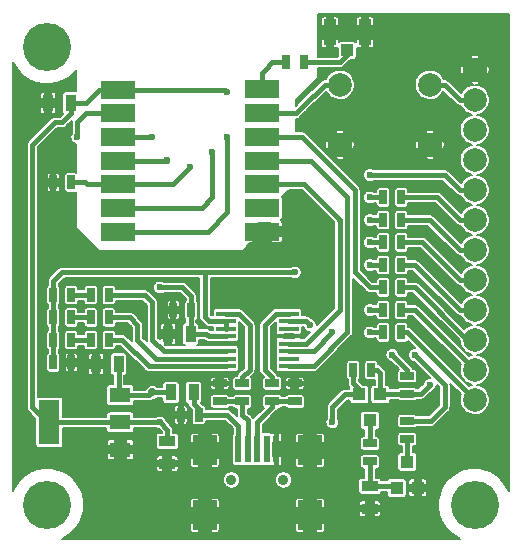
<source format=gtl>
G04 (created by PCBNEW (2013-may-18)-stable) date Fri 12 Dec 2014 10:12:50 AM CET*
%MOIN*%
G04 Gerber Fmt 3.4, Leading zero omitted, Abs format*
%FSLAX34Y34*%
G01*
G70*
G90*
G04 APERTURE LIST*
%ADD10C,0.00590551*%
%ADD11R,0.11811X0.0590551*%
%ADD12R,0.065X0.016*%
%ADD13R,0.0433071X0.0433071*%
%ADD14R,0.045X0.025*%
%ADD15R,0.025X0.045*%
%ADD16R,0.0197X0.0906*%
%ADD17R,0.0787X0.0984*%
%ADD18C,0.0354*%
%ADD19C,0.0787402*%
%ADD20C,0.16*%
%ADD21R,0.035X0.055*%
%ADD22R,0.055X0.035*%
%ADD23R,0.0709X0.0512*%
%ADD24R,0.0709X0.1496*%
%ADD25R,0.0413386X0.0866142*%
%ADD26R,0.0393701X0.0413386*%
%ADD27C,0.023622*%
%ADD28C,0.0275591*%
%ADD29C,0.015748*%
%ADD30C,0.00669291*%
G04 APERTURE END LIST*
G54D10*
G54D11*
X30651Y-29887D03*
X30651Y-29100D03*
X30651Y-28312D03*
X30651Y-27525D03*
X30651Y-26738D03*
X30651Y-25950D03*
X25848Y-25163D03*
X25848Y-25950D03*
X25848Y-26738D03*
X25848Y-27525D03*
X25848Y-28312D03*
X25848Y-29100D03*
X25848Y-29887D03*
X30650Y-25150D03*
G54D12*
X31550Y-33625D03*
X31550Y-33375D03*
X31550Y-33125D03*
X31550Y-32875D03*
X29450Y-34375D03*
X31550Y-34375D03*
X31550Y-34125D03*
X31550Y-33875D03*
X29450Y-32625D03*
X29450Y-32875D03*
X29450Y-33125D03*
X29450Y-33375D03*
X29450Y-33625D03*
X29450Y-33875D03*
X31550Y-32625D03*
X29450Y-34125D03*
G54D13*
X35850Y-38433D03*
X35150Y-38433D03*
X35500Y-37566D03*
X33900Y-35316D03*
X34600Y-35316D03*
X34250Y-36183D03*
G54D14*
X29250Y-35550D03*
X29250Y-34950D03*
G54D15*
X25550Y-32000D03*
X24950Y-32000D03*
X25550Y-32750D03*
X24950Y-32750D03*
X25550Y-33500D03*
X24950Y-33500D03*
X23700Y-34250D03*
X24300Y-34250D03*
G54D14*
X31000Y-35550D03*
X31000Y-34950D03*
X30000Y-35550D03*
X30000Y-34950D03*
X31750Y-35550D03*
X31750Y-34950D03*
G54D15*
X28300Y-32500D03*
X27700Y-32500D03*
X28550Y-36000D03*
X27950Y-36000D03*
G54D14*
X35500Y-36800D03*
X35500Y-36200D03*
X34250Y-36950D03*
X34250Y-37550D03*
G54D15*
X33700Y-34500D03*
X34300Y-34500D03*
X23700Y-33500D03*
X24300Y-33500D03*
X23700Y-32750D03*
X24300Y-32750D03*
X23700Y-32000D03*
X24300Y-32000D03*
X34700Y-31750D03*
X35300Y-31750D03*
X34700Y-33250D03*
X35300Y-33250D03*
X34700Y-32500D03*
X35300Y-32500D03*
X34700Y-31000D03*
X35300Y-31000D03*
X34700Y-30250D03*
X35300Y-30250D03*
X34700Y-29500D03*
X35300Y-29500D03*
X24300Y-28250D03*
X23700Y-28250D03*
G54D16*
X29870Y-37142D03*
X30185Y-37142D03*
X30500Y-37142D03*
X30815Y-37142D03*
X31130Y-37142D03*
G54D17*
X28748Y-37181D03*
X28748Y-39346D03*
X32252Y-37181D03*
X32252Y-39346D03*
G54D18*
X29634Y-38165D03*
X31366Y-38165D03*
G54D15*
X35300Y-28750D03*
X34700Y-28750D03*
G54D19*
X37750Y-35500D03*
X37750Y-34500D03*
X37750Y-33500D03*
X37750Y-32500D03*
X37750Y-31500D03*
X37750Y-30500D03*
X37750Y-29500D03*
X37750Y-28500D03*
X37750Y-27500D03*
X37750Y-26500D03*
X37750Y-25500D03*
X37750Y-24500D03*
X33250Y-27000D03*
X33250Y-25000D03*
X36250Y-27000D03*
X36250Y-25000D03*
G54D20*
X37750Y-39000D03*
X23500Y-39000D03*
X23500Y-23750D03*
G54D21*
X28275Y-33300D03*
X27525Y-33300D03*
X24275Y-25600D03*
X23525Y-25600D03*
G54D22*
X27500Y-36875D03*
X27500Y-37625D03*
G54D21*
X25875Y-34300D03*
X25125Y-34300D03*
G54D22*
X34250Y-38375D03*
X34250Y-39125D03*
G54D23*
X25931Y-37156D03*
X25931Y-36250D03*
X25931Y-35344D03*
G54D24*
X23569Y-36250D03*
G54D15*
X31450Y-24250D03*
X32050Y-24250D03*
G54D14*
X35500Y-34700D03*
X35500Y-35300D03*
G54D25*
X32919Y-23250D03*
X34080Y-23250D03*
G54D26*
X33500Y-23850D03*
G54D21*
X28375Y-35250D03*
X27625Y-35250D03*
G54D27*
X29500Y-25250D03*
X34250Y-28000D03*
X27250Y-36250D03*
X33000Y-36250D03*
X27750Y-39250D03*
X33250Y-39250D03*
X33250Y-37000D03*
X29500Y-26750D03*
X35750Y-34000D03*
X34250Y-28750D03*
X33000Y-33250D03*
X31750Y-31250D03*
X32250Y-33000D03*
X35000Y-34000D03*
X34250Y-32500D03*
X27000Y-26750D03*
X24500Y-26750D03*
X34250Y-33250D03*
X34250Y-31000D03*
X27500Y-27500D03*
X28250Y-27750D03*
X34250Y-30250D03*
X29000Y-27250D03*
X34250Y-29500D03*
X36250Y-35000D03*
G54D28*
X27000Y-35250D03*
G54D27*
X27250Y-31750D03*
G54D29*
X25848Y-25163D02*
X29413Y-25163D01*
X29413Y-25163D02*
X29500Y-25250D01*
X37250Y-28500D02*
X36750Y-28000D01*
X36750Y-28000D02*
X34250Y-28000D01*
X37250Y-28500D02*
X37750Y-28500D01*
X26550Y-36250D02*
X25931Y-36250D01*
X27500Y-36875D02*
X27500Y-36500D01*
X27500Y-36500D02*
X27250Y-36250D01*
X33900Y-35316D02*
X33433Y-35316D01*
X33000Y-35750D02*
X33000Y-36250D01*
X33433Y-35316D02*
X33000Y-35750D01*
X33900Y-35316D02*
X33900Y-35150D01*
X33700Y-34950D02*
X33700Y-34500D01*
X33900Y-35150D02*
X33700Y-34950D01*
X23000Y-27000D02*
X23000Y-35750D01*
X23500Y-36250D02*
X23950Y-36250D01*
X23500Y-36250D02*
X23000Y-35750D01*
X25848Y-25163D02*
X25236Y-25163D01*
X25236Y-25163D02*
X24800Y-25600D01*
X24800Y-25600D02*
X24275Y-25600D01*
X24300Y-25600D02*
X24300Y-25950D01*
X24300Y-25950D02*
X24000Y-26250D01*
X23000Y-27000D02*
X23000Y-27000D01*
X23750Y-26250D02*
X24000Y-26250D01*
X23000Y-27000D02*
X23000Y-27000D01*
X23000Y-27000D02*
X23750Y-26250D01*
X26550Y-36250D02*
X27250Y-36250D01*
X23950Y-36250D02*
X26550Y-36250D01*
X35300Y-28750D02*
X36500Y-28750D01*
X37250Y-29500D02*
X37750Y-29500D01*
X36500Y-28750D02*
X37250Y-29500D01*
X35300Y-32500D02*
X35750Y-32500D01*
X35750Y-32500D02*
X37750Y-34500D01*
X37750Y-32500D02*
X37250Y-32500D01*
X35750Y-31000D02*
X35300Y-31000D01*
X37250Y-32500D02*
X35750Y-31000D01*
X35300Y-33250D02*
X35500Y-33250D01*
X35500Y-33250D02*
X37750Y-35500D01*
X35250Y-30250D02*
X36000Y-30250D01*
X37250Y-31500D02*
X37750Y-31500D01*
X36000Y-30250D02*
X37250Y-31500D01*
X35300Y-31750D02*
X35750Y-31750D01*
X37500Y-33500D02*
X37750Y-33500D01*
X35750Y-31750D02*
X37500Y-33500D01*
X35300Y-29500D02*
X36250Y-29500D01*
X37250Y-30500D02*
X37750Y-30500D01*
X36250Y-29500D02*
X37250Y-30500D01*
X31937Y-28312D02*
X32062Y-28312D01*
X30651Y-28312D02*
X31937Y-28312D01*
X32062Y-28312D02*
X33250Y-29500D01*
X33250Y-32500D02*
X33250Y-29500D01*
X33250Y-29500D02*
X33250Y-29513D01*
X33250Y-29500D02*
X33250Y-29500D01*
X33250Y-29513D02*
X33236Y-29500D01*
X31550Y-33625D02*
X32125Y-33625D01*
X33250Y-32500D02*
X33250Y-32500D01*
X32125Y-33625D02*
X33250Y-32500D01*
X30651Y-27525D02*
X32275Y-27525D01*
X33500Y-28750D02*
X32500Y-27750D01*
X33500Y-33250D02*
X33500Y-33250D01*
X32375Y-34375D02*
X33500Y-33250D01*
X32375Y-34375D02*
X31550Y-34375D01*
X33500Y-33250D02*
X33500Y-33250D01*
X33500Y-33250D02*
X33500Y-28750D01*
X32275Y-27525D02*
X32500Y-27750D01*
X28748Y-39346D02*
X27846Y-39346D01*
X27846Y-39346D02*
X27750Y-39250D01*
X32252Y-39346D02*
X33154Y-39346D01*
X33154Y-39346D02*
X33250Y-39250D01*
X32252Y-37181D02*
X33069Y-37181D01*
X33069Y-37181D02*
X33250Y-37000D01*
X25848Y-29887D02*
X28862Y-29887D01*
X28862Y-29887D02*
X29500Y-29250D01*
X29500Y-29250D02*
X29500Y-26750D01*
X35500Y-36200D02*
X36300Y-36200D01*
X36750Y-35000D02*
X36750Y-35750D01*
X35750Y-34000D02*
X36750Y-35000D01*
X36500Y-36000D02*
X36750Y-35750D01*
X36300Y-36200D02*
X36500Y-36000D01*
X34250Y-28750D02*
X34700Y-28750D01*
X28750Y-31250D02*
X31750Y-31250D01*
X32375Y-33875D02*
X33000Y-33250D01*
X32375Y-33875D02*
X31550Y-33875D01*
X24000Y-31250D02*
X28750Y-31250D01*
X29450Y-32875D02*
X28875Y-32875D01*
X28875Y-32875D02*
X28750Y-32750D01*
X28750Y-31250D02*
X28750Y-32750D01*
X23700Y-31550D02*
X23700Y-32000D01*
X23700Y-31550D02*
X24000Y-31250D01*
X23700Y-32750D02*
X23700Y-32000D01*
X23700Y-33500D02*
X23700Y-34250D01*
X23700Y-32000D02*
X23700Y-33500D01*
X29450Y-33125D02*
X29450Y-32875D01*
X24300Y-33500D02*
X24950Y-33500D01*
X24300Y-32000D02*
X24950Y-32000D01*
X35500Y-37566D02*
X35500Y-36800D01*
X34250Y-38375D02*
X35091Y-38375D01*
X35091Y-38375D02*
X35150Y-38433D01*
X34250Y-38375D02*
X34250Y-37550D01*
X34250Y-36950D02*
X34250Y-36183D01*
X30650Y-25150D02*
X30650Y-24600D01*
X31000Y-24250D02*
X30750Y-24500D01*
X31000Y-24250D02*
X31450Y-24250D01*
X30650Y-24600D02*
X30750Y-24500D01*
X35500Y-34700D02*
X35500Y-34500D01*
X35500Y-34500D02*
X35000Y-34000D01*
X32125Y-32875D02*
X32250Y-33000D01*
X32125Y-32875D02*
X31550Y-32875D01*
X25550Y-33500D02*
X26000Y-33500D01*
X26875Y-34375D02*
X26000Y-33500D01*
X26875Y-34375D02*
X29450Y-34375D01*
X29450Y-33875D02*
X27375Y-33875D01*
X26750Y-32000D02*
X25550Y-32000D01*
X27000Y-32250D02*
X26750Y-32000D01*
X27000Y-33500D02*
X27000Y-32250D01*
X27375Y-33875D02*
X27000Y-33500D01*
X25550Y-32750D02*
X25750Y-32750D01*
X27125Y-34125D02*
X29450Y-34125D01*
X26250Y-32750D02*
X25750Y-32750D01*
X26500Y-33000D02*
X26250Y-32750D01*
X26500Y-33500D02*
X26500Y-33000D01*
X27125Y-34125D02*
X26500Y-33500D01*
X29250Y-35550D02*
X30000Y-35550D01*
X30185Y-37142D02*
X30185Y-36185D01*
X30000Y-36000D02*
X30000Y-35550D01*
X30185Y-36185D02*
X30000Y-36000D01*
X32050Y-24250D02*
X33250Y-24250D01*
X33500Y-24000D02*
X33500Y-23850D01*
X33250Y-24250D02*
X33500Y-24000D01*
X24300Y-32750D02*
X24950Y-32750D01*
X34250Y-32500D02*
X34700Y-32500D01*
X26988Y-26738D02*
X27000Y-26750D01*
X25848Y-26738D02*
X26988Y-26738D01*
X30651Y-26738D02*
X31988Y-26738D01*
X31988Y-26738D02*
X33750Y-28500D01*
X33750Y-31250D02*
X34250Y-31750D01*
X34250Y-31750D02*
X34700Y-31750D01*
X33750Y-28500D02*
X33750Y-28500D01*
X33750Y-28500D02*
X33750Y-31250D01*
X33750Y-31250D02*
X33750Y-31250D01*
X24799Y-25950D02*
X24500Y-26250D01*
X24500Y-26250D02*
X24500Y-26750D01*
X24799Y-25950D02*
X25848Y-25950D01*
X34250Y-33250D02*
X34700Y-33250D01*
X34250Y-31000D02*
X34700Y-31000D01*
X27474Y-27525D02*
X27500Y-27500D01*
X25848Y-27525D02*
X27474Y-27525D01*
X27687Y-28312D02*
X28250Y-27750D01*
X25848Y-28312D02*
X27687Y-28312D01*
X25848Y-28312D02*
X24812Y-28312D01*
X24812Y-28312D02*
X24750Y-28250D01*
X34250Y-30250D02*
X34700Y-30250D01*
X24750Y-28250D02*
X24300Y-28250D01*
X31000Y-35550D02*
X31750Y-35550D01*
X31000Y-35550D02*
X31000Y-35750D01*
X30500Y-36250D02*
X30500Y-37142D01*
X31000Y-35750D02*
X30500Y-36250D01*
X30750Y-34250D02*
X30750Y-33000D01*
X31125Y-32625D02*
X30750Y-33000D01*
X31000Y-34750D02*
X31000Y-34950D01*
X31000Y-34750D02*
X30750Y-34500D01*
X30750Y-34500D02*
X30750Y-34250D01*
X31125Y-32625D02*
X31550Y-32625D01*
X30000Y-34950D02*
X30000Y-34750D01*
X29875Y-32625D02*
X30250Y-33000D01*
X30250Y-33000D02*
X30250Y-34250D01*
X29875Y-32625D02*
X29450Y-32625D01*
X30250Y-34500D02*
X30250Y-34250D01*
X30000Y-34750D02*
X30250Y-34500D01*
X28649Y-29100D02*
X29000Y-28750D01*
X29000Y-28750D02*
X29000Y-27250D01*
X28649Y-29100D02*
X25848Y-29100D01*
X34700Y-29500D02*
X34250Y-29500D01*
X30651Y-25950D02*
X31799Y-25950D01*
X32750Y-25000D02*
X32000Y-25750D01*
X32750Y-25000D02*
X33250Y-25000D01*
X31799Y-25950D02*
X32000Y-25750D01*
X36250Y-25000D02*
X36750Y-25000D01*
X37250Y-25500D02*
X37750Y-25500D01*
X36750Y-25000D02*
X37250Y-25500D01*
X35500Y-35300D02*
X35950Y-35300D01*
X35950Y-35300D02*
X36250Y-35000D01*
X35500Y-35300D02*
X34616Y-35300D01*
X34616Y-35300D02*
X34600Y-35316D01*
X34300Y-34500D02*
X34500Y-34500D01*
X34600Y-34600D02*
X34600Y-35316D01*
X34500Y-34500D02*
X34600Y-34600D01*
X28300Y-32050D02*
X28300Y-32500D01*
X28300Y-32050D02*
X28000Y-31750D01*
X28000Y-31750D02*
X27250Y-31750D01*
X27625Y-35250D02*
X27000Y-35250D01*
X26900Y-35350D02*
X27000Y-35250D01*
X26900Y-35350D02*
X26500Y-35350D01*
X25875Y-34300D02*
X25875Y-35325D01*
X25875Y-35325D02*
X25850Y-35350D01*
X28275Y-33300D02*
X28275Y-32525D01*
X28275Y-32525D02*
X28300Y-32500D01*
X28275Y-33300D02*
X28800Y-33300D01*
X28875Y-33375D02*
X28800Y-33300D01*
X28875Y-33375D02*
X29450Y-33375D01*
X26550Y-35350D02*
X26500Y-35350D01*
X26500Y-35350D02*
X25850Y-35350D01*
X28375Y-35250D02*
X28375Y-35625D01*
X28375Y-35625D02*
X28550Y-35800D01*
X28550Y-35800D02*
X28550Y-36000D01*
X28550Y-36000D02*
X28550Y-35800D01*
X28550Y-35800D02*
X28500Y-35750D01*
X28550Y-36000D02*
X29500Y-36000D01*
X29500Y-36000D02*
X29870Y-36370D01*
X29870Y-36370D02*
X29870Y-37142D01*
G54D10*
G36*
X38879Y-38520D02*
X38838Y-38421D01*
X38705Y-38220D01*
X38536Y-38049D01*
X38336Y-37915D01*
X38255Y-37881D01*
X38255Y-35450D01*
X38236Y-35353D01*
X38198Y-35261D01*
X38143Y-35178D01*
X38074Y-35108D01*
X37991Y-35052D01*
X37900Y-35014D01*
X37829Y-34999D01*
X37886Y-34989D01*
X37979Y-34953D01*
X38062Y-34900D01*
X38134Y-34832D01*
X38192Y-34751D01*
X38232Y-34660D01*
X38254Y-34563D01*
X38255Y-34450D01*
X38236Y-34353D01*
X38198Y-34261D01*
X38143Y-34178D01*
X38074Y-34108D01*
X37991Y-34052D01*
X37900Y-34014D01*
X37829Y-33999D01*
X37886Y-33989D01*
X37979Y-33953D01*
X38062Y-33900D01*
X38134Y-33832D01*
X38192Y-33751D01*
X38232Y-33660D01*
X38254Y-33563D01*
X38255Y-33450D01*
X38236Y-33353D01*
X38198Y-33261D01*
X38143Y-33178D01*
X38074Y-33108D01*
X37991Y-33052D01*
X37900Y-33014D01*
X37829Y-32999D01*
X37886Y-32989D01*
X37979Y-32953D01*
X38062Y-32900D01*
X38134Y-32832D01*
X38192Y-32751D01*
X38232Y-32660D01*
X38254Y-32563D01*
X38255Y-32450D01*
X38236Y-32353D01*
X38198Y-32261D01*
X38143Y-32178D01*
X38074Y-32108D01*
X37991Y-32052D01*
X37900Y-32014D01*
X37829Y-31999D01*
X37886Y-31989D01*
X37979Y-31953D01*
X38062Y-31900D01*
X38134Y-31832D01*
X38192Y-31751D01*
X38232Y-31660D01*
X38254Y-31563D01*
X38255Y-31450D01*
X38236Y-31353D01*
X38198Y-31261D01*
X38143Y-31178D01*
X38074Y-31108D01*
X37991Y-31052D01*
X37900Y-31014D01*
X37829Y-30999D01*
X37886Y-30989D01*
X37979Y-30953D01*
X38062Y-30900D01*
X38134Y-30832D01*
X38192Y-30751D01*
X38232Y-30660D01*
X38254Y-30563D01*
X38255Y-30450D01*
X38236Y-30353D01*
X38198Y-30261D01*
X38143Y-30178D01*
X38074Y-30108D01*
X37991Y-30052D01*
X37900Y-30014D01*
X37829Y-29999D01*
X37886Y-29989D01*
X37979Y-29953D01*
X38062Y-29900D01*
X38134Y-29832D01*
X38192Y-29751D01*
X38232Y-29660D01*
X38254Y-29563D01*
X38255Y-29450D01*
X38236Y-29353D01*
X38198Y-29261D01*
X38143Y-29178D01*
X38074Y-29108D01*
X37991Y-29052D01*
X37900Y-29014D01*
X37829Y-28999D01*
X37886Y-28989D01*
X37979Y-28953D01*
X38062Y-28900D01*
X38134Y-28832D01*
X38192Y-28751D01*
X38232Y-28660D01*
X38254Y-28563D01*
X38255Y-28450D01*
X38236Y-28353D01*
X38198Y-28261D01*
X38143Y-28178D01*
X38074Y-28108D01*
X37991Y-28052D01*
X37900Y-28014D01*
X37829Y-27999D01*
X37886Y-27989D01*
X37979Y-27953D01*
X38062Y-27900D01*
X38134Y-27832D01*
X38192Y-27751D01*
X38232Y-27660D01*
X38254Y-27563D01*
X38255Y-27450D01*
X38236Y-27353D01*
X38198Y-27261D01*
X38143Y-27178D01*
X38074Y-27108D01*
X37991Y-27052D01*
X37900Y-27014D01*
X37829Y-26999D01*
X37886Y-26989D01*
X37979Y-26953D01*
X38062Y-26900D01*
X38134Y-26832D01*
X38192Y-26751D01*
X38232Y-26660D01*
X38254Y-26563D01*
X38255Y-26450D01*
X38236Y-26353D01*
X38198Y-26261D01*
X38143Y-26178D01*
X38074Y-26108D01*
X37991Y-26052D01*
X37900Y-26014D01*
X37829Y-25999D01*
X37886Y-25989D01*
X37979Y-25953D01*
X38062Y-25900D01*
X38134Y-25832D01*
X38192Y-25751D01*
X38232Y-25660D01*
X38254Y-25563D01*
X38255Y-25450D01*
X38246Y-25401D01*
X38246Y-24512D01*
X38239Y-24415D01*
X38234Y-24391D01*
X38192Y-24336D01*
X38028Y-24500D01*
X38192Y-24663D01*
X38234Y-24608D01*
X38246Y-24512D01*
X38246Y-25401D01*
X38236Y-25353D01*
X38198Y-25261D01*
X38143Y-25178D01*
X38074Y-25108D01*
X37991Y-25052D01*
X37900Y-25014D01*
X37803Y-24994D01*
X37767Y-24994D01*
X37834Y-24989D01*
X37858Y-24984D01*
X37913Y-24942D01*
X37913Y-24057D01*
X37858Y-24015D01*
X37762Y-24003D01*
X37665Y-24010D01*
X37641Y-24015D01*
X37586Y-24057D01*
X37750Y-24221D01*
X37913Y-24057D01*
X37913Y-24942D01*
X37750Y-24778D01*
X37586Y-24942D01*
X37641Y-24984D01*
X37717Y-24993D01*
X37703Y-24993D01*
X37606Y-25012D01*
X37514Y-25049D01*
X37471Y-25077D01*
X37471Y-24500D01*
X37307Y-24336D01*
X37265Y-24391D01*
X37253Y-24487D01*
X37260Y-24584D01*
X37265Y-24608D01*
X37307Y-24663D01*
X37471Y-24500D01*
X37471Y-25077D01*
X37431Y-25103D01*
X37360Y-25173D01*
X37304Y-25255D01*
X37295Y-25275D01*
X36885Y-24864D01*
X36871Y-24853D01*
X36857Y-24842D01*
X36856Y-24841D01*
X36856Y-24841D01*
X36840Y-24832D01*
X36825Y-24824D01*
X36824Y-24824D01*
X36823Y-24823D01*
X36806Y-24818D01*
X36789Y-24813D01*
X36788Y-24813D01*
X36787Y-24812D01*
X36770Y-24811D01*
X36752Y-24809D01*
X36750Y-24809D01*
X36750Y-24809D01*
X36750Y-24809D01*
X36750Y-24809D01*
X36718Y-24809D01*
X36698Y-24761D01*
X36643Y-24678D01*
X36574Y-24608D01*
X36491Y-24552D01*
X36400Y-24514D01*
X36303Y-24494D01*
X36203Y-24493D01*
X36106Y-24512D01*
X36014Y-24549D01*
X35931Y-24603D01*
X35860Y-24673D01*
X35804Y-24755D01*
X35765Y-24846D01*
X35744Y-24943D01*
X35743Y-25042D01*
X35761Y-25140D01*
X35797Y-25232D01*
X35851Y-25315D01*
X35920Y-25387D01*
X36001Y-25443D01*
X36092Y-25483D01*
X36189Y-25504D01*
X36289Y-25506D01*
X36386Y-25489D01*
X36479Y-25453D01*
X36562Y-25400D01*
X36634Y-25332D01*
X36692Y-25251D01*
X36704Y-25224D01*
X37114Y-25635D01*
X37128Y-25646D01*
X37142Y-25657D01*
X37143Y-25658D01*
X37143Y-25658D01*
X37159Y-25667D01*
X37174Y-25675D01*
X37175Y-25675D01*
X37176Y-25676D01*
X37193Y-25681D01*
X37210Y-25686D01*
X37211Y-25686D01*
X37212Y-25687D01*
X37229Y-25688D01*
X37247Y-25690D01*
X37249Y-25690D01*
X37249Y-25690D01*
X37249Y-25690D01*
X37250Y-25690D01*
X37281Y-25690D01*
X37297Y-25732D01*
X37351Y-25815D01*
X37420Y-25887D01*
X37501Y-25943D01*
X37592Y-25983D01*
X37669Y-26000D01*
X37606Y-26012D01*
X37514Y-26049D01*
X37431Y-26103D01*
X37360Y-26173D01*
X37304Y-26255D01*
X37265Y-26346D01*
X37244Y-26443D01*
X37243Y-26542D01*
X37261Y-26640D01*
X37297Y-26732D01*
X37351Y-26815D01*
X37420Y-26887D01*
X37501Y-26943D01*
X37592Y-26983D01*
X37669Y-27000D01*
X37606Y-27012D01*
X37514Y-27049D01*
X37431Y-27103D01*
X37360Y-27173D01*
X37304Y-27255D01*
X37265Y-27346D01*
X37244Y-27443D01*
X37243Y-27542D01*
X37261Y-27640D01*
X37297Y-27732D01*
X37351Y-27815D01*
X37420Y-27887D01*
X37501Y-27943D01*
X37592Y-27983D01*
X37669Y-28000D01*
X37606Y-28012D01*
X37514Y-28049D01*
X37431Y-28103D01*
X37360Y-28173D01*
X37304Y-28255D01*
X37295Y-28275D01*
X36885Y-27864D01*
X36871Y-27853D01*
X36857Y-27842D01*
X36856Y-27841D01*
X36856Y-27841D01*
X36840Y-27832D01*
X36825Y-27824D01*
X36824Y-27824D01*
X36823Y-27823D01*
X36806Y-27818D01*
X36789Y-27813D01*
X36788Y-27813D01*
X36787Y-27812D01*
X36770Y-27811D01*
X36752Y-27809D01*
X36750Y-27809D01*
X36750Y-27809D01*
X36750Y-27809D01*
X36750Y-27809D01*
X36746Y-27809D01*
X36746Y-27012D01*
X36739Y-26915D01*
X36734Y-26891D01*
X36692Y-26836D01*
X36528Y-27000D01*
X36692Y-27163D01*
X36734Y-27108D01*
X36746Y-27012D01*
X36746Y-27809D01*
X36413Y-27809D01*
X36413Y-27442D01*
X36413Y-26557D01*
X36358Y-26515D01*
X36262Y-26503D01*
X36165Y-26510D01*
X36141Y-26515D01*
X36086Y-26557D01*
X36250Y-26721D01*
X36413Y-26557D01*
X36413Y-27442D01*
X36250Y-27278D01*
X36086Y-27442D01*
X36141Y-27484D01*
X36237Y-27496D01*
X36334Y-27489D01*
X36358Y-27484D01*
X36413Y-27442D01*
X36413Y-27809D01*
X35971Y-27809D01*
X35971Y-27000D01*
X35807Y-26836D01*
X35765Y-26891D01*
X35753Y-26987D01*
X35760Y-27084D01*
X35765Y-27108D01*
X35807Y-27163D01*
X35971Y-27000D01*
X35971Y-27809D01*
X34387Y-27809D01*
X34387Y-23673D01*
X34387Y-22826D01*
X34387Y-22806D01*
X34383Y-22787D01*
X34376Y-22768D01*
X34365Y-22752D01*
X34351Y-22738D01*
X34334Y-22727D01*
X34316Y-22720D01*
X34297Y-22716D01*
X34209Y-22716D01*
X34184Y-22741D01*
X34184Y-23033D01*
X34362Y-23033D01*
X34387Y-23008D01*
X34387Y-22826D01*
X34387Y-23673D01*
X34387Y-23491D01*
X34362Y-23466D01*
X34184Y-23466D01*
X34184Y-23758D01*
X34209Y-23783D01*
X34297Y-23783D01*
X34316Y-23779D01*
X34334Y-23772D01*
X34351Y-23761D01*
X34365Y-23747D01*
X34376Y-23731D01*
X34383Y-23712D01*
X34387Y-23693D01*
X34387Y-23673D01*
X34387Y-27809D01*
X34378Y-27809D01*
X34360Y-27796D01*
X34318Y-27778D01*
X34274Y-27769D01*
X34229Y-27769D01*
X34184Y-27777D01*
X34142Y-27794D01*
X34104Y-27819D01*
X34072Y-27851D01*
X34047Y-27888D01*
X34029Y-27930D01*
X34020Y-27974D01*
X34019Y-28019D01*
X34027Y-28063D01*
X34044Y-28105D01*
X34068Y-28143D01*
X34100Y-28176D01*
X34137Y-28202D01*
X34178Y-28220D01*
X34222Y-28229D01*
X34267Y-28230D01*
X34312Y-28222D01*
X34354Y-28206D01*
X34378Y-28190D01*
X36670Y-28190D01*
X37114Y-28635D01*
X37128Y-28646D01*
X37142Y-28657D01*
X37143Y-28658D01*
X37143Y-28658D01*
X37159Y-28667D01*
X37174Y-28675D01*
X37175Y-28675D01*
X37176Y-28676D01*
X37193Y-28681D01*
X37210Y-28686D01*
X37211Y-28686D01*
X37212Y-28687D01*
X37229Y-28688D01*
X37247Y-28690D01*
X37249Y-28690D01*
X37249Y-28690D01*
X37249Y-28690D01*
X37250Y-28690D01*
X37281Y-28690D01*
X37297Y-28732D01*
X37351Y-28815D01*
X37420Y-28887D01*
X37501Y-28943D01*
X37592Y-28983D01*
X37669Y-29000D01*
X37606Y-29012D01*
X37514Y-29049D01*
X37431Y-29103D01*
X37360Y-29173D01*
X37304Y-29255D01*
X37295Y-29275D01*
X36635Y-28614D01*
X36621Y-28603D01*
X36607Y-28592D01*
X36606Y-28591D01*
X36606Y-28591D01*
X36590Y-28582D01*
X36575Y-28574D01*
X36574Y-28574D01*
X36573Y-28573D01*
X36556Y-28568D01*
X36539Y-28563D01*
X36538Y-28563D01*
X36537Y-28562D01*
X36520Y-28561D01*
X36502Y-28559D01*
X36500Y-28559D01*
X36500Y-28559D01*
X36500Y-28559D01*
X36500Y-28559D01*
X35537Y-28559D01*
X35537Y-28513D01*
X35532Y-28492D01*
X35524Y-28472D01*
X35512Y-28453D01*
X35496Y-28438D01*
X35478Y-28425D01*
X35458Y-28417D01*
X35436Y-28412D01*
X35414Y-28412D01*
X35163Y-28412D01*
X35142Y-28417D01*
X35122Y-28425D01*
X35103Y-28437D01*
X35088Y-28453D01*
X35075Y-28471D01*
X35067Y-28491D01*
X35062Y-28513D01*
X35062Y-28535D01*
X35062Y-28986D01*
X35067Y-29007D01*
X35075Y-29027D01*
X35087Y-29046D01*
X35103Y-29061D01*
X35121Y-29074D01*
X35141Y-29082D01*
X35163Y-29087D01*
X35185Y-29087D01*
X35436Y-29087D01*
X35457Y-29082D01*
X35477Y-29074D01*
X35496Y-29062D01*
X35511Y-29046D01*
X35524Y-29028D01*
X35532Y-29008D01*
X35537Y-28986D01*
X35537Y-28964D01*
X35537Y-28940D01*
X36420Y-28940D01*
X37114Y-29635D01*
X37128Y-29646D01*
X37142Y-29657D01*
X37143Y-29658D01*
X37143Y-29658D01*
X37159Y-29666D01*
X37174Y-29675D01*
X37175Y-29675D01*
X37176Y-29676D01*
X37193Y-29681D01*
X37210Y-29686D01*
X37211Y-29686D01*
X37212Y-29687D01*
X37229Y-29688D01*
X37247Y-29690D01*
X37249Y-29690D01*
X37249Y-29690D01*
X37249Y-29690D01*
X37250Y-29690D01*
X37281Y-29690D01*
X37297Y-29732D01*
X37351Y-29815D01*
X37420Y-29887D01*
X37501Y-29943D01*
X37592Y-29983D01*
X37669Y-30000D01*
X37606Y-30012D01*
X37514Y-30049D01*
X37431Y-30103D01*
X37360Y-30173D01*
X37304Y-30255D01*
X37295Y-30275D01*
X36385Y-29364D01*
X36371Y-29353D01*
X36357Y-29342D01*
X36356Y-29341D01*
X36356Y-29341D01*
X36340Y-29332D01*
X36325Y-29324D01*
X36324Y-29324D01*
X36323Y-29323D01*
X36306Y-29318D01*
X36289Y-29313D01*
X36288Y-29313D01*
X36287Y-29312D01*
X36270Y-29311D01*
X36252Y-29309D01*
X36250Y-29309D01*
X36250Y-29309D01*
X36250Y-29309D01*
X36250Y-29309D01*
X35537Y-29309D01*
X35537Y-29263D01*
X35532Y-29242D01*
X35524Y-29222D01*
X35512Y-29203D01*
X35496Y-29188D01*
X35478Y-29175D01*
X35458Y-29167D01*
X35436Y-29162D01*
X35414Y-29162D01*
X35163Y-29162D01*
X35142Y-29167D01*
X35122Y-29175D01*
X35103Y-29187D01*
X35088Y-29203D01*
X35075Y-29221D01*
X35067Y-29241D01*
X35062Y-29263D01*
X35062Y-29285D01*
X35062Y-29736D01*
X35067Y-29757D01*
X35075Y-29777D01*
X35087Y-29796D01*
X35103Y-29811D01*
X35121Y-29824D01*
X35141Y-29832D01*
X35163Y-29837D01*
X35185Y-29837D01*
X35436Y-29837D01*
X35457Y-29832D01*
X35477Y-29824D01*
X35496Y-29812D01*
X35511Y-29796D01*
X35524Y-29778D01*
X35532Y-29758D01*
X35537Y-29736D01*
X35537Y-29714D01*
X35537Y-29690D01*
X36170Y-29690D01*
X37114Y-30635D01*
X37128Y-30646D01*
X37142Y-30657D01*
X37143Y-30658D01*
X37143Y-30658D01*
X37159Y-30667D01*
X37174Y-30675D01*
X37175Y-30675D01*
X37176Y-30676D01*
X37193Y-30681D01*
X37210Y-30686D01*
X37211Y-30686D01*
X37212Y-30687D01*
X37229Y-30688D01*
X37247Y-30690D01*
X37249Y-30690D01*
X37249Y-30690D01*
X37249Y-30690D01*
X37250Y-30690D01*
X37281Y-30690D01*
X37297Y-30732D01*
X37351Y-30815D01*
X37420Y-30887D01*
X37501Y-30943D01*
X37592Y-30983D01*
X37669Y-31000D01*
X37606Y-31012D01*
X37514Y-31049D01*
X37431Y-31103D01*
X37360Y-31173D01*
X37304Y-31255D01*
X37295Y-31275D01*
X36135Y-30114D01*
X36121Y-30103D01*
X36107Y-30092D01*
X36106Y-30091D01*
X36106Y-30091D01*
X36090Y-30082D01*
X36075Y-30074D01*
X36074Y-30074D01*
X36073Y-30073D01*
X36056Y-30068D01*
X36039Y-30063D01*
X36038Y-30063D01*
X36037Y-30062D01*
X36020Y-30061D01*
X36002Y-30059D01*
X36000Y-30059D01*
X36000Y-30059D01*
X36000Y-30059D01*
X36000Y-30059D01*
X35537Y-30059D01*
X35537Y-30013D01*
X35532Y-29992D01*
X35524Y-29972D01*
X35512Y-29953D01*
X35496Y-29938D01*
X35478Y-29925D01*
X35458Y-29917D01*
X35436Y-29912D01*
X35414Y-29912D01*
X35163Y-29912D01*
X35142Y-29917D01*
X35122Y-29925D01*
X35103Y-29937D01*
X35088Y-29953D01*
X35075Y-29971D01*
X35067Y-29991D01*
X35062Y-30013D01*
X35062Y-30035D01*
X35062Y-30213D01*
X35059Y-30248D01*
X35062Y-30285D01*
X35062Y-30286D01*
X35062Y-30486D01*
X35067Y-30507D01*
X35075Y-30527D01*
X35087Y-30546D01*
X35103Y-30561D01*
X35121Y-30574D01*
X35141Y-30582D01*
X35163Y-30587D01*
X35185Y-30587D01*
X35436Y-30587D01*
X35457Y-30582D01*
X35477Y-30574D01*
X35496Y-30562D01*
X35511Y-30546D01*
X35524Y-30528D01*
X35532Y-30508D01*
X35537Y-30486D01*
X35537Y-30464D01*
X35537Y-30440D01*
X35920Y-30440D01*
X37114Y-31635D01*
X37128Y-31646D01*
X37142Y-31657D01*
X37143Y-31658D01*
X37143Y-31658D01*
X37159Y-31666D01*
X37174Y-31675D01*
X37175Y-31675D01*
X37176Y-31676D01*
X37193Y-31681D01*
X37210Y-31686D01*
X37211Y-31686D01*
X37212Y-31687D01*
X37229Y-31688D01*
X37247Y-31690D01*
X37249Y-31690D01*
X37249Y-31690D01*
X37249Y-31690D01*
X37250Y-31690D01*
X37281Y-31690D01*
X37297Y-31732D01*
X37351Y-31815D01*
X37420Y-31887D01*
X37501Y-31943D01*
X37592Y-31983D01*
X37669Y-32000D01*
X37606Y-32012D01*
X37514Y-32049D01*
X37431Y-32103D01*
X37360Y-32173D01*
X37304Y-32255D01*
X37295Y-32275D01*
X35885Y-30864D01*
X35871Y-30853D01*
X35857Y-30842D01*
X35856Y-30841D01*
X35856Y-30841D01*
X35840Y-30832D01*
X35825Y-30824D01*
X35824Y-30824D01*
X35823Y-30823D01*
X35806Y-30818D01*
X35789Y-30813D01*
X35788Y-30813D01*
X35787Y-30812D01*
X35770Y-30811D01*
X35752Y-30809D01*
X35750Y-30809D01*
X35750Y-30809D01*
X35750Y-30809D01*
X35750Y-30809D01*
X35537Y-30809D01*
X35537Y-30763D01*
X35532Y-30742D01*
X35524Y-30722D01*
X35512Y-30703D01*
X35496Y-30688D01*
X35478Y-30675D01*
X35458Y-30667D01*
X35436Y-30662D01*
X35414Y-30662D01*
X35163Y-30662D01*
X35142Y-30667D01*
X35122Y-30675D01*
X35103Y-30687D01*
X35088Y-30703D01*
X35075Y-30721D01*
X35067Y-30741D01*
X35062Y-30763D01*
X35062Y-30785D01*
X35062Y-31236D01*
X35067Y-31257D01*
X35075Y-31277D01*
X35087Y-31296D01*
X35103Y-31311D01*
X35121Y-31324D01*
X35141Y-31332D01*
X35163Y-31337D01*
X35185Y-31337D01*
X35436Y-31337D01*
X35457Y-31332D01*
X35477Y-31324D01*
X35496Y-31312D01*
X35511Y-31296D01*
X35524Y-31278D01*
X35532Y-31258D01*
X35537Y-31236D01*
X35537Y-31214D01*
X35537Y-31190D01*
X35670Y-31190D01*
X37114Y-32635D01*
X37128Y-32646D01*
X37142Y-32657D01*
X37143Y-32658D01*
X37143Y-32658D01*
X37159Y-32667D01*
X37174Y-32675D01*
X37175Y-32675D01*
X37176Y-32676D01*
X37193Y-32681D01*
X37210Y-32686D01*
X37211Y-32686D01*
X37212Y-32687D01*
X37229Y-32688D01*
X37247Y-32690D01*
X37249Y-32690D01*
X37249Y-32690D01*
X37249Y-32690D01*
X37250Y-32690D01*
X37281Y-32690D01*
X37297Y-32732D01*
X37351Y-32815D01*
X37420Y-32887D01*
X37501Y-32943D01*
X37592Y-32983D01*
X37669Y-33000D01*
X37606Y-33012D01*
X37514Y-33049D01*
X37431Y-33103D01*
X37402Y-33132D01*
X35885Y-31614D01*
X35871Y-31603D01*
X35857Y-31592D01*
X35856Y-31591D01*
X35856Y-31591D01*
X35840Y-31582D01*
X35825Y-31574D01*
X35824Y-31574D01*
X35823Y-31573D01*
X35806Y-31568D01*
X35789Y-31563D01*
X35788Y-31563D01*
X35787Y-31562D01*
X35770Y-31561D01*
X35752Y-31559D01*
X35750Y-31559D01*
X35750Y-31559D01*
X35750Y-31559D01*
X35750Y-31559D01*
X35537Y-31559D01*
X35537Y-31513D01*
X35532Y-31492D01*
X35524Y-31472D01*
X35512Y-31453D01*
X35496Y-31438D01*
X35478Y-31425D01*
X35458Y-31417D01*
X35436Y-31412D01*
X35414Y-31412D01*
X35163Y-31412D01*
X35142Y-31417D01*
X35122Y-31425D01*
X35103Y-31437D01*
X35088Y-31453D01*
X35075Y-31471D01*
X35067Y-31491D01*
X35062Y-31513D01*
X35062Y-31535D01*
X35062Y-31986D01*
X35067Y-32007D01*
X35075Y-32027D01*
X35087Y-32046D01*
X35103Y-32061D01*
X35121Y-32074D01*
X35141Y-32082D01*
X35163Y-32087D01*
X35185Y-32087D01*
X35436Y-32087D01*
X35457Y-32082D01*
X35477Y-32074D01*
X35496Y-32062D01*
X35511Y-32046D01*
X35524Y-32028D01*
X35532Y-32008D01*
X35537Y-31986D01*
X35537Y-31964D01*
X35537Y-31940D01*
X35670Y-31940D01*
X37243Y-33513D01*
X37243Y-33542D01*
X37261Y-33640D01*
X37297Y-33732D01*
X37351Y-33815D01*
X37420Y-33887D01*
X37501Y-33943D01*
X37592Y-33983D01*
X37669Y-34000D01*
X37606Y-34012D01*
X37553Y-34033D01*
X35885Y-32364D01*
X35871Y-32353D01*
X35857Y-32342D01*
X35856Y-32341D01*
X35856Y-32341D01*
X35840Y-32332D01*
X35825Y-32324D01*
X35824Y-32324D01*
X35823Y-32323D01*
X35806Y-32318D01*
X35789Y-32313D01*
X35788Y-32313D01*
X35787Y-32312D01*
X35770Y-32311D01*
X35752Y-32309D01*
X35750Y-32309D01*
X35750Y-32309D01*
X35750Y-32309D01*
X35750Y-32309D01*
X35537Y-32309D01*
X35537Y-32263D01*
X35532Y-32242D01*
X35524Y-32222D01*
X35512Y-32203D01*
X35496Y-32188D01*
X35478Y-32175D01*
X35458Y-32167D01*
X35436Y-32162D01*
X35414Y-32162D01*
X35163Y-32162D01*
X35142Y-32167D01*
X35122Y-32175D01*
X35103Y-32187D01*
X35088Y-32203D01*
X35075Y-32221D01*
X35067Y-32241D01*
X35062Y-32263D01*
X35062Y-32285D01*
X35062Y-32736D01*
X35067Y-32757D01*
X35075Y-32777D01*
X35087Y-32796D01*
X35103Y-32811D01*
X35121Y-32824D01*
X35141Y-32832D01*
X35163Y-32837D01*
X35185Y-32837D01*
X35436Y-32837D01*
X35457Y-32832D01*
X35477Y-32824D01*
X35496Y-32812D01*
X35511Y-32796D01*
X35524Y-32778D01*
X35532Y-32758D01*
X35537Y-32736D01*
X35537Y-32714D01*
X35537Y-32690D01*
X35670Y-32690D01*
X37283Y-34303D01*
X37265Y-34346D01*
X37244Y-34443D01*
X37243Y-34542D01*
X37261Y-34640D01*
X37297Y-34732D01*
X37351Y-34815D01*
X37420Y-34887D01*
X37501Y-34943D01*
X37592Y-34983D01*
X37669Y-35000D01*
X37606Y-35012D01*
X37553Y-35033D01*
X35635Y-33114D01*
X35621Y-33103D01*
X35607Y-33092D01*
X35606Y-33091D01*
X35606Y-33091D01*
X35590Y-33082D01*
X35575Y-33074D01*
X35574Y-33074D01*
X35573Y-33073D01*
X35556Y-33068D01*
X35539Y-33063D01*
X35538Y-33063D01*
X35537Y-33062D01*
X35537Y-33062D01*
X35537Y-33013D01*
X35532Y-32992D01*
X35524Y-32972D01*
X35512Y-32953D01*
X35496Y-32938D01*
X35478Y-32925D01*
X35458Y-32917D01*
X35436Y-32912D01*
X35414Y-32912D01*
X35163Y-32912D01*
X35142Y-32917D01*
X35122Y-32925D01*
X35103Y-32937D01*
X35088Y-32953D01*
X35075Y-32971D01*
X35067Y-32991D01*
X35062Y-33013D01*
X35062Y-33035D01*
X35062Y-33486D01*
X35067Y-33507D01*
X35075Y-33527D01*
X35087Y-33546D01*
X35103Y-33561D01*
X35121Y-33574D01*
X35141Y-33582D01*
X35163Y-33587D01*
X35185Y-33587D01*
X35436Y-33587D01*
X35457Y-33582D01*
X35477Y-33574D01*
X35496Y-33562D01*
X35511Y-33546D01*
X35517Y-33537D01*
X35749Y-33769D01*
X35729Y-33769D01*
X35684Y-33777D01*
X35642Y-33794D01*
X35604Y-33819D01*
X35572Y-33851D01*
X35547Y-33888D01*
X35529Y-33930D01*
X35520Y-33974D01*
X35519Y-34019D01*
X35527Y-34063D01*
X35544Y-34105D01*
X35568Y-34143D01*
X35600Y-34176D01*
X35637Y-34202D01*
X35678Y-34220D01*
X35706Y-34226D01*
X36249Y-34769D01*
X36229Y-34769D01*
X36184Y-34777D01*
X36142Y-34794D01*
X36104Y-34819D01*
X36072Y-34851D01*
X36047Y-34888D01*
X36029Y-34930D01*
X36023Y-34956D01*
X35870Y-35109D01*
X35837Y-35109D01*
X35837Y-34814D01*
X35837Y-34563D01*
X35832Y-34542D01*
X35824Y-34522D01*
X35812Y-34503D01*
X35796Y-34488D01*
X35778Y-34475D01*
X35758Y-34467D01*
X35736Y-34462D01*
X35714Y-34462D01*
X35687Y-34462D01*
X35682Y-34446D01*
X35677Y-34429D01*
X35676Y-34428D01*
X35676Y-34427D01*
X35668Y-34411D01*
X35660Y-34396D01*
X35659Y-34395D01*
X35659Y-34394D01*
X35647Y-34380D01*
X35636Y-34366D01*
X35635Y-34365D01*
X35635Y-34365D01*
X35635Y-34365D01*
X35635Y-34364D01*
X35226Y-33956D01*
X35221Y-33933D01*
X35204Y-33891D01*
X35179Y-33853D01*
X35147Y-33821D01*
X35110Y-33796D01*
X35068Y-33778D01*
X35024Y-33769D01*
X34979Y-33769D01*
X34937Y-33777D01*
X34937Y-33464D01*
X34937Y-32714D01*
X34937Y-32263D01*
X34932Y-32242D01*
X34924Y-32222D01*
X34912Y-32203D01*
X34896Y-32188D01*
X34878Y-32175D01*
X34858Y-32167D01*
X34836Y-32162D01*
X34814Y-32162D01*
X34563Y-32162D01*
X34542Y-32167D01*
X34522Y-32175D01*
X34503Y-32187D01*
X34488Y-32203D01*
X34475Y-32221D01*
X34467Y-32241D01*
X34462Y-32263D01*
X34462Y-32285D01*
X34462Y-32309D01*
X34378Y-32309D01*
X34360Y-32296D01*
X34318Y-32278D01*
X34274Y-32269D01*
X34229Y-32269D01*
X34184Y-32277D01*
X34142Y-32294D01*
X34104Y-32319D01*
X34072Y-32351D01*
X34047Y-32388D01*
X34029Y-32430D01*
X34020Y-32474D01*
X34019Y-32519D01*
X34027Y-32563D01*
X34044Y-32605D01*
X34068Y-32643D01*
X34100Y-32676D01*
X34137Y-32702D01*
X34178Y-32720D01*
X34222Y-32729D01*
X34267Y-32730D01*
X34312Y-32722D01*
X34354Y-32706D01*
X34378Y-32690D01*
X34462Y-32690D01*
X34462Y-32736D01*
X34467Y-32757D01*
X34475Y-32777D01*
X34487Y-32796D01*
X34503Y-32811D01*
X34521Y-32824D01*
X34541Y-32832D01*
X34563Y-32837D01*
X34585Y-32837D01*
X34836Y-32837D01*
X34857Y-32832D01*
X34877Y-32824D01*
X34896Y-32812D01*
X34911Y-32796D01*
X34924Y-32778D01*
X34932Y-32758D01*
X34937Y-32736D01*
X34937Y-32714D01*
X34937Y-33464D01*
X34937Y-33013D01*
X34932Y-32992D01*
X34924Y-32972D01*
X34912Y-32953D01*
X34896Y-32938D01*
X34878Y-32925D01*
X34858Y-32917D01*
X34836Y-32912D01*
X34814Y-32912D01*
X34563Y-32912D01*
X34542Y-32917D01*
X34522Y-32925D01*
X34503Y-32937D01*
X34488Y-32953D01*
X34475Y-32971D01*
X34467Y-32991D01*
X34462Y-33013D01*
X34462Y-33035D01*
X34462Y-33059D01*
X34378Y-33059D01*
X34360Y-33046D01*
X34318Y-33028D01*
X34274Y-33019D01*
X34229Y-33019D01*
X34184Y-33027D01*
X34142Y-33044D01*
X34104Y-33069D01*
X34072Y-33101D01*
X34047Y-33138D01*
X34029Y-33180D01*
X34020Y-33224D01*
X34019Y-33269D01*
X34027Y-33313D01*
X34044Y-33355D01*
X34068Y-33393D01*
X34100Y-33426D01*
X34137Y-33452D01*
X34178Y-33470D01*
X34222Y-33479D01*
X34267Y-33480D01*
X34312Y-33472D01*
X34354Y-33456D01*
X34378Y-33440D01*
X34462Y-33440D01*
X34462Y-33486D01*
X34467Y-33507D01*
X34475Y-33527D01*
X34487Y-33546D01*
X34503Y-33561D01*
X34521Y-33574D01*
X34541Y-33582D01*
X34563Y-33587D01*
X34585Y-33587D01*
X34836Y-33587D01*
X34857Y-33582D01*
X34877Y-33574D01*
X34896Y-33562D01*
X34911Y-33546D01*
X34924Y-33528D01*
X34932Y-33508D01*
X34937Y-33486D01*
X34937Y-33464D01*
X34937Y-33777D01*
X34934Y-33777D01*
X34892Y-33794D01*
X34854Y-33819D01*
X34822Y-33851D01*
X34797Y-33888D01*
X34779Y-33930D01*
X34770Y-33974D01*
X34769Y-34019D01*
X34777Y-34063D01*
X34794Y-34105D01*
X34818Y-34143D01*
X34850Y-34176D01*
X34887Y-34202D01*
X34928Y-34220D01*
X34956Y-34226D01*
X35212Y-34482D01*
X35203Y-34487D01*
X35188Y-34503D01*
X35175Y-34521D01*
X35167Y-34541D01*
X35162Y-34563D01*
X35162Y-34585D01*
X35162Y-34836D01*
X35167Y-34857D01*
X35175Y-34877D01*
X35187Y-34896D01*
X35203Y-34911D01*
X35221Y-34924D01*
X35241Y-34932D01*
X35263Y-34937D01*
X35285Y-34937D01*
X35736Y-34937D01*
X35757Y-34932D01*
X35777Y-34924D01*
X35796Y-34912D01*
X35811Y-34896D01*
X35824Y-34878D01*
X35832Y-34858D01*
X35837Y-34836D01*
X35837Y-34814D01*
X35837Y-35109D01*
X35815Y-35109D01*
X35812Y-35103D01*
X35796Y-35088D01*
X35778Y-35075D01*
X35758Y-35067D01*
X35736Y-35062D01*
X35714Y-35062D01*
X35263Y-35062D01*
X35242Y-35067D01*
X35222Y-35075D01*
X35203Y-35087D01*
X35188Y-35103D01*
X35184Y-35109D01*
X34928Y-35109D01*
X34928Y-35089D01*
X34924Y-35067D01*
X34916Y-35047D01*
X34903Y-35029D01*
X34888Y-35013D01*
X34870Y-35001D01*
X34849Y-34992D01*
X34828Y-34988D01*
X34806Y-34988D01*
X34790Y-34988D01*
X34790Y-34600D01*
X34789Y-34582D01*
X34787Y-34564D01*
X34787Y-34563D01*
X34787Y-34562D01*
X34782Y-34546D01*
X34777Y-34529D01*
X34776Y-34528D01*
X34776Y-34527D01*
X34768Y-34511D01*
X34760Y-34496D01*
X34759Y-34495D01*
X34759Y-34494D01*
X34747Y-34480D01*
X34736Y-34466D01*
X34735Y-34465D01*
X34735Y-34465D01*
X34735Y-34465D01*
X34735Y-34464D01*
X34635Y-34364D01*
X34621Y-34353D01*
X34607Y-34342D01*
X34606Y-34341D01*
X34606Y-34341D01*
X34590Y-34332D01*
X34575Y-34324D01*
X34574Y-34324D01*
X34573Y-34323D01*
X34556Y-34318D01*
X34539Y-34313D01*
X34538Y-34313D01*
X34537Y-34312D01*
X34537Y-34312D01*
X34537Y-34263D01*
X34532Y-34242D01*
X34524Y-34222D01*
X34512Y-34203D01*
X34496Y-34188D01*
X34478Y-34175D01*
X34458Y-34167D01*
X34436Y-34162D01*
X34414Y-34162D01*
X34163Y-34162D01*
X34142Y-34167D01*
X34122Y-34175D01*
X34103Y-34187D01*
X34088Y-34203D01*
X34075Y-34221D01*
X34067Y-34241D01*
X34062Y-34263D01*
X34062Y-34285D01*
X34062Y-34736D01*
X34067Y-34757D01*
X34075Y-34777D01*
X34087Y-34796D01*
X34103Y-34811D01*
X34121Y-34824D01*
X34141Y-34832D01*
X34163Y-34837D01*
X34185Y-34837D01*
X34409Y-34837D01*
X34409Y-34988D01*
X34372Y-34988D01*
X34350Y-34992D01*
X34330Y-35000D01*
X34312Y-35013D01*
X34296Y-35028D01*
X34284Y-35046D01*
X34275Y-35067D01*
X34271Y-35088D01*
X34271Y-35110D01*
X34271Y-35544D01*
X34275Y-35566D01*
X34283Y-35586D01*
X34296Y-35604D01*
X34311Y-35620D01*
X34329Y-35632D01*
X34350Y-35641D01*
X34371Y-35645D01*
X34393Y-35645D01*
X34827Y-35645D01*
X34849Y-35641D01*
X34869Y-35633D01*
X34887Y-35620D01*
X34903Y-35605D01*
X34915Y-35587D01*
X34924Y-35566D01*
X34928Y-35545D01*
X34928Y-35523D01*
X34928Y-35490D01*
X35184Y-35490D01*
X35187Y-35496D01*
X35203Y-35511D01*
X35221Y-35524D01*
X35241Y-35532D01*
X35263Y-35537D01*
X35285Y-35537D01*
X35736Y-35537D01*
X35757Y-35532D01*
X35777Y-35524D01*
X35796Y-35512D01*
X35811Y-35496D01*
X35815Y-35490D01*
X35950Y-35490D01*
X35967Y-35489D01*
X35985Y-35487D01*
X35986Y-35487D01*
X35987Y-35487D01*
X36003Y-35482D01*
X36020Y-35477D01*
X36021Y-35476D01*
X36022Y-35476D01*
X36038Y-35468D01*
X36053Y-35460D01*
X36054Y-35459D01*
X36055Y-35459D01*
X36069Y-35447D01*
X36083Y-35436D01*
X36084Y-35435D01*
X36084Y-35435D01*
X36084Y-35435D01*
X36085Y-35435D01*
X36293Y-35226D01*
X36312Y-35222D01*
X36354Y-35206D01*
X36392Y-35182D01*
X36425Y-35151D01*
X36451Y-35114D01*
X36469Y-35073D01*
X36479Y-35029D01*
X36480Y-35000D01*
X36559Y-35079D01*
X36559Y-35670D01*
X36364Y-35864D01*
X36364Y-35864D01*
X36220Y-36009D01*
X35815Y-36009D01*
X35812Y-36003D01*
X35796Y-35988D01*
X35778Y-35975D01*
X35758Y-35967D01*
X35736Y-35962D01*
X35714Y-35962D01*
X35263Y-35962D01*
X35242Y-35967D01*
X35222Y-35975D01*
X35203Y-35987D01*
X35188Y-36003D01*
X35175Y-36021D01*
X35167Y-36041D01*
X35162Y-36063D01*
X35162Y-36085D01*
X35162Y-36336D01*
X35167Y-36357D01*
X35175Y-36377D01*
X35187Y-36396D01*
X35203Y-36411D01*
X35221Y-36424D01*
X35241Y-36432D01*
X35263Y-36437D01*
X35285Y-36437D01*
X35736Y-36437D01*
X35757Y-36432D01*
X35777Y-36424D01*
X35796Y-36412D01*
X35811Y-36396D01*
X35815Y-36390D01*
X36300Y-36390D01*
X36317Y-36389D01*
X36335Y-36387D01*
X36336Y-36387D01*
X36337Y-36387D01*
X36353Y-36382D01*
X36370Y-36377D01*
X36371Y-36376D01*
X36372Y-36376D01*
X36388Y-36368D01*
X36403Y-36360D01*
X36404Y-36359D01*
X36405Y-36359D01*
X36419Y-36347D01*
X36433Y-36336D01*
X36434Y-36335D01*
X36434Y-36335D01*
X36434Y-36335D01*
X36435Y-36335D01*
X36634Y-36135D01*
X36635Y-36135D01*
X36635Y-36135D01*
X36885Y-35885D01*
X36896Y-35871D01*
X36907Y-35857D01*
X36908Y-35856D01*
X36908Y-35856D01*
X36917Y-35840D01*
X36925Y-35825D01*
X36925Y-35824D01*
X36926Y-35823D01*
X36931Y-35806D01*
X36936Y-35789D01*
X36936Y-35788D01*
X36937Y-35787D01*
X36938Y-35770D01*
X36940Y-35752D01*
X36940Y-35750D01*
X36940Y-35750D01*
X36940Y-35750D01*
X36940Y-35750D01*
X36940Y-35000D01*
X36939Y-34982D01*
X36937Y-34964D01*
X36937Y-34963D01*
X36937Y-34962D01*
X36934Y-34954D01*
X37283Y-35303D01*
X37265Y-35346D01*
X37244Y-35443D01*
X37243Y-35542D01*
X37261Y-35640D01*
X37297Y-35732D01*
X37351Y-35815D01*
X37420Y-35887D01*
X37501Y-35943D01*
X37592Y-35983D01*
X37689Y-36004D01*
X37789Y-36006D01*
X37886Y-35989D01*
X37979Y-35953D01*
X38062Y-35900D01*
X38134Y-35832D01*
X38192Y-35751D01*
X38232Y-35660D01*
X38254Y-35563D01*
X38255Y-35450D01*
X38255Y-37881D01*
X38114Y-37822D01*
X37878Y-37773D01*
X37638Y-37771D01*
X37401Y-37817D01*
X37178Y-37907D01*
X36977Y-38038D01*
X36805Y-38207D01*
X36669Y-38405D01*
X36574Y-38627D01*
X36524Y-38862D01*
X36521Y-39103D01*
X36564Y-39339D01*
X36653Y-39563D01*
X36783Y-39765D01*
X36950Y-39939D01*
X37148Y-40076D01*
X37270Y-40129D01*
X36166Y-40129D01*
X36166Y-38640D01*
X36166Y-38225D01*
X36166Y-38205D01*
X36162Y-38186D01*
X36155Y-38168D01*
X36144Y-38152D01*
X36130Y-38138D01*
X36113Y-38127D01*
X36095Y-38119D01*
X36076Y-38116D01*
X35983Y-38116D01*
X35958Y-38141D01*
X35958Y-38324D01*
X36141Y-38324D01*
X36166Y-38299D01*
X36166Y-38225D01*
X36166Y-38640D01*
X36166Y-38566D01*
X36141Y-38541D01*
X35958Y-38541D01*
X35958Y-38724D01*
X35983Y-38750D01*
X36076Y-38750D01*
X36095Y-38746D01*
X36113Y-38738D01*
X36130Y-38727D01*
X36144Y-38713D01*
X36155Y-38697D01*
X36162Y-38679D01*
X36166Y-38660D01*
X36166Y-38640D01*
X36166Y-40129D01*
X35837Y-40129D01*
X35837Y-36914D01*
X35837Y-36663D01*
X35832Y-36642D01*
X35824Y-36622D01*
X35812Y-36603D01*
X35796Y-36588D01*
X35778Y-36575D01*
X35758Y-36567D01*
X35736Y-36562D01*
X35714Y-36562D01*
X35263Y-36562D01*
X35242Y-36567D01*
X35222Y-36575D01*
X35203Y-36587D01*
X35188Y-36603D01*
X35175Y-36621D01*
X35167Y-36641D01*
X35162Y-36663D01*
X35162Y-36685D01*
X35162Y-36936D01*
X35167Y-36957D01*
X35175Y-36977D01*
X35187Y-36996D01*
X35203Y-37011D01*
X35221Y-37024D01*
X35241Y-37032D01*
X35263Y-37037D01*
X35285Y-37037D01*
X35309Y-37037D01*
X35309Y-37238D01*
X35272Y-37238D01*
X35250Y-37242D01*
X35230Y-37250D01*
X35212Y-37263D01*
X35196Y-37278D01*
X35184Y-37296D01*
X35175Y-37317D01*
X35171Y-37338D01*
X35171Y-37360D01*
X35171Y-37794D01*
X35175Y-37816D01*
X35183Y-37836D01*
X35196Y-37854D01*
X35211Y-37870D01*
X35229Y-37882D01*
X35250Y-37891D01*
X35271Y-37895D01*
X35293Y-37895D01*
X35727Y-37895D01*
X35749Y-37891D01*
X35769Y-37883D01*
X35787Y-37870D01*
X35803Y-37855D01*
X35815Y-37837D01*
X35824Y-37816D01*
X35828Y-37795D01*
X35828Y-37773D01*
X35828Y-37339D01*
X35824Y-37317D01*
X35816Y-37297D01*
X35803Y-37279D01*
X35788Y-37263D01*
X35770Y-37251D01*
X35749Y-37242D01*
X35728Y-37238D01*
X35706Y-37238D01*
X35690Y-37238D01*
X35690Y-37037D01*
X35736Y-37037D01*
X35757Y-37032D01*
X35777Y-37024D01*
X35796Y-37012D01*
X35811Y-36996D01*
X35824Y-36978D01*
X35832Y-36958D01*
X35837Y-36936D01*
X35837Y-36914D01*
X35837Y-40129D01*
X35741Y-40129D01*
X35741Y-38724D01*
X35741Y-38541D01*
X35741Y-38324D01*
X35741Y-38141D01*
X35716Y-38116D01*
X35623Y-38116D01*
X35604Y-38119D01*
X35586Y-38127D01*
X35569Y-38138D01*
X35555Y-38152D01*
X35544Y-38168D01*
X35537Y-38186D01*
X35533Y-38205D01*
X35533Y-38225D01*
X35533Y-38299D01*
X35558Y-38324D01*
X35741Y-38324D01*
X35741Y-38541D01*
X35558Y-38541D01*
X35533Y-38566D01*
X35533Y-38640D01*
X35533Y-38660D01*
X35537Y-38679D01*
X35544Y-38697D01*
X35555Y-38713D01*
X35569Y-38727D01*
X35586Y-38738D01*
X35604Y-38746D01*
X35623Y-38750D01*
X35716Y-38750D01*
X35741Y-38724D01*
X35741Y-40129D01*
X35478Y-40129D01*
X35478Y-38639D01*
X35478Y-38205D01*
X35474Y-38183D01*
X35466Y-38163D01*
X35453Y-38145D01*
X35438Y-38129D01*
X35420Y-38117D01*
X35399Y-38108D01*
X35378Y-38104D01*
X35356Y-38104D01*
X34922Y-38104D01*
X34900Y-38108D01*
X34880Y-38116D01*
X34862Y-38129D01*
X34846Y-38144D01*
X34834Y-38162D01*
X34825Y-38183D01*
X34825Y-38184D01*
X34636Y-38184D01*
X34632Y-38167D01*
X34624Y-38147D01*
X34612Y-38128D01*
X34596Y-38113D01*
X34578Y-38100D01*
X34558Y-38092D01*
X34536Y-38087D01*
X34514Y-38087D01*
X34440Y-38087D01*
X34440Y-37787D01*
X34486Y-37787D01*
X34507Y-37782D01*
X34527Y-37774D01*
X34546Y-37762D01*
X34561Y-37746D01*
X34574Y-37728D01*
X34582Y-37708D01*
X34587Y-37686D01*
X34587Y-37664D01*
X34587Y-37064D01*
X34587Y-36813D01*
X34582Y-36792D01*
X34574Y-36772D01*
X34562Y-36753D01*
X34546Y-36738D01*
X34528Y-36725D01*
X34508Y-36717D01*
X34486Y-36712D01*
X34464Y-36712D01*
X34440Y-36712D01*
X34440Y-36511D01*
X34477Y-36511D01*
X34499Y-36507D01*
X34519Y-36499D01*
X34537Y-36486D01*
X34553Y-36471D01*
X34565Y-36453D01*
X34574Y-36432D01*
X34578Y-36411D01*
X34578Y-36389D01*
X34578Y-35955D01*
X34574Y-35933D01*
X34566Y-35913D01*
X34553Y-35895D01*
X34538Y-35879D01*
X34520Y-35867D01*
X34499Y-35858D01*
X34478Y-35854D01*
X34456Y-35854D01*
X34228Y-35854D01*
X34228Y-35523D01*
X34228Y-35089D01*
X34224Y-35067D01*
X34216Y-35047D01*
X34203Y-35029D01*
X34188Y-35013D01*
X34170Y-35001D01*
X34149Y-34992D01*
X34128Y-34988D01*
X34106Y-34988D01*
X34008Y-34988D01*
X33890Y-34870D01*
X33890Y-34815D01*
X33896Y-34812D01*
X33911Y-34796D01*
X33924Y-34778D01*
X33932Y-34758D01*
X33937Y-34736D01*
X33937Y-34714D01*
X33937Y-34263D01*
X33932Y-34242D01*
X33924Y-34222D01*
X33912Y-34203D01*
X33896Y-34188D01*
X33878Y-34175D01*
X33858Y-34167D01*
X33836Y-34162D01*
X33814Y-34162D01*
X33563Y-34162D01*
X33542Y-34167D01*
X33522Y-34175D01*
X33503Y-34187D01*
X33488Y-34203D01*
X33475Y-34221D01*
X33467Y-34241D01*
X33462Y-34263D01*
X33462Y-34285D01*
X33462Y-34736D01*
X33467Y-34757D01*
X33475Y-34777D01*
X33487Y-34796D01*
X33503Y-34811D01*
X33509Y-34815D01*
X33509Y-34950D01*
X33510Y-34967D01*
X33512Y-34985D01*
X33512Y-34986D01*
X33512Y-34987D01*
X33517Y-35003D01*
X33522Y-35020D01*
X33523Y-35021D01*
X33523Y-35022D01*
X33531Y-35038D01*
X33539Y-35053D01*
X33540Y-35054D01*
X33540Y-35055D01*
X33552Y-35069D01*
X33563Y-35083D01*
X33564Y-35084D01*
X33564Y-35084D01*
X33564Y-35084D01*
X33564Y-35085D01*
X33571Y-35091D01*
X33571Y-35110D01*
X33571Y-35125D01*
X33433Y-35125D01*
X33415Y-35127D01*
X33397Y-35129D01*
X33396Y-35129D01*
X33395Y-35129D01*
X33379Y-35134D01*
X33362Y-35139D01*
X33361Y-35140D01*
X33360Y-35140D01*
X33344Y-35148D01*
X33329Y-35156D01*
X33328Y-35157D01*
X33327Y-35157D01*
X33313Y-35169D01*
X33299Y-35180D01*
X33298Y-35181D01*
X33298Y-35181D01*
X33298Y-35181D01*
X33298Y-35181D01*
X32864Y-35614D01*
X32853Y-35628D01*
X32842Y-35642D01*
X32841Y-35643D01*
X32841Y-35643D01*
X32832Y-35659D01*
X32824Y-35674D01*
X32824Y-35675D01*
X32823Y-35676D01*
X32818Y-35693D01*
X32813Y-35710D01*
X32813Y-35711D01*
X32812Y-35712D01*
X32811Y-35729D01*
X32809Y-35747D01*
X32809Y-35749D01*
X32809Y-35749D01*
X32809Y-35749D01*
X32809Y-35750D01*
X32809Y-36121D01*
X32797Y-36138D01*
X32779Y-36180D01*
X32770Y-36224D01*
X32769Y-36269D01*
X32777Y-36313D01*
X32794Y-36355D01*
X32818Y-36393D01*
X32850Y-36426D01*
X32887Y-36452D01*
X32928Y-36470D01*
X32972Y-36479D01*
X33017Y-36480D01*
X33062Y-36472D01*
X33104Y-36456D01*
X33142Y-36432D01*
X33175Y-36401D01*
X33201Y-36364D01*
X33219Y-36323D01*
X33229Y-36279D01*
X33230Y-36227D01*
X33221Y-36183D01*
X33204Y-36141D01*
X33190Y-36121D01*
X33190Y-35829D01*
X33512Y-35507D01*
X33571Y-35507D01*
X33571Y-35544D01*
X33575Y-35566D01*
X33583Y-35586D01*
X33596Y-35604D01*
X33611Y-35620D01*
X33629Y-35632D01*
X33650Y-35641D01*
X33671Y-35645D01*
X33693Y-35645D01*
X34127Y-35645D01*
X34149Y-35641D01*
X34169Y-35633D01*
X34187Y-35620D01*
X34203Y-35605D01*
X34215Y-35587D01*
X34224Y-35566D01*
X34228Y-35545D01*
X34228Y-35523D01*
X34228Y-35854D01*
X34022Y-35854D01*
X34000Y-35858D01*
X33980Y-35866D01*
X33962Y-35879D01*
X33946Y-35894D01*
X33934Y-35912D01*
X33925Y-35933D01*
X33921Y-35954D01*
X33921Y-35976D01*
X33921Y-36410D01*
X33925Y-36432D01*
X33933Y-36452D01*
X33946Y-36470D01*
X33961Y-36486D01*
X33979Y-36498D01*
X34000Y-36507D01*
X34021Y-36511D01*
X34043Y-36511D01*
X34059Y-36511D01*
X34059Y-36712D01*
X34013Y-36712D01*
X33992Y-36717D01*
X33972Y-36725D01*
X33953Y-36737D01*
X33938Y-36753D01*
X33925Y-36771D01*
X33917Y-36791D01*
X33912Y-36813D01*
X33912Y-36835D01*
X33912Y-37086D01*
X33917Y-37107D01*
X33925Y-37127D01*
X33937Y-37146D01*
X33953Y-37161D01*
X33971Y-37174D01*
X33991Y-37182D01*
X34013Y-37187D01*
X34035Y-37187D01*
X34486Y-37187D01*
X34507Y-37182D01*
X34527Y-37174D01*
X34546Y-37162D01*
X34561Y-37146D01*
X34574Y-37128D01*
X34582Y-37108D01*
X34587Y-37086D01*
X34587Y-37064D01*
X34587Y-37664D01*
X34587Y-37413D01*
X34582Y-37392D01*
X34574Y-37372D01*
X34562Y-37353D01*
X34546Y-37338D01*
X34528Y-37325D01*
X34508Y-37317D01*
X34486Y-37312D01*
X34464Y-37312D01*
X34013Y-37312D01*
X33992Y-37317D01*
X33972Y-37325D01*
X33953Y-37337D01*
X33938Y-37353D01*
X33925Y-37371D01*
X33917Y-37391D01*
X33912Y-37413D01*
X33912Y-37435D01*
X33912Y-37686D01*
X33917Y-37707D01*
X33925Y-37727D01*
X33937Y-37746D01*
X33953Y-37761D01*
X33971Y-37774D01*
X33991Y-37782D01*
X34013Y-37787D01*
X34035Y-37787D01*
X34059Y-37787D01*
X34059Y-38087D01*
X33963Y-38087D01*
X33942Y-38092D01*
X33922Y-38100D01*
X33903Y-38112D01*
X33888Y-38128D01*
X33875Y-38146D01*
X33867Y-38166D01*
X33862Y-38188D01*
X33862Y-38210D01*
X33862Y-38561D01*
X33867Y-38582D01*
X33875Y-38602D01*
X33887Y-38621D01*
X33903Y-38636D01*
X33921Y-38649D01*
X33941Y-38657D01*
X33963Y-38662D01*
X33985Y-38662D01*
X34536Y-38662D01*
X34557Y-38657D01*
X34577Y-38649D01*
X34596Y-38637D01*
X34611Y-38621D01*
X34624Y-38603D01*
X34632Y-38583D01*
X34636Y-38565D01*
X34821Y-38565D01*
X34821Y-38660D01*
X34825Y-38682D01*
X34833Y-38702D01*
X34846Y-38720D01*
X34861Y-38736D01*
X34879Y-38748D01*
X34900Y-38757D01*
X34921Y-38761D01*
X34943Y-38761D01*
X35377Y-38761D01*
X35399Y-38757D01*
X35419Y-38749D01*
X35437Y-38736D01*
X35453Y-38721D01*
X35465Y-38703D01*
X35474Y-38682D01*
X35478Y-38661D01*
X35478Y-38639D01*
X35478Y-40129D01*
X34625Y-40129D01*
X34625Y-39309D01*
X34625Y-38940D01*
X34621Y-38920D01*
X34614Y-38902D01*
X34603Y-38886D01*
X34589Y-38872D01*
X34572Y-38861D01*
X34554Y-38853D01*
X34535Y-38849D01*
X34515Y-38849D01*
X34412Y-38849D01*
X34387Y-38874D01*
X34387Y-39037D01*
X34600Y-39037D01*
X34625Y-39012D01*
X34625Y-38940D01*
X34625Y-39309D01*
X34625Y-39237D01*
X34600Y-39212D01*
X34387Y-39212D01*
X34387Y-39375D01*
X34412Y-39400D01*
X34515Y-39400D01*
X34535Y-39400D01*
X34554Y-39396D01*
X34572Y-39388D01*
X34589Y-39377D01*
X34603Y-39363D01*
X34614Y-39347D01*
X34621Y-39329D01*
X34625Y-39309D01*
X34625Y-40129D01*
X34112Y-40129D01*
X34112Y-39375D01*
X34112Y-39212D01*
X34112Y-39037D01*
X34112Y-38874D01*
X34087Y-38849D01*
X33984Y-38849D01*
X33964Y-38849D01*
X33945Y-38853D01*
X33927Y-38861D01*
X33910Y-38872D01*
X33896Y-38886D01*
X33885Y-38902D01*
X33878Y-38920D01*
X33874Y-38940D01*
X33874Y-39012D01*
X33899Y-39037D01*
X34112Y-39037D01*
X34112Y-39212D01*
X33899Y-39212D01*
X33874Y-39237D01*
X33874Y-39309D01*
X33878Y-39329D01*
X33885Y-39347D01*
X33896Y-39363D01*
X33910Y-39377D01*
X33927Y-39388D01*
X33945Y-39396D01*
X33964Y-39400D01*
X33984Y-39400D01*
X34087Y-39400D01*
X34112Y-39375D01*
X34112Y-40129D01*
X32745Y-40129D01*
X32745Y-39847D01*
X32745Y-38844D01*
X32745Y-37682D01*
X32745Y-36679D01*
X32742Y-36659D01*
X32734Y-36641D01*
X32723Y-36625D01*
X32709Y-36611D01*
X32693Y-36600D01*
X32675Y-36592D01*
X32656Y-36588D01*
X32636Y-36588D01*
X32473Y-36588D01*
X32448Y-36613D01*
X32448Y-36935D01*
X32720Y-36935D01*
X32745Y-36909D01*
X32745Y-36679D01*
X32745Y-37682D01*
X32745Y-37452D01*
X32720Y-37427D01*
X32448Y-37427D01*
X32448Y-37748D01*
X32473Y-37773D01*
X32636Y-37773D01*
X32656Y-37773D01*
X32675Y-37769D01*
X32693Y-37761D01*
X32709Y-37750D01*
X32723Y-37736D01*
X32734Y-37720D01*
X32742Y-37702D01*
X32745Y-37682D01*
X32745Y-38844D01*
X32742Y-38824D01*
X32734Y-38806D01*
X32723Y-38790D01*
X32709Y-38776D01*
X32693Y-38765D01*
X32675Y-38757D01*
X32656Y-38753D01*
X32636Y-38753D01*
X32473Y-38753D01*
X32448Y-38778D01*
X32448Y-39100D01*
X32720Y-39100D01*
X32745Y-39074D01*
X32745Y-38844D01*
X32745Y-39847D01*
X32745Y-39617D01*
X32720Y-39592D01*
X32448Y-39592D01*
X32448Y-39913D01*
X32473Y-39938D01*
X32636Y-39938D01*
X32656Y-39938D01*
X32675Y-39934D01*
X32693Y-39926D01*
X32709Y-39915D01*
X32723Y-39901D01*
X32734Y-39885D01*
X32742Y-39867D01*
X32745Y-39847D01*
X32745Y-40129D01*
X32087Y-40129D01*
X32087Y-35664D01*
X32087Y-35413D01*
X32082Y-35392D01*
X32075Y-35374D01*
X32075Y-35084D01*
X32075Y-34815D01*
X32071Y-34795D01*
X32064Y-34777D01*
X32053Y-34761D01*
X32039Y-34747D01*
X32022Y-34736D01*
X32004Y-34728D01*
X31985Y-34724D01*
X31965Y-34724D01*
X31887Y-34724D01*
X31862Y-34749D01*
X31862Y-34887D01*
X32050Y-34887D01*
X32075Y-34862D01*
X32075Y-34815D01*
X32075Y-35084D01*
X32075Y-35037D01*
X32050Y-35012D01*
X31862Y-35012D01*
X31862Y-35150D01*
X31887Y-35175D01*
X31965Y-35175D01*
X31985Y-35175D01*
X32004Y-35171D01*
X32022Y-35163D01*
X32039Y-35152D01*
X32053Y-35138D01*
X32064Y-35122D01*
X32071Y-35104D01*
X32075Y-35084D01*
X32075Y-35374D01*
X32074Y-35372D01*
X32062Y-35353D01*
X32046Y-35338D01*
X32028Y-35325D01*
X32008Y-35317D01*
X31986Y-35312D01*
X31964Y-35312D01*
X31637Y-35312D01*
X31637Y-35150D01*
X31637Y-35012D01*
X31637Y-34887D01*
X31637Y-34749D01*
X31612Y-34724D01*
X31534Y-34724D01*
X31514Y-34724D01*
X31495Y-34728D01*
X31477Y-34736D01*
X31460Y-34747D01*
X31446Y-34761D01*
X31435Y-34777D01*
X31428Y-34795D01*
X31424Y-34815D01*
X31424Y-34862D01*
X31449Y-34887D01*
X31637Y-34887D01*
X31637Y-35012D01*
X31449Y-35012D01*
X31424Y-35037D01*
X31424Y-35084D01*
X31428Y-35104D01*
X31435Y-35122D01*
X31446Y-35138D01*
X31460Y-35152D01*
X31477Y-35163D01*
X31495Y-35171D01*
X31514Y-35175D01*
X31534Y-35175D01*
X31612Y-35175D01*
X31637Y-35150D01*
X31637Y-35312D01*
X31513Y-35312D01*
X31492Y-35317D01*
X31472Y-35325D01*
X31453Y-35337D01*
X31438Y-35353D01*
X31434Y-35359D01*
X31315Y-35359D01*
X31312Y-35353D01*
X31296Y-35338D01*
X31278Y-35325D01*
X31258Y-35317D01*
X31236Y-35312D01*
X31214Y-35312D01*
X30763Y-35312D01*
X30742Y-35317D01*
X30722Y-35325D01*
X30703Y-35337D01*
X30688Y-35353D01*
X30675Y-35371D01*
X30667Y-35391D01*
X30662Y-35413D01*
X30662Y-35435D01*
X30662Y-35686D01*
X30667Y-35707D01*
X30675Y-35727D01*
X30687Y-35746D01*
X30703Y-35761D01*
X30712Y-35767D01*
X30364Y-36114D01*
X30363Y-36117D01*
X30362Y-36114D01*
X30361Y-36113D01*
X30361Y-36112D01*
X30353Y-36096D01*
X30345Y-36081D01*
X30344Y-36080D01*
X30344Y-36079D01*
X30332Y-36065D01*
X30321Y-36051D01*
X30320Y-36050D01*
X30320Y-36050D01*
X30320Y-36050D01*
X30320Y-36049D01*
X30190Y-35920D01*
X30190Y-35787D01*
X30236Y-35787D01*
X30257Y-35782D01*
X30277Y-35774D01*
X30296Y-35762D01*
X30311Y-35746D01*
X30324Y-35728D01*
X30332Y-35708D01*
X30337Y-35686D01*
X30337Y-35664D01*
X30337Y-35413D01*
X30332Y-35392D01*
X30324Y-35372D01*
X30312Y-35353D01*
X30296Y-35338D01*
X30278Y-35325D01*
X30258Y-35317D01*
X30236Y-35312D01*
X30214Y-35312D01*
X29763Y-35312D01*
X29742Y-35317D01*
X29722Y-35325D01*
X29703Y-35337D01*
X29688Y-35353D01*
X29684Y-35359D01*
X29575Y-35359D01*
X29575Y-35084D01*
X29575Y-34815D01*
X29571Y-34795D01*
X29564Y-34777D01*
X29553Y-34761D01*
X29539Y-34747D01*
X29522Y-34736D01*
X29504Y-34728D01*
X29485Y-34724D01*
X29465Y-34724D01*
X29387Y-34724D01*
X29362Y-34749D01*
X29362Y-34887D01*
X29550Y-34887D01*
X29575Y-34862D01*
X29575Y-34815D01*
X29575Y-35084D01*
X29575Y-35037D01*
X29550Y-35012D01*
X29362Y-35012D01*
X29362Y-35150D01*
X29387Y-35175D01*
X29465Y-35175D01*
X29485Y-35175D01*
X29504Y-35171D01*
X29522Y-35163D01*
X29539Y-35152D01*
X29553Y-35138D01*
X29564Y-35122D01*
X29571Y-35104D01*
X29575Y-35084D01*
X29575Y-35359D01*
X29565Y-35359D01*
X29562Y-35353D01*
X29546Y-35338D01*
X29528Y-35325D01*
X29508Y-35317D01*
X29486Y-35312D01*
X29464Y-35312D01*
X29137Y-35312D01*
X29137Y-35150D01*
X29137Y-35012D01*
X29137Y-34887D01*
X29137Y-34749D01*
X29112Y-34724D01*
X29034Y-34724D01*
X29014Y-34724D01*
X28995Y-34728D01*
X28977Y-34736D01*
X28960Y-34747D01*
X28946Y-34761D01*
X28935Y-34777D01*
X28928Y-34795D01*
X28924Y-34815D01*
X28924Y-34862D01*
X28949Y-34887D01*
X29137Y-34887D01*
X29137Y-35012D01*
X28949Y-35012D01*
X28924Y-35037D01*
X28924Y-35084D01*
X28928Y-35104D01*
X28935Y-35122D01*
X28946Y-35138D01*
X28960Y-35152D01*
X28977Y-35163D01*
X28995Y-35171D01*
X29014Y-35175D01*
X29034Y-35175D01*
X29112Y-35175D01*
X29137Y-35150D01*
X29137Y-35312D01*
X29013Y-35312D01*
X28992Y-35317D01*
X28972Y-35325D01*
X28953Y-35337D01*
X28938Y-35353D01*
X28925Y-35371D01*
X28917Y-35391D01*
X28912Y-35413D01*
X28912Y-35435D01*
X28912Y-35686D01*
X28917Y-35707D01*
X28925Y-35727D01*
X28937Y-35746D01*
X28953Y-35761D01*
X28971Y-35774D01*
X28991Y-35782D01*
X29013Y-35787D01*
X29035Y-35787D01*
X29486Y-35787D01*
X29507Y-35782D01*
X29527Y-35774D01*
X29546Y-35762D01*
X29561Y-35746D01*
X29565Y-35740D01*
X29684Y-35740D01*
X29687Y-35746D01*
X29703Y-35761D01*
X29721Y-35774D01*
X29741Y-35782D01*
X29763Y-35787D01*
X29785Y-35787D01*
X29809Y-35787D01*
X29809Y-36000D01*
X29810Y-36017D01*
X29812Y-36035D01*
X29812Y-36036D01*
X29812Y-36037D01*
X29815Y-36045D01*
X29635Y-35864D01*
X29621Y-35853D01*
X29607Y-35842D01*
X29606Y-35841D01*
X29606Y-35841D01*
X29590Y-35832D01*
X29575Y-35824D01*
X29574Y-35824D01*
X29573Y-35823D01*
X29556Y-35818D01*
X29539Y-35813D01*
X29538Y-35813D01*
X29537Y-35812D01*
X29520Y-35811D01*
X29502Y-35809D01*
X29500Y-35809D01*
X29500Y-35809D01*
X29500Y-35809D01*
X29500Y-35809D01*
X28787Y-35809D01*
X28787Y-35763D01*
X28782Y-35742D01*
X28774Y-35722D01*
X28762Y-35703D01*
X28746Y-35688D01*
X28728Y-35675D01*
X28708Y-35667D01*
X28686Y-35662D01*
X28682Y-35662D01*
X28635Y-35614D01*
X28635Y-35614D01*
X28626Y-35606D01*
X28636Y-35596D01*
X28649Y-35578D01*
X28657Y-35558D01*
X28662Y-35536D01*
X28662Y-35514D01*
X28662Y-34963D01*
X28657Y-34942D01*
X28649Y-34922D01*
X28637Y-34903D01*
X28621Y-34888D01*
X28603Y-34875D01*
X28583Y-34867D01*
X28561Y-34862D01*
X28539Y-34862D01*
X28188Y-34862D01*
X28167Y-34867D01*
X28147Y-34875D01*
X28128Y-34887D01*
X28113Y-34903D01*
X28100Y-34921D01*
X28092Y-34941D01*
X28087Y-34963D01*
X28087Y-34985D01*
X28087Y-35536D01*
X28092Y-35557D01*
X28100Y-35577D01*
X28112Y-35596D01*
X28128Y-35611D01*
X28146Y-35624D01*
X28166Y-35632D01*
X28185Y-35636D01*
X28185Y-35642D01*
X28187Y-35660D01*
X28187Y-35661D01*
X28187Y-35662D01*
X28192Y-35678D01*
X28197Y-35695D01*
X28198Y-35696D01*
X28198Y-35697D01*
X28206Y-35713D01*
X28214Y-35728D01*
X28215Y-35729D01*
X28215Y-35730D01*
X28227Y-35744D01*
X28238Y-35758D01*
X28239Y-35759D01*
X28239Y-35759D01*
X28239Y-35759D01*
X28239Y-35760D01*
X28312Y-35832D01*
X28312Y-36236D01*
X28317Y-36257D01*
X28325Y-36277D01*
X28337Y-36296D01*
X28353Y-36311D01*
X28371Y-36324D01*
X28391Y-36332D01*
X28413Y-36337D01*
X28435Y-36337D01*
X28686Y-36337D01*
X28707Y-36332D01*
X28727Y-36324D01*
X28746Y-36312D01*
X28761Y-36296D01*
X28774Y-36278D01*
X28782Y-36258D01*
X28787Y-36236D01*
X28787Y-36214D01*
X28787Y-36190D01*
X29420Y-36190D01*
X29679Y-36449D01*
X29679Y-36625D01*
X29672Y-36635D01*
X29663Y-36655D01*
X29659Y-36677D01*
X29659Y-36699D01*
X29659Y-37606D01*
X29663Y-37627D01*
X29671Y-37647D01*
X29684Y-37666D01*
X29699Y-37681D01*
X29717Y-37694D01*
X29738Y-37702D01*
X29759Y-37707D01*
X29781Y-37707D01*
X29979Y-37707D01*
X30001Y-37702D01*
X30021Y-37694D01*
X30027Y-37690D01*
X30032Y-37694D01*
X30053Y-37702D01*
X30074Y-37707D01*
X30096Y-37707D01*
X30294Y-37707D01*
X30316Y-37702D01*
X30336Y-37694D01*
X30342Y-37690D01*
X30347Y-37694D01*
X30368Y-37702D01*
X30389Y-37707D01*
X30411Y-37707D01*
X30609Y-37707D01*
X30631Y-37702D01*
X30651Y-37694D01*
X30657Y-37690D01*
X30662Y-37694D01*
X30683Y-37702D01*
X30704Y-37707D01*
X30726Y-37707D01*
X30924Y-37707D01*
X30946Y-37702D01*
X30966Y-37694D01*
X30983Y-37683D01*
X30983Y-37683D01*
X31001Y-37691D01*
X31020Y-37695D01*
X31040Y-37695D01*
X31055Y-37695D01*
X31080Y-37670D01*
X31080Y-37368D01*
X31031Y-37368D01*
X31031Y-36915D01*
X31080Y-36915D01*
X31080Y-36613D01*
X31055Y-36588D01*
X31040Y-36588D01*
X31020Y-36588D01*
X31001Y-36592D01*
X30983Y-36600D01*
X30983Y-36600D01*
X30967Y-36589D01*
X30946Y-36581D01*
X30925Y-36576D01*
X30903Y-36576D01*
X30705Y-36576D01*
X30690Y-36579D01*
X30690Y-36329D01*
X31135Y-35885D01*
X31146Y-35871D01*
X31157Y-35857D01*
X31158Y-35856D01*
X31158Y-35856D01*
X31167Y-35840D01*
X31175Y-35825D01*
X31175Y-35824D01*
X31176Y-35823D01*
X31181Y-35806D01*
X31186Y-35789D01*
X31186Y-35788D01*
X31187Y-35787D01*
X31187Y-35787D01*
X31236Y-35787D01*
X31257Y-35782D01*
X31277Y-35774D01*
X31296Y-35762D01*
X31311Y-35746D01*
X31315Y-35740D01*
X31434Y-35740D01*
X31437Y-35746D01*
X31453Y-35761D01*
X31471Y-35774D01*
X31491Y-35782D01*
X31513Y-35787D01*
X31535Y-35787D01*
X31986Y-35787D01*
X32007Y-35782D01*
X32027Y-35774D01*
X32046Y-35762D01*
X32061Y-35746D01*
X32074Y-35728D01*
X32082Y-35708D01*
X32087Y-35686D01*
X32087Y-35664D01*
X32087Y-40129D01*
X32055Y-40129D01*
X32055Y-39913D01*
X32055Y-39592D01*
X32055Y-39100D01*
X32055Y-38778D01*
X32055Y-37748D01*
X32055Y-37427D01*
X32055Y-36935D01*
X32055Y-36613D01*
X32030Y-36588D01*
X31867Y-36588D01*
X31847Y-36588D01*
X31828Y-36592D01*
X31810Y-36600D01*
X31794Y-36611D01*
X31780Y-36625D01*
X31769Y-36641D01*
X31761Y-36659D01*
X31758Y-36679D01*
X31758Y-36909D01*
X31783Y-36935D01*
X32055Y-36935D01*
X32055Y-37427D01*
X31783Y-37427D01*
X31758Y-37452D01*
X31758Y-37682D01*
X31761Y-37702D01*
X31769Y-37720D01*
X31780Y-37736D01*
X31794Y-37750D01*
X31810Y-37761D01*
X31828Y-37769D01*
X31847Y-37773D01*
X31867Y-37773D01*
X32030Y-37773D01*
X32055Y-37748D01*
X32055Y-38778D01*
X32030Y-38753D01*
X31867Y-38753D01*
X31847Y-38753D01*
X31828Y-38757D01*
X31810Y-38765D01*
X31794Y-38776D01*
X31780Y-38790D01*
X31769Y-38806D01*
X31761Y-38824D01*
X31758Y-38844D01*
X31758Y-39074D01*
X31783Y-39100D01*
X32055Y-39100D01*
X32055Y-39592D01*
X31783Y-39592D01*
X31758Y-39617D01*
X31758Y-39847D01*
X31761Y-39867D01*
X31769Y-39885D01*
X31780Y-39901D01*
X31794Y-39915D01*
X31810Y-39926D01*
X31828Y-39934D01*
X31847Y-39938D01*
X31867Y-39938D01*
X32030Y-39938D01*
X32055Y-39913D01*
X32055Y-40129D01*
X31655Y-40129D01*
X31655Y-38136D01*
X31644Y-38081D01*
X31622Y-38028D01*
X31591Y-37981D01*
X31551Y-37941D01*
X31504Y-37909D01*
X31451Y-37887D01*
X31396Y-37875D01*
X31339Y-37875D01*
X31328Y-37877D01*
X31328Y-37604D01*
X31328Y-36679D01*
X31325Y-36659D01*
X31317Y-36641D01*
X31306Y-36625D01*
X31292Y-36611D01*
X31276Y-36600D01*
X31258Y-36592D01*
X31239Y-36588D01*
X31219Y-36588D01*
X31204Y-36588D01*
X31179Y-36613D01*
X31179Y-36915D01*
X31303Y-36915D01*
X31328Y-36890D01*
X31328Y-36679D01*
X31328Y-37604D01*
X31328Y-37393D01*
X31303Y-37368D01*
X31179Y-37368D01*
X31179Y-37670D01*
X31204Y-37695D01*
X31219Y-37695D01*
X31239Y-37695D01*
X31258Y-37691D01*
X31276Y-37683D01*
X31292Y-37672D01*
X31306Y-37658D01*
X31317Y-37642D01*
X31325Y-37624D01*
X31328Y-37604D01*
X31328Y-37877D01*
X31283Y-37886D01*
X31231Y-37907D01*
X31183Y-37938D01*
X31143Y-37978D01*
X31111Y-38025D01*
X31088Y-38077D01*
X31077Y-38132D01*
X31076Y-38189D01*
X31086Y-38245D01*
X31107Y-38297D01*
X31138Y-38345D01*
X31177Y-38386D01*
X31224Y-38418D01*
X31276Y-38441D01*
X31331Y-38453D01*
X31388Y-38454D01*
X31444Y-38444D01*
X31497Y-38424D01*
X31544Y-38393D01*
X31585Y-38354D01*
X31618Y-38308D01*
X31641Y-38256D01*
X31654Y-38201D01*
X31655Y-38136D01*
X31655Y-40129D01*
X29923Y-40129D01*
X29923Y-38136D01*
X29912Y-38081D01*
X29890Y-38028D01*
X29859Y-37981D01*
X29819Y-37941D01*
X29772Y-37909D01*
X29719Y-37887D01*
X29664Y-37875D01*
X29607Y-37875D01*
X29551Y-37886D01*
X29499Y-37907D01*
X29451Y-37938D01*
X29411Y-37978D01*
X29379Y-38025D01*
X29356Y-38077D01*
X29345Y-38132D01*
X29344Y-38189D01*
X29354Y-38245D01*
X29375Y-38297D01*
X29406Y-38345D01*
X29445Y-38386D01*
X29492Y-38418D01*
X29544Y-38441D01*
X29599Y-38453D01*
X29656Y-38454D01*
X29712Y-38444D01*
X29765Y-38424D01*
X29812Y-38393D01*
X29853Y-38354D01*
X29886Y-38308D01*
X29909Y-38256D01*
X29922Y-38201D01*
X29923Y-38136D01*
X29923Y-40129D01*
X29241Y-40129D01*
X29241Y-39847D01*
X29241Y-38844D01*
X29241Y-37682D01*
X29241Y-36679D01*
X29238Y-36659D01*
X29230Y-36641D01*
X29219Y-36625D01*
X29205Y-36611D01*
X29189Y-36600D01*
X29171Y-36592D01*
X29152Y-36588D01*
X29132Y-36588D01*
X28969Y-36588D01*
X28944Y-36613D01*
X28944Y-36935D01*
X29216Y-36935D01*
X29241Y-36909D01*
X29241Y-36679D01*
X29241Y-37682D01*
X29241Y-37452D01*
X29216Y-37427D01*
X28944Y-37427D01*
X28944Y-37748D01*
X28969Y-37773D01*
X29132Y-37773D01*
X29152Y-37773D01*
X29171Y-37769D01*
X29189Y-37761D01*
X29205Y-37750D01*
X29219Y-37736D01*
X29230Y-37720D01*
X29238Y-37702D01*
X29241Y-37682D01*
X29241Y-38844D01*
X29238Y-38824D01*
X29230Y-38806D01*
X29219Y-38790D01*
X29205Y-38776D01*
X29189Y-38765D01*
X29171Y-38757D01*
X29152Y-38753D01*
X29132Y-38753D01*
X28969Y-38753D01*
X28944Y-38778D01*
X28944Y-39100D01*
X29216Y-39100D01*
X29241Y-39074D01*
X29241Y-38844D01*
X29241Y-39847D01*
X29241Y-39617D01*
X29216Y-39592D01*
X28944Y-39592D01*
X28944Y-39913D01*
X28969Y-39938D01*
X29132Y-39938D01*
X29152Y-39938D01*
X29171Y-39934D01*
X29189Y-39926D01*
X29205Y-39915D01*
X29219Y-39901D01*
X29230Y-39885D01*
X29238Y-39867D01*
X29241Y-39847D01*
X29241Y-40129D01*
X28551Y-40129D01*
X28551Y-39913D01*
X28551Y-39592D01*
X28551Y-39100D01*
X28551Y-38778D01*
X28551Y-37748D01*
X28551Y-37427D01*
X28551Y-36935D01*
X28551Y-36613D01*
X28526Y-36588D01*
X28363Y-36588D01*
X28343Y-36588D01*
X28324Y-36592D01*
X28306Y-36600D01*
X28290Y-36611D01*
X28276Y-36625D01*
X28265Y-36641D01*
X28257Y-36659D01*
X28254Y-36679D01*
X28254Y-36909D01*
X28279Y-36935D01*
X28551Y-36935D01*
X28551Y-37427D01*
X28279Y-37427D01*
X28254Y-37452D01*
X28254Y-37682D01*
X28257Y-37702D01*
X28265Y-37720D01*
X28276Y-37736D01*
X28290Y-37750D01*
X28306Y-37761D01*
X28324Y-37769D01*
X28343Y-37773D01*
X28363Y-37773D01*
X28526Y-37773D01*
X28551Y-37748D01*
X28551Y-38778D01*
X28526Y-38753D01*
X28363Y-38753D01*
X28343Y-38753D01*
X28324Y-38757D01*
X28306Y-38765D01*
X28290Y-38776D01*
X28276Y-38790D01*
X28265Y-38806D01*
X28257Y-38824D01*
X28254Y-38844D01*
X28254Y-39074D01*
X28279Y-39100D01*
X28551Y-39100D01*
X28551Y-39592D01*
X28279Y-39592D01*
X28254Y-39617D01*
X28254Y-39847D01*
X28257Y-39867D01*
X28265Y-39885D01*
X28276Y-39901D01*
X28290Y-39915D01*
X28306Y-39926D01*
X28324Y-39934D01*
X28343Y-39938D01*
X28363Y-39938D01*
X28526Y-39938D01*
X28551Y-39913D01*
X28551Y-40129D01*
X28175Y-40129D01*
X28175Y-36215D01*
X28175Y-35784D01*
X28175Y-35764D01*
X28171Y-35745D01*
X28163Y-35727D01*
X28152Y-35710D01*
X28138Y-35696D01*
X28122Y-35685D01*
X28104Y-35678D01*
X28084Y-35674D01*
X28037Y-35674D01*
X28012Y-35699D01*
X28012Y-35887D01*
X28150Y-35887D01*
X28175Y-35862D01*
X28175Y-35784D01*
X28175Y-36215D01*
X28175Y-36137D01*
X28150Y-36112D01*
X28012Y-36112D01*
X28012Y-36300D01*
X28037Y-36325D01*
X28084Y-36325D01*
X28104Y-36321D01*
X28122Y-36314D01*
X28138Y-36303D01*
X28152Y-36289D01*
X28163Y-36272D01*
X28171Y-36254D01*
X28175Y-36235D01*
X28175Y-36215D01*
X28175Y-40129D01*
X27912Y-40129D01*
X27912Y-35514D01*
X27912Y-34963D01*
X27907Y-34942D01*
X27899Y-34922D01*
X27887Y-34903D01*
X27871Y-34888D01*
X27853Y-34875D01*
X27833Y-34867D01*
X27811Y-34862D01*
X27789Y-34862D01*
X27438Y-34862D01*
X27417Y-34867D01*
X27397Y-34875D01*
X27378Y-34887D01*
X27363Y-34903D01*
X27350Y-34921D01*
X27342Y-34941D01*
X27337Y-34963D01*
X27337Y-34985D01*
X27337Y-35059D01*
X27162Y-35059D01*
X27160Y-35056D01*
X27119Y-35029D01*
X27074Y-35010D01*
X27026Y-35000D01*
X26977Y-34999D01*
X26929Y-35009D01*
X26883Y-35027D01*
X26842Y-35054D01*
X26807Y-35088D01*
X26779Y-35128D01*
X26766Y-35159D01*
X26550Y-35159D01*
X26500Y-35159D01*
X26397Y-35159D01*
X26397Y-35076D01*
X26393Y-35055D01*
X26385Y-35035D01*
X26372Y-35016D01*
X26357Y-35001D01*
X26339Y-34988D01*
X26318Y-34980D01*
X26297Y-34975D01*
X26275Y-34975D01*
X26065Y-34975D01*
X26065Y-34686D01*
X26082Y-34682D01*
X26102Y-34674D01*
X26121Y-34662D01*
X26136Y-34646D01*
X26149Y-34628D01*
X26157Y-34608D01*
X26162Y-34586D01*
X26162Y-34564D01*
X26162Y-34013D01*
X26157Y-33992D01*
X26149Y-33972D01*
X26137Y-33953D01*
X26121Y-33938D01*
X26103Y-33925D01*
X26083Y-33917D01*
X26061Y-33912D01*
X26039Y-33912D01*
X25688Y-33912D01*
X25667Y-33917D01*
X25647Y-33925D01*
X25628Y-33937D01*
X25613Y-33953D01*
X25600Y-33971D01*
X25592Y-33991D01*
X25587Y-34013D01*
X25587Y-34035D01*
X25587Y-34586D01*
X25592Y-34607D01*
X25600Y-34627D01*
X25612Y-34646D01*
X25628Y-34661D01*
X25646Y-34674D01*
X25666Y-34682D01*
X25684Y-34686D01*
X25684Y-34975D01*
X25565Y-34975D01*
X25543Y-34980D01*
X25523Y-34988D01*
X25505Y-35000D01*
X25489Y-35016D01*
X25477Y-35034D01*
X25468Y-35054D01*
X25464Y-35076D01*
X25464Y-35098D01*
X25464Y-35611D01*
X25468Y-35632D01*
X25476Y-35652D01*
X25489Y-35671D01*
X25504Y-35686D01*
X25522Y-35699D01*
X25543Y-35707D01*
X25564Y-35712D01*
X25586Y-35712D01*
X26296Y-35712D01*
X26318Y-35707D01*
X26338Y-35699D01*
X26356Y-35687D01*
X26372Y-35671D01*
X26384Y-35653D01*
X26393Y-35633D01*
X26397Y-35611D01*
X26397Y-35589D01*
X26397Y-35540D01*
X26500Y-35540D01*
X26550Y-35540D01*
X26900Y-35540D01*
X26917Y-35539D01*
X26935Y-35537D01*
X26936Y-35537D01*
X26937Y-35537D01*
X26953Y-35532D01*
X26970Y-35527D01*
X26971Y-35526D01*
X26972Y-35526D01*
X26988Y-35518D01*
X27003Y-35510D01*
X27004Y-35509D01*
X27005Y-35509D01*
X27016Y-35500D01*
X27019Y-35500D01*
X27067Y-35491D01*
X27113Y-35474D01*
X27154Y-35447D01*
X27162Y-35440D01*
X27337Y-35440D01*
X27337Y-35536D01*
X27342Y-35557D01*
X27350Y-35577D01*
X27362Y-35596D01*
X27378Y-35611D01*
X27396Y-35624D01*
X27416Y-35632D01*
X27438Y-35637D01*
X27460Y-35637D01*
X27811Y-35637D01*
X27832Y-35632D01*
X27852Y-35624D01*
X27871Y-35612D01*
X27886Y-35596D01*
X27899Y-35578D01*
X27907Y-35558D01*
X27912Y-35536D01*
X27912Y-35514D01*
X27912Y-40129D01*
X27887Y-40129D01*
X27887Y-36300D01*
X27887Y-36112D01*
X27887Y-35887D01*
X27887Y-35699D01*
X27862Y-35674D01*
X27815Y-35674D01*
X27795Y-35678D01*
X27777Y-35685D01*
X27761Y-35696D01*
X27747Y-35710D01*
X27736Y-35727D01*
X27728Y-35745D01*
X27724Y-35764D01*
X27724Y-35784D01*
X27724Y-35862D01*
X27749Y-35887D01*
X27887Y-35887D01*
X27887Y-36112D01*
X27749Y-36112D01*
X27724Y-36137D01*
X27724Y-36215D01*
X27724Y-36235D01*
X27728Y-36254D01*
X27736Y-36272D01*
X27747Y-36289D01*
X27761Y-36303D01*
X27777Y-36314D01*
X27795Y-36321D01*
X27815Y-36325D01*
X27862Y-36325D01*
X27887Y-36300D01*
X27887Y-40129D01*
X27875Y-40129D01*
X27875Y-37809D01*
X27875Y-37440D01*
X27871Y-37420D01*
X27864Y-37402D01*
X27853Y-37386D01*
X27839Y-37372D01*
X27822Y-37361D01*
X27804Y-37353D01*
X27785Y-37349D01*
X27765Y-37349D01*
X27662Y-37349D01*
X27637Y-37374D01*
X27637Y-37537D01*
X27850Y-37537D01*
X27875Y-37512D01*
X27875Y-37440D01*
X27875Y-37809D01*
X27875Y-37737D01*
X27850Y-37712D01*
X27637Y-37712D01*
X27637Y-37875D01*
X27662Y-37900D01*
X27765Y-37900D01*
X27785Y-37900D01*
X27804Y-37896D01*
X27822Y-37888D01*
X27839Y-37877D01*
X27853Y-37863D01*
X27864Y-37847D01*
X27871Y-37829D01*
X27875Y-37809D01*
X27875Y-40129D01*
X27362Y-40129D01*
X27362Y-37875D01*
X27362Y-37712D01*
X27362Y-37537D01*
X27362Y-37374D01*
X27337Y-37349D01*
X27234Y-37349D01*
X27214Y-37349D01*
X27195Y-37353D01*
X27177Y-37361D01*
X27160Y-37372D01*
X27146Y-37386D01*
X27135Y-37402D01*
X27128Y-37420D01*
X27124Y-37440D01*
X27124Y-37512D01*
X27149Y-37537D01*
X27362Y-37537D01*
X27362Y-37712D01*
X27149Y-37712D01*
X27124Y-37737D01*
X27124Y-37809D01*
X27128Y-37829D01*
X27135Y-37847D01*
X27146Y-37863D01*
X27160Y-37877D01*
X27177Y-37888D01*
X27195Y-37896D01*
X27214Y-37900D01*
X27234Y-37900D01*
X27337Y-37900D01*
X27362Y-37875D01*
X27362Y-40129D01*
X26385Y-40129D01*
X26385Y-37421D01*
X26385Y-36890D01*
X26382Y-36870D01*
X26374Y-36852D01*
X26363Y-36836D01*
X26349Y-36822D01*
X26333Y-36811D01*
X26315Y-36803D01*
X26296Y-36799D01*
X26276Y-36799D01*
X26133Y-36799D01*
X26108Y-36824D01*
X26108Y-37028D01*
X26360Y-37028D01*
X26385Y-37002D01*
X26385Y-36890D01*
X26385Y-37421D01*
X26385Y-37309D01*
X26360Y-37284D01*
X26108Y-37284D01*
X26108Y-37487D01*
X26133Y-37512D01*
X26276Y-37512D01*
X26296Y-37512D01*
X26315Y-37508D01*
X26333Y-37500D01*
X26349Y-37489D01*
X26363Y-37475D01*
X26374Y-37459D01*
X26382Y-37441D01*
X26385Y-37421D01*
X26385Y-40129D01*
X25753Y-40129D01*
X25753Y-37487D01*
X25753Y-37284D01*
X25753Y-37028D01*
X25753Y-36824D01*
X25728Y-36799D01*
X25585Y-36799D01*
X25565Y-36799D01*
X25546Y-36803D01*
X25528Y-36811D01*
X25512Y-36822D01*
X25498Y-36836D01*
X25487Y-36852D01*
X25479Y-36870D01*
X25476Y-36890D01*
X25476Y-37002D01*
X25501Y-37028D01*
X25753Y-37028D01*
X25753Y-37284D01*
X25501Y-37284D01*
X25476Y-37309D01*
X25476Y-37421D01*
X25479Y-37441D01*
X25487Y-37459D01*
X25498Y-37475D01*
X25512Y-37489D01*
X25528Y-37500D01*
X25546Y-37508D01*
X25565Y-37512D01*
X25585Y-37512D01*
X25728Y-37512D01*
X25753Y-37487D01*
X25753Y-40129D01*
X23980Y-40129D01*
X24055Y-40100D01*
X24259Y-39971D01*
X24433Y-39805D01*
X24572Y-39609D01*
X24670Y-39389D01*
X24723Y-39154D01*
X24727Y-38879D01*
X24680Y-38643D01*
X24588Y-38421D01*
X24455Y-38220D01*
X24286Y-38049D01*
X24086Y-37915D01*
X23864Y-37822D01*
X23628Y-37773D01*
X23388Y-37771D01*
X23151Y-37817D01*
X22928Y-37907D01*
X22727Y-38038D01*
X22555Y-38207D01*
X22419Y-38405D01*
X22370Y-38521D01*
X22370Y-24229D01*
X22403Y-24313D01*
X22533Y-24515D01*
X22700Y-24689D01*
X22898Y-24826D01*
X23118Y-24922D01*
X23353Y-24974D01*
X23594Y-24979D01*
X23831Y-24937D01*
X24055Y-24850D01*
X24259Y-24721D01*
X24433Y-24555D01*
X24466Y-24508D01*
X24466Y-25213D01*
X24461Y-25212D01*
X24439Y-25212D01*
X24088Y-25212D01*
X24067Y-25217D01*
X24047Y-25225D01*
X24028Y-25237D01*
X24013Y-25253D01*
X24000Y-25271D01*
X23992Y-25291D01*
X23987Y-25313D01*
X23987Y-25335D01*
X23987Y-25886D01*
X23992Y-25907D01*
X24000Y-25927D01*
X24012Y-25946D01*
X24023Y-25956D01*
X23920Y-26059D01*
X23800Y-26059D01*
X23800Y-25865D01*
X23800Y-25334D01*
X23800Y-25314D01*
X23796Y-25295D01*
X23788Y-25277D01*
X23777Y-25260D01*
X23763Y-25246D01*
X23747Y-25235D01*
X23729Y-25228D01*
X23709Y-25224D01*
X23637Y-25224D01*
X23612Y-25249D01*
X23612Y-25462D01*
X23775Y-25462D01*
X23800Y-25437D01*
X23800Y-25334D01*
X23800Y-25865D01*
X23800Y-25762D01*
X23775Y-25737D01*
X23612Y-25737D01*
X23612Y-25950D01*
X23637Y-25975D01*
X23709Y-25975D01*
X23729Y-25971D01*
X23747Y-25964D01*
X23763Y-25953D01*
X23777Y-25939D01*
X23788Y-25922D01*
X23796Y-25904D01*
X23800Y-25885D01*
X23800Y-25865D01*
X23800Y-26059D01*
X23750Y-26059D01*
X23732Y-26060D01*
X23714Y-26062D01*
X23713Y-26062D01*
X23712Y-26062D01*
X23696Y-26067D01*
X23679Y-26072D01*
X23678Y-26073D01*
X23677Y-26073D01*
X23661Y-26081D01*
X23646Y-26089D01*
X23645Y-26090D01*
X23644Y-26090D01*
X23630Y-26102D01*
X23616Y-26113D01*
X23615Y-26114D01*
X23615Y-26114D01*
X23615Y-26114D01*
X23614Y-26114D01*
X23437Y-26292D01*
X23437Y-25950D01*
X23437Y-25737D01*
X23437Y-25462D01*
X23437Y-25249D01*
X23412Y-25224D01*
X23340Y-25224D01*
X23320Y-25228D01*
X23302Y-25235D01*
X23286Y-25246D01*
X23272Y-25260D01*
X23261Y-25277D01*
X23253Y-25295D01*
X23249Y-25314D01*
X23249Y-25334D01*
X23249Y-25437D01*
X23274Y-25462D01*
X23437Y-25462D01*
X23437Y-25737D01*
X23274Y-25737D01*
X23249Y-25762D01*
X23249Y-25865D01*
X23249Y-25885D01*
X23253Y-25904D01*
X23261Y-25922D01*
X23272Y-25939D01*
X23286Y-25953D01*
X23302Y-25964D01*
X23320Y-25971D01*
X23340Y-25975D01*
X23412Y-25975D01*
X23437Y-25950D01*
X23437Y-26292D01*
X22864Y-26864D01*
X22853Y-26878D01*
X22842Y-26892D01*
X22842Y-26892D01*
X22841Y-26893D01*
X22841Y-26893D01*
X22841Y-26893D01*
X22832Y-26909D01*
X22824Y-26924D01*
X22824Y-26925D01*
X22823Y-26926D01*
X22823Y-26926D01*
X22823Y-26926D01*
X22818Y-26943D01*
X22813Y-26960D01*
X22813Y-26960D01*
X22812Y-26961D01*
X22812Y-26961D01*
X22812Y-26962D01*
X22811Y-26979D01*
X22809Y-26997D01*
X22809Y-26998D01*
X22809Y-26998D01*
X22809Y-26998D01*
X22809Y-26999D01*
X22809Y-26999D01*
X22809Y-26999D01*
X22809Y-27000D01*
X22809Y-35750D01*
X22810Y-35767D01*
X22812Y-35785D01*
X22812Y-35786D01*
X22812Y-35787D01*
X22817Y-35803D01*
X22822Y-35820D01*
X22823Y-35821D01*
X22823Y-35822D01*
X22831Y-35838D01*
X22839Y-35853D01*
X22840Y-35854D01*
X22840Y-35855D01*
X22852Y-35869D01*
X22863Y-35883D01*
X22864Y-35884D01*
X22864Y-35884D01*
X22864Y-35884D01*
X22864Y-35885D01*
X23102Y-36122D01*
X23102Y-37009D01*
X23106Y-37030D01*
X23114Y-37050D01*
X23127Y-37069D01*
X23142Y-37084D01*
X23160Y-37097D01*
X23181Y-37105D01*
X23202Y-37110D01*
X23224Y-37110D01*
X23934Y-37110D01*
X23956Y-37105D01*
X23976Y-37097D01*
X23994Y-37085D01*
X24010Y-37069D01*
X24022Y-37051D01*
X24031Y-37031D01*
X24035Y-37009D01*
X24035Y-36987D01*
X24035Y-36440D01*
X25464Y-36440D01*
X25464Y-36517D01*
X25468Y-36538D01*
X25476Y-36558D01*
X25489Y-36577D01*
X25504Y-36592D01*
X25522Y-36605D01*
X25543Y-36613D01*
X25564Y-36618D01*
X25586Y-36618D01*
X26296Y-36618D01*
X26318Y-36613D01*
X26338Y-36605D01*
X26356Y-36593D01*
X26372Y-36577D01*
X26384Y-36559D01*
X26393Y-36539D01*
X26397Y-36517D01*
X26397Y-36495D01*
X26397Y-36440D01*
X26550Y-36440D01*
X27121Y-36440D01*
X27137Y-36452D01*
X27178Y-36470D01*
X27206Y-36476D01*
X27309Y-36579D01*
X27309Y-36587D01*
X27213Y-36587D01*
X27192Y-36592D01*
X27172Y-36600D01*
X27153Y-36612D01*
X27138Y-36628D01*
X27125Y-36646D01*
X27117Y-36666D01*
X27112Y-36688D01*
X27112Y-36710D01*
X27112Y-37061D01*
X27117Y-37082D01*
X27125Y-37102D01*
X27137Y-37121D01*
X27153Y-37136D01*
X27171Y-37149D01*
X27191Y-37157D01*
X27213Y-37162D01*
X27235Y-37162D01*
X27786Y-37162D01*
X27807Y-37157D01*
X27827Y-37149D01*
X27846Y-37137D01*
X27861Y-37121D01*
X27874Y-37103D01*
X27882Y-37083D01*
X27887Y-37061D01*
X27887Y-37039D01*
X27887Y-36688D01*
X27882Y-36667D01*
X27874Y-36647D01*
X27862Y-36628D01*
X27846Y-36613D01*
X27828Y-36600D01*
X27808Y-36592D01*
X27786Y-36587D01*
X27764Y-36587D01*
X27690Y-36587D01*
X27690Y-36500D01*
X27689Y-36482D01*
X27687Y-36464D01*
X27687Y-36463D01*
X27687Y-36462D01*
X27682Y-36446D01*
X27677Y-36429D01*
X27676Y-36428D01*
X27676Y-36427D01*
X27668Y-36411D01*
X27660Y-36396D01*
X27659Y-36395D01*
X27659Y-36394D01*
X27647Y-36380D01*
X27636Y-36366D01*
X27635Y-36365D01*
X27635Y-36365D01*
X27635Y-36365D01*
X27635Y-36364D01*
X27476Y-36206D01*
X27471Y-36183D01*
X27454Y-36141D01*
X27429Y-36103D01*
X27397Y-36071D01*
X27360Y-36046D01*
X27318Y-36028D01*
X27274Y-36019D01*
X27229Y-36019D01*
X27184Y-36027D01*
X27142Y-36044D01*
X27121Y-36059D01*
X26550Y-36059D01*
X26397Y-36059D01*
X26397Y-35982D01*
X26393Y-35961D01*
X26385Y-35941D01*
X26372Y-35922D01*
X26357Y-35907D01*
X26339Y-35894D01*
X26318Y-35886D01*
X26297Y-35881D01*
X26275Y-35881D01*
X25565Y-35881D01*
X25543Y-35886D01*
X25523Y-35894D01*
X25505Y-35906D01*
X25489Y-35922D01*
X25477Y-35940D01*
X25468Y-35960D01*
X25464Y-35982D01*
X25464Y-36004D01*
X25464Y-36059D01*
X25400Y-36059D01*
X25400Y-34565D01*
X25400Y-34034D01*
X25400Y-34014D01*
X25396Y-33995D01*
X25388Y-33977D01*
X25377Y-33960D01*
X25363Y-33946D01*
X25347Y-33935D01*
X25329Y-33928D01*
X25309Y-33924D01*
X25237Y-33924D01*
X25212Y-33949D01*
X25212Y-34162D01*
X25375Y-34162D01*
X25400Y-34137D01*
X25400Y-34034D01*
X25400Y-34565D01*
X25400Y-34462D01*
X25375Y-34437D01*
X25212Y-34437D01*
X25212Y-34650D01*
X25237Y-34675D01*
X25309Y-34675D01*
X25329Y-34671D01*
X25347Y-34664D01*
X25363Y-34653D01*
X25377Y-34639D01*
X25388Y-34622D01*
X25396Y-34604D01*
X25400Y-34585D01*
X25400Y-34565D01*
X25400Y-36059D01*
X25187Y-36059D01*
X25187Y-33714D01*
X25187Y-32964D01*
X25187Y-32214D01*
X25187Y-31763D01*
X25182Y-31742D01*
X25174Y-31722D01*
X25162Y-31703D01*
X25146Y-31688D01*
X25128Y-31675D01*
X25108Y-31667D01*
X25086Y-31662D01*
X25064Y-31662D01*
X24813Y-31662D01*
X24792Y-31667D01*
X24772Y-31675D01*
X24753Y-31687D01*
X24738Y-31703D01*
X24725Y-31721D01*
X24717Y-31741D01*
X24712Y-31763D01*
X24712Y-31785D01*
X24712Y-31809D01*
X24537Y-31809D01*
X24537Y-31763D01*
X24532Y-31742D01*
X24524Y-31722D01*
X24512Y-31703D01*
X24496Y-31688D01*
X24478Y-31675D01*
X24458Y-31667D01*
X24436Y-31662D01*
X24414Y-31662D01*
X24163Y-31662D01*
X24142Y-31667D01*
X24122Y-31675D01*
X24103Y-31687D01*
X24088Y-31703D01*
X24075Y-31721D01*
X24067Y-31741D01*
X24062Y-31763D01*
X24062Y-31785D01*
X24062Y-32236D01*
X24067Y-32257D01*
X24075Y-32277D01*
X24087Y-32296D01*
X24103Y-32311D01*
X24121Y-32324D01*
X24141Y-32332D01*
X24163Y-32337D01*
X24185Y-32337D01*
X24436Y-32337D01*
X24457Y-32332D01*
X24477Y-32324D01*
X24496Y-32312D01*
X24511Y-32296D01*
X24524Y-32278D01*
X24532Y-32258D01*
X24537Y-32236D01*
X24537Y-32214D01*
X24537Y-32190D01*
X24712Y-32190D01*
X24712Y-32236D01*
X24717Y-32257D01*
X24725Y-32277D01*
X24737Y-32296D01*
X24753Y-32311D01*
X24771Y-32324D01*
X24791Y-32332D01*
X24813Y-32337D01*
X24835Y-32337D01*
X25086Y-32337D01*
X25107Y-32332D01*
X25127Y-32324D01*
X25146Y-32312D01*
X25161Y-32296D01*
X25174Y-32278D01*
X25182Y-32258D01*
X25187Y-32236D01*
X25187Y-32214D01*
X25187Y-32964D01*
X25187Y-32513D01*
X25182Y-32492D01*
X25174Y-32472D01*
X25162Y-32453D01*
X25146Y-32438D01*
X25128Y-32425D01*
X25108Y-32417D01*
X25086Y-32412D01*
X25064Y-32412D01*
X24813Y-32412D01*
X24792Y-32417D01*
X24772Y-32425D01*
X24753Y-32437D01*
X24738Y-32453D01*
X24725Y-32471D01*
X24717Y-32491D01*
X24712Y-32513D01*
X24712Y-32535D01*
X24712Y-32559D01*
X24537Y-32559D01*
X24537Y-32513D01*
X24532Y-32492D01*
X24524Y-32472D01*
X24512Y-32453D01*
X24496Y-32438D01*
X24478Y-32425D01*
X24458Y-32417D01*
X24436Y-32412D01*
X24414Y-32412D01*
X24163Y-32412D01*
X24142Y-32417D01*
X24122Y-32425D01*
X24103Y-32437D01*
X24088Y-32453D01*
X24075Y-32471D01*
X24067Y-32491D01*
X24062Y-32513D01*
X24062Y-32535D01*
X24062Y-32986D01*
X24067Y-33007D01*
X24075Y-33027D01*
X24087Y-33046D01*
X24103Y-33061D01*
X24121Y-33074D01*
X24141Y-33082D01*
X24163Y-33087D01*
X24185Y-33087D01*
X24436Y-33087D01*
X24457Y-33082D01*
X24477Y-33074D01*
X24496Y-33062D01*
X24511Y-33046D01*
X24524Y-33028D01*
X24532Y-33008D01*
X24537Y-32986D01*
X24537Y-32964D01*
X24537Y-32940D01*
X24712Y-32940D01*
X24712Y-32986D01*
X24717Y-33007D01*
X24725Y-33027D01*
X24737Y-33046D01*
X24753Y-33061D01*
X24771Y-33074D01*
X24791Y-33082D01*
X24813Y-33087D01*
X24835Y-33087D01*
X25086Y-33087D01*
X25107Y-33082D01*
X25127Y-33074D01*
X25146Y-33062D01*
X25161Y-33046D01*
X25174Y-33028D01*
X25182Y-33008D01*
X25187Y-32986D01*
X25187Y-32964D01*
X25187Y-33714D01*
X25187Y-33263D01*
X25182Y-33242D01*
X25174Y-33222D01*
X25162Y-33203D01*
X25146Y-33188D01*
X25128Y-33175D01*
X25108Y-33167D01*
X25086Y-33162D01*
X25064Y-33162D01*
X24813Y-33162D01*
X24792Y-33167D01*
X24772Y-33175D01*
X24753Y-33187D01*
X24738Y-33203D01*
X24725Y-33221D01*
X24717Y-33241D01*
X24712Y-33263D01*
X24712Y-33285D01*
X24712Y-33309D01*
X24537Y-33309D01*
X24537Y-33263D01*
X24532Y-33242D01*
X24524Y-33222D01*
X24512Y-33203D01*
X24496Y-33188D01*
X24478Y-33175D01*
X24458Y-33167D01*
X24436Y-33162D01*
X24414Y-33162D01*
X24163Y-33162D01*
X24142Y-33167D01*
X24122Y-33175D01*
X24103Y-33187D01*
X24088Y-33203D01*
X24075Y-33221D01*
X24067Y-33241D01*
X24062Y-33263D01*
X24062Y-33285D01*
X24062Y-33736D01*
X24067Y-33757D01*
X24075Y-33777D01*
X24087Y-33796D01*
X24103Y-33811D01*
X24121Y-33824D01*
X24141Y-33832D01*
X24163Y-33837D01*
X24185Y-33837D01*
X24436Y-33837D01*
X24457Y-33832D01*
X24477Y-33824D01*
X24496Y-33812D01*
X24511Y-33796D01*
X24524Y-33778D01*
X24532Y-33758D01*
X24537Y-33736D01*
X24537Y-33714D01*
X24537Y-33690D01*
X24712Y-33690D01*
X24712Y-33736D01*
X24717Y-33757D01*
X24725Y-33777D01*
X24737Y-33796D01*
X24753Y-33811D01*
X24771Y-33824D01*
X24791Y-33832D01*
X24813Y-33837D01*
X24835Y-33837D01*
X25086Y-33837D01*
X25107Y-33832D01*
X25127Y-33824D01*
X25146Y-33812D01*
X25161Y-33796D01*
X25174Y-33778D01*
X25182Y-33758D01*
X25187Y-33736D01*
X25187Y-33714D01*
X25187Y-36059D01*
X25037Y-36059D01*
X25037Y-34650D01*
X25037Y-34437D01*
X25037Y-34162D01*
X25037Y-33949D01*
X25012Y-33924D01*
X24940Y-33924D01*
X24920Y-33928D01*
X24902Y-33935D01*
X24886Y-33946D01*
X24872Y-33960D01*
X24861Y-33977D01*
X24853Y-33995D01*
X24849Y-34014D01*
X24849Y-34034D01*
X24849Y-34137D01*
X24874Y-34162D01*
X25037Y-34162D01*
X25037Y-34437D01*
X24874Y-34437D01*
X24849Y-34462D01*
X24849Y-34565D01*
X24849Y-34585D01*
X24853Y-34604D01*
X24861Y-34622D01*
X24872Y-34639D01*
X24886Y-34653D01*
X24902Y-34664D01*
X24920Y-34671D01*
X24940Y-34675D01*
X25012Y-34675D01*
X25037Y-34650D01*
X25037Y-36059D01*
X24525Y-36059D01*
X24525Y-34465D01*
X24525Y-34034D01*
X24525Y-34014D01*
X24521Y-33995D01*
X24513Y-33977D01*
X24502Y-33960D01*
X24488Y-33946D01*
X24472Y-33935D01*
X24454Y-33928D01*
X24434Y-33924D01*
X24387Y-33924D01*
X24362Y-33949D01*
X24362Y-34137D01*
X24500Y-34137D01*
X24525Y-34112D01*
X24525Y-34034D01*
X24525Y-34465D01*
X24525Y-34387D01*
X24500Y-34362D01*
X24362Y-34362D01*
X24362Y-34550D01*
X24387Y-34575D01*
X24434Y-34575D01*
X24454Y-34571D01*
X24472Y-34564D01*
X24488Y-34553D01*
X24502Y-34539D01*
X24513Y-34522D01*
X24521Y-34504D01*
X24525Y-34485D01*
X24525Y-34465D01*
X24525Y-36059D01*
X24237Y-36059D01*
X24237Y-34550D01*
X24237Y-34362D01*
X24237Y-34137D01*
X24237Y-33949D01*
X24212Y-33924D01*
X24165Y-33924D01*
X24145Y-33928D01*
X24127Y-33935D01*
X24111Y-33946D01*
X24097Y-33960D01*
X24086Y-33977D01*
X24078Y-33995D01*
X24074Y-34014D01*
X24074Y-34034D01*
X24074Y-34112D01*
X24099Y-34137D01*
X24237Y-34137D01*
X24237Y-34362D01*
X24099Y-34362D01*
X24074Y-34387D01*
X24074Y-34465D01*
X24074Y-34485D01*
X24078Y-34504D01*
X24086Y-34522D01*
X24097Y-34539D01*
X24111Y-34553D01*
X24127Y-34564D01*
X24145Y-34571D01*
X24165Y-34575D01*
X24212Y-34575D01*
X24237Y-34550D01*
X24237Y-36059D01*
X24035Y-36059D01*
X24035Y-35490D01*
X24031Y-35469D01*
X24023Y-35449D01*
X24010Y-35430D01*
X23995Y-35415D01*
X23977Y-35402D01*
X23956Y-35394D01*
X23935Y-35389D01*
X23913Y-35389D01*
X23203Y-35389D01*
X23190Y-35392D01*
X23190Y-27079D01*
X23829Y-26440D01*
X24000Y-26440D01*
X24017Y-26439D01*
X24035Y-26437D01*
X24036Y-26437D01*
X24037Y-26437D01*
X24053Y-26432D01*
X24070Y-26427D01*
X24071Y-26426D01*
X24072Y-26426D01*
X24088Y-26418D01*
X24103Y-26410D01*
X24104Y-26409D01*
X24105Y-26409D01*
X24119Y-26397D01*
X24133Y-26386D01*
X24134Y-26385D01*
X24134Y-26385D01*
X24134Y-26385D01*
X24135Y-26385D01*
X24314Y-26205D01*
X24313Y-26210D01*
X24313Y-26211D01*
X24312Y-26212D01*
X24311Y-26229D01*
X24309Y-26247D01*
X24309Y-26249D01*
X24309Y-26249D01*
X24309Y-26249D01*
X24309Y-26250D01*
X24309Y-26621D01*
X24297Y-26638D01*
X24279Y-26680D01*
X24270Y-26724D01*
X24269Y-26769D01*
X24277Y-26813D01*
X24294Y-26855D01*
X24318Y-26893D01*
X24350Y-26926D01*
X24387Y-26952D01*
X24428Y-26970D01*
X24466Y-26978D01*
X24466Y-27920D01*
X24458Y-27917D01*
X24436Y-27912D01*
X24414Y-27912D01*
X24163Y-27912D01*
X24142Y-27917D01*
X24122Y-27925D01*
X24103Y-27937D01*
X24088Y-27953D01*
X24075Y-27971D01*
X24067Y-27991D01*
X24062Y-28013D01*
X24062Y-28035D01*
X24062Y-28486D01*
X24067Y-28507D01*
X24075Y-28527D01*
X24087Y-28546D01*
X24103Y-28561D01*
X24121Y-28574D01*
X24141Y-28582D01*
X24163Y-28587D01*
X24185Y-28587D01*
X24436Y-28587D01*
X24457Y-28582D01*
X24466Y-28579D01*
X24466Y-29763D01*
X25236Y-30533D01*
X30013Y-30533D01*
X30263Y-30283D01*
X30331Y-30283D01*
X30356Y-30258D01*
X30356Y-30191D01*
X30533Y-30013D01*
X30533Y-29592D01*
X30946Y-29592D01*
X30946Y-29740D01*
X31317Y-29740D01*
X31342Y-29715D01*
X31342Y-29601D01*
X31342Y-29581D01*
X31338Y-29562D01*
X31330Y-29544D01*
X31319Y-29528D01*
X31305Y-29514D01*
X31289Y-29503D01*
X31282Y-29500D01*
X31295Y-29495D01*
X31313Y-29483D01*
X31328Y-29467D01*
X31341Y-29449D01*
X31349Y-29429D01*
X31354Y-29407D01*
X31354Y-29385D01*
X31354Y-28794D01*
X31350Y-28772D01*
X31341Y-28752D01*
X31329Y-28733D01*
X31321Y-28725D01*
X31543Y-28503D01*
X31937Y-28503D01*
X31983Y-28503D01*
X33059Y-29579D01*
X33059Y-32420D01*
X32480Y-32999D01*
X32480Y-32977D01*
X32471Y-32933D01*
X32454Y-32891D01*
X32429Y-32853D01*
X32397Y-32821D01*
X32360Y-32796D01*
X32318Y-32778D01*
X32293Y-32773D01*
X32260Y-32739D01*
X32246Y-32728D01*
X32232Y-32717D01*
X32231Y-32716D01*
X32231Y-32716D01*
X32215Y-32707D01*
X32200Y-32699D01*
X32199Y-32699D01*
X32198Y-32698D01*
X32181Y-32693D01*
X32164Y-32688D01*
X32163Y-32688D01*
X32162Y-32687D01*
X32145Y-32686D01*
X32127Y-32684D01*
X32125Y-32684D01*
X32125Y-32684D01*
X32125Y-32684D01*
X32125Y-32684D01*
X31987Y-32684D01*
X31987Y-32533D01*
X31982Y-32512D01*
X31980Y-32506D01*
X31980Y-31227D01*
X31971Y-31183D01*
X31954Y-31141D01*
X31929Y-31103D01*
X31897Y-31071D01*
X31860Y-31046D01*
X31818Y-31028D01*
X31774Y-31019D01*
X31729Y-31019D01*
X31684Y-31027D01*
X31642Y-31044D01*
X31621Y-31059D01*
X31342Y-31059D01*
X31342Y-30173D01*
X31342Y-30060D01*
X31317Y-30035D01*
X30946Y-30035D01*
X30946Y-30258D01*
X30971Y-30283D01*
X31251Y-30283D01*
X31271Y-30279D01*
X31289Y-30272D01*
X31305Y-30261D01*
X31319Y-30247D01*
X31330Y-30231D01*
X31338Y-30212D01*
X31342Y-30193D01*
X31342Y-30173D01*
X31342Y-31059D01*
X28750Y-31059D01*
X24000Y-31059D01*
X23982Y-31060D01*
X23964Y-31062D01*
X23963Y-31062D01*
X23962Y-31062D01*
X23946Y-31067D01*
X23929Y-31072D01*
X23928Y-31073D01*
X23927Y-31073D01*
X23925Y-31074D01*
X23925Y-28465D01*
X23925Y-28034D01*
X23925Y-28014D01*
X23921Y-27995D01*
X23913Y-27977D01*
X23902Y-27960D01*
X23888Y-27946D01*
X23872Y-27935D01*
X23854Y-27928D01*
X23834Y-27924D01*
X23787Y-27924D01*
X23762Y-27949D01*
X23762Y-28137D01*
X23900Y-28137D01*
X23925Y-28112D01*
X23925Y-28034D01*
X23925Y-28465D01*
X23925Y-28387D01*
X23900Y-28362D01*
X23762Y-28362D01*
X23762Y-28550D01*
X23787Y-28575D01*
X23834Y-28575D01*
X23854Y-28571D01*
X23872Y-28564D01*
X23888Y-28553D01*
X23902Y-28539D01*
X23913Y-28522D01*
X23921Y-28504D01*
X23925Y-28485D01*
X23925Y-28465D01*
X23925Y-31074D01*
X23911Y-31081D01*
X23896Y-31089D01*
X23895Y-31090D01*
X23894Y-31090D01*
X23880Y-31102D01*
X23866Y-31113D01*
X23865Y-31114D01*
X23865Y-31114D01*
X23865Y-31114D01*
X23864Y-31114D01*
X23637Y-31342D01*
X23637Y-28550D01*
X23637Y-28362D01*
X23637Y-28137D01*
X23637Y-27949D01*
X23612Y-27924D01*
X23565Y-27924D01*
X23545Y-27928D01*
X23527Y-27935D01*
X23511Y-27946D01*
X23497Y-27960D01*
X23486Y-27977D01*
X23478Y-27995D01*
X23474Y-28014D01*
X23474Y-28034D01*
X23474Y-28112D01*
X23499Y-28137D01*
X23637Y-28137D01*
X23637Y-28362D01*
X23499Y-28362D01*
X23474Y-28387D01*
X23474Y-28465D01*
X23474Y-28485D01*
X23478Y-28504D01*
X23486Y-28522D01*
X23497Y-28539D01*
X23511Y-28553D01*
X23527Y-28564D01*
X23545Y-28571D01*
X23565Y-28575D01*
X23612Y-28575D01*
X23637Y-28550D01*
X23637Y-31342D01*
X23564Y-31414D01*
X23553Y-31428D01*
X23542Y-31442D01*
X23541Y-31443D01*
X23541Y-31443D01*
X23532Y-31459D01*
X23524Y-31474D01*
X23524Y-31475D01*
X23523Y-31476D01*
X23518Y-31493D01*
X23513Y-31510D01*
X23513Y-31511D01*
X23512Y-31512D01*
X23511Y-31529D01*
X23509Y-31547D01*
X23509Y-31549D01*
X23509Y-31549D01*
X23509Y-31549D01*
X23509Y-31550D01*
X23509Y-31684D01*
X23503Y-31687D01*
X23488Y-31703D01*
X23475Y-31721D01*
X23467Y-31741D01*
X23462Y-31763D01*
X23462Y-31785D01*
X23462Y-32236D01*
X23467Y-32257D01*
X23475Y-32277D01*
X23487Y-32296D01*
X23503Y-32311D01*
X23509Y-32315D01*
X23509Y-32434D01*
X23503Y-32437D01*
X23488Y-32453D01*
X23475Y-32471D01*
X23467Y-32491D01*
X23462Y-32513D01*
X23462Y-32535D01*
X23462Y-32986D01*
X23467Y-33007D01*
X23475Y-33027D01*
X23487Y-33046D01*
X23503Y-33061D01*
X23509Y-33065D01*
X23509Y-33184D01*
X23503Y-33187D01*
X23488Y-33203D01*
X23475Y-33221D01*
X23467Y-33241D01*
X23462Y-33263D01*
X23462Y-33285D01*
X23462Y-33736D01*
X23467Y-33757D01*
X23475Y-33777D01*
X23487Y-33796D01*
X23503Y-33811D01*
X23509Y-33815D01*
X23509Y-33934D01*
X23503Y-33937D01*
X23488Y-33953D01*
X23475Y-33971D01*
X23467Y-33991D01*
X23462Y-34013D01*
X23462Y-34035D01*
X23462Y-34486D01*
X23467Y-34507D01*
X23475Y-34527D01*
X23487Y-34546D01*
X23503Y-34561D01*
X23521Y-34574D01*
X23541Y-34582D01*
X23563Y-34587D01*
X23585Y-34587D01*
X23836Y-34587D01*
X23857Y-34582D01*
X23877Y-34574D01*
X23896Y-34562D01*
X23911Y-34546D01*
X23924Y-34528D01*
X23932Y-34508D01*
X23937Y-34486D01*
X23937Y-34464D01*
X23937Y-34013D01*
X23932Y-33992D01*
X23924Y-33972D01*
X23912Y-33953D01*
X23896Y-33938D01*
X23890Y-33934D01*
X23890Y-33815D01*
X23896Y-33812D01*
X23911Y-33796D01*
X23924Y-33778D01*
X23932Y-33758D01*
X23937Y-33736D01*
X23937Y-33714D01*
X23937Y-33263D01*
X23932Y-33242D01*
X23924Y-33222D01*
X23912Y-33203D01*
X23896Y-33188D01*
X23890Y-33184D01*
X23890Y-33065D01*
X23896Y-33062D01*
X23911Y-33046D01*
X23924Y-33028D01*
X23932Y-33008D01*
X23937Y-32986D01*
X23937Y-32964D01*
X23937Y-32513D01*
X23932Y-32492D01*
X23924Y-32472D01*
X23912Y-32453D01*
X23896Y-32438D01*
X23890Y-32434D01*
X23890Y-32315D01*
X23896Y-32312D01*
X23911Y-32296D01*
X23924Y-32278D01*
X23932Y-32258D01*
X23937Y-32236D01*
X23937Y-32214D01*
X23937Y-31763D01*
X23932Y-31742D01*
X23924Y-31722D01*
X23912Y-31703D01*
X23896Y-31688D01*
X23890Y-31684D01*
X23890Y-31629D01*
X24079Y-31440D01*
X28559Y-31440D01*
X28559Y-32750D01*
X28560Y-32767D01*
X28562Y-32785D01*
X28562Y-32786D01*
X28562Y-32787D01*
X28567Y-32803D01*
X28572Y-32820D01*
X28573Y-32821D01*
X28573Y-32822D01*
X28581Y-32838D01*
X28589Y-32853D01*
X28590Y-32854D01*
X28590Y-32855D01*
X28602Y-32869D01*
X28613Y-32883D01*
X28614Y-32884D01*
X28614Y-32884D01*
X28614Y-32884D01*
X28614Y-32885D01*
X28739Y-33010D01*
X28753Y-33021D01*
X28767Y-33032D01*
X28768Y-33033D01*
X28768Y-33033D01*
X28784Y-33041D01*
X28799Y-33050D01*
X28800Y-33050D01*
X28801Y-33051D01*
X28818Y-33056D01*
X28835Y-33061D01*
X28836Y-33061D01*
X28837Y-33062D01*
X28854Y-33063D01*
X28872Y-33065D01*
X28874Y-33065D01*
X28874Y-33065D01*
X28874Y-33065D01*
X28875Y-33065D01*
X29012Y-33065D01*
X29012Y-33184D01*
X28954Y-33184D01*
X28935Y-33164D01*
X28921Y-33153D01*
X28907Y-33142D01*
X28906Y-33141D01*
X28906Y-33141D01*
X28890Y-33132D01*
X28875Y-33124D01*
X28874Y-33124D01*
X28873Y-33123D01*
X28856Y-33118D01*
X28839Y-33113D01*
X28838Y-33113D01*
X28837Y-33112D01*
X28820Y-33111D01*
X28802Y-33109D01*
X28800Y-33109D01*
X28800Y-33109D01*
X28800Y-33109D01*
X28800Y-33109D01*
X28562Y-33109D01*
X28562Y-33013D01*
X28557Y-32992D01*
X28549Y-32972D01*
X28537Y-32953D01*
X28521Y-32938D01*
X28503Y-32925D01*
X28483Y-32917D01*
X28465Y-32913D01*
X28465Y-32829D01*
X28477Y-32824D01*
X28496Y-32812D01*
X28511Y-32796D01*
X28524Y-32778D01*
X28532Y-32758D01*
X28537Y-32736D01*
X28537Y-32714D01*
X28537Y-32263D01*
X28532Y-32242D01*
X28524Y-32222D01*
X28512Y-32203D01*
X28496Y-32188D01*
X28490Y-32184D01*
X28490Y-32050D01*
X28489Y-32032D01*
X28487Y-32014D01*
X28487Y-32013D01*
X28487Y-32012D01*
X28482Y-31996D01*
X28477Y-31979D01*
X28476Y-31978D01*
X28476Y-31977D01*
X28468Y-31961D01*
X28460Y-31946D01*
X28459Y-31945D01*
X28459Y-31944D01*
X28447Y-31930D01*
X28436Y-31916D01*
X28435Y-31915D01*
X28435Y-31915D01*
X28435Y-31915D01*
X28435Y-31914D01*
X28135Y-31614D01*
X28121Y-31603D01*
X28107Y-31592D01*
X28106Y-31591D01*
X28106Y-31591D01*
X28090Y-31582D01*
X28075Y-31574D01*
X28074Y-31574D01*
X28073Y-31573D01*
X28056Y-31568D01*
X28039Y-31563D01*
X28038Y-31563D01*
X28037Y-31562D01*
X28020Y-31561D01*
X28002Y-31559D01*
X28000Y-31559D01*
X28000Y-31559D01*
X28000Y-31559D01*
X28000Y-31559D01*
X27378Y-31559D01*
X27360Y-31546D01*
X27318Y-31528D01*
X27274Y-31519D01*
X27229Y-31519D01*
X27184Y-31527D01*
X27142Y-31544D01*
X27104Y-31569D01*
X27072Y-31601D01*
X27047Y-31638D01*
X27029Y-31680D01*
X27020Y-31724D01*
X27019Y-31769D01*
X27027Y-31813D01*
X27044Y-31855D01*
X27068Y-31893D01*
X27100Y-31926D01*
X27137Y-31952D01*
X27178Y-31970D01*
X27222Y-31979D01*
X27267Y-31980D01*
X27312Y-31972D01*
X27354Y-31956D01*
X27378Y-31940D01*
X27920Y-31940D01*
X28109Y-32129D01*
X28109Y-32184D01*
X28103Y-32187D01*
X28088Y-32203D01*
X28075Y-32221D01*
X28067Y-32241D01*
X28062Y-32263D01*
X28062Y-32285D01*
X28062Y-32736D01*
X28067Y-32757D01*
X28075Y-32777D01*
X28084Y-32790D01*
X28084Y-32913D01*
X28067Y-32917D01*
X28047Y-32925D01*
X28028Y-32937D01*
X28013Y-32953D01*
X28000Y-32971D01*
X27992Y-32991D01*
X27987Y-33013D01*
X27987Y-33035D01*
X27987Y-33586D01*
X27992Y-33607D01*
X28000Y-33627D01*
X28012Y-33646D01*
X28028Y-33661D01*
X28046Y-33674D01*
X28066Y-33682D01*
X28073Y-33684D01*
X27925Y-33684D01*
X27925Y-32715D01*
X27925Y-32284D01*
X27925Y-32264D01*
X27921Y-32245D01*
X27913Y-32227D01*
X27902Y-32210D01*
X27888Y-32196D01*
X27872Y-32185D01*
X27854Y-32178D01*
X27834Y-32174D01*
X27787Y-32174D01*
X27762Y-32199D01*
X27762Y-32387D01*
X27900Y-32387D01*
X27925Y-32362D01*
X27925Y-32284D01*
X27925Y-32715D01*
X27925Y-32637D01*
X27900Y-32612D01*
X27762Y-32612D01*
X27762Y-32800D01*
X27787Y-32825D01*
X27834Y-32825D01*
X27854Y-32821D01*
X27872Y-32814D01*
X27888Y-32803D01*
X27902Y-32789D01*
X27913Y-32772D01*
X27921Y-32754D01*
X27925Y-32735D01*
X27925Y-32715D01*
X27925Y-33684D01*
X27800Y-33684D01*
X27800Y-33565D01*
X27800Y-33034D01*
X27800Y-33014D01*
X27796Y-32995D01*
X27788Y-32977D01*
X27777Y-32960D01*
X27763Y-32946D01*
X27747Y-32935D01*
X27729Y-32928D01*
X27709Y-32924D01*
X27637Y-32924D01*
X27637Y-32924D01*
X27637Y-32800D01*
X27637Y-32612D01*
X27637Y-32387D01*
X27637Y-32199D01*
X27612Y-32174D01*
X27565Y-32174D01*
X27545Y-32178D01*
X27527Y-32185D01*
X27511Y-32196D01*
X27497Y-32210D01*
X27486Y-32227D01*
X27478Y-32245D01*
X27474Y-32264D01*
X27474Y-32284D01*
X27474Y-32362D01*
X27499Y-32387D01*
X27637Y-32387D01*
X27637Y-32612D01*
X27499Y-32612D01*
X27474Y-32637D01*
X27474Y-32715D01*
X27474Y-32735D01*
X27478Y-32754D01*
X27486Y-32772D01*
X27497Y-32789D01*
X27511Y-32803D01*
X27527Y-32814D01*
X27545Y-32821D01*
X27565Y-32825D01*
X27612Y-32825D01*
X27637Y-32800D01*
X27637Y-32924D01*
X27612Y-32949D01*
X27612Y-33162D01*
X27775Y-33162D01*
X27800Y-33137D01*
X27800Y-33034D01*
X27800Y-33565D01*
X27800Y-33462D01*
X27775Y-33437D01*
X27612Y-33437D01*
X27612Y-33650D01*
X27637Y-33675D01*
X27709Y-33675D01*
X27729Y-33671D01*
X27747Y-33664D01*
X27763Y-33653D01*
X27777Y-33639D01*
X27788Y-33622D01*
X27796Y-33604D01*
X27800Y-33585D01*
X27800Y-33565D01*
X27800Y-33684D01*
X27454Y-33684D01*
X27428Y-33658D01*
X27437Y-33650D01*
X27437Y-33437D01*
X27437Y-33162D01*
X27437Y-32949D01*
X27412Y-32924D01*
X27340Y-32924D01*
X27320Y-32928D01*
X27302Y-32935D01*
X27286Y-32946D01*
X27272Y-32960D01*
X27261Y-32977D01*
X27253Y-32995D01*
X27249Y-33014D01*
X27249Y-33034D01*
X27249Y-33137D01*
X27274Y-33162D01*
X27437Y-33162D01*
X27437Y-33437D01*
X27274Y-33437D01*
X27249Y-33462D01*
X27249Y-33479D01*
X27190Y-33420D01*
X27190Y-32250D01*
X27189Y-32232D01*
X27187Y-32214D01*
X27187Y-32213D01*
X27187Y-32212D01*
X27182Y-32196D01*
X27177Y-32179D01*
X27176Y-32178D01*
X27176Y-32177D01*
X27168Y-32161D01*
X27160Y-32146D01*
X27159Y-32145D01*
X27159Y-32144D01*
X27147Y-32130D01*
X27136Y-32116D01*
X27135Y-32115D01*
X27135Y-32115D01*
X27135Y-32115D01*
X27135Y-32114D01*
X26885Y-31864D01*
X26871Y-31853D01*
X26857Y-31842D01*
X26856Y-31841D01*
X26856Y-31841D01*
X26840Y-31832D01*
X26825Y-31824D01*
X26824Y-31824D01*
X26823Y-31823D01*
X26806Y-31818D01*
X26789Y-31813D01*
X26788Y-31813D01*
X26787Y-31812D01*
X26770Y-31811D01*
X26752Y-31809D01*
X26750Y-31809D01*
X26750Y-31809D01*
X26750Y-31809D01*
X26750Y-31809D01*
X25787Y-31809D01*
X25787Y-31763D01*
X25782Y-31742D01*
X25774Y-31722D01*
X25762Y-31703D01*
X25746Y-31688D01*
X25728Y-31675D01*
X25708Y-31667D01*
X25686Y-31662D01*
X25664Y-31662D01*
X25413Y-31662D01*
X25392Y-31667D01*
X25372Y-31675D01*
X25353Y-31687D01*
X25338Y-31703D01*
X25325Y-31721D01*
X25317Y-31741D01*
X25312Y-31763D01*
X25312Y-31785D01*
X25312Y-32236D01*
X25317Y-32257D01*
X25325Y-32277D01*
X25337Y-32296D01*
X25353Y-32311D01*
X25371Y-32324D01*
X25391Y-32332D01*
X25413Y-32337D01*
X25435Y-32337D01*
X25686Y-32337D01*
X25707Y-32332D01*
X25727Y-32324D01*
X25746Y-32312D01*
X25761Y-32296D01*
X25774Y-32278D01*
X25782Y-32258D01*
X25787Y-32236D01*
X25787Y-32214D01*
X25787Y-32190D01*
X26670Y-32190D01*
X26809Y-32329D01*
X26809Y-33500D01*
X26810Y-33517D01*
X26812Y-33535D01*
X26812Y-33536D01*
X26812Y-33537D01*
X26815Y-33545D01*
X26690Y-33420D01*
X26690Y-33000D01*
X26689Y-32982D01*
X26687Y-32964D01*
X26687Y-32963D01*
X26687Y-32962D01*
X26682Y-32946D01*
X26677Y-32929D01*
X26676Y-32928D01*
X26676Y-32927D01*
X26668Y-32911D01*
X26660Y-32896D01*
X26659Y-32895D01*
X26659Y-32894D01*
X26647Y-32880D01*
X26636Y-32866D01*
X26635Y-32865D01*
X26635Y-32865D01*
X26635Y-32865D01*
X26635Y-32864D01*
X26385Y-32614D01*
X26371Y-32603D01*
X26357Y-32592D01*
X26356Y-32591D01*
X26356Y-32591D01*
X26340Y-32582D01*
X26325Y-32574D01*
X26324Y-32574D01*
X26323Y-32573D01*
X26306Y-32568D01*
X26289Y-32563D01*
X26288Y-32563D01*
X26287Y-32562D01*
X26270Y-32561D01*
X26252Y-32559D01*
X26250Y-32559D01*
X26250Y-32559D01*
X26250Y-32559D01*
X26250Y-32559D01*
X25787Y-32559D01*
X25787Y-32513D01*
X25782Y-32492D01*
X25774Y-32472D01*
X25762Y-32453D01*
X25746Y-32438D01*
X25728Y-32425D01*
X25708Y-32417D01*
X25686Y-32412D01*
X25664Y-32412D01*
X25413Y-32412D01*
X25392Y-32417D01*
X25372Y-32425D01*
X25353Y-32437D01*
X25338Y-32453D01*
X25325Y-32471D01*
X25317Y-32491D01*
X25312Y-32513D01*
X25312Y-32535D01*
X25312Y-32986D01*
X25317Y-33007D01*
X25325Y-33027D01*
X25337Y-33046D01*
X25353Y-33061D01*
X25371Y-33074D01*
X25391Y-33082D01*
X25413Y-33087D01*
X25435Y-33087D01*
X25686Y-33087D01*
X25707Y-33082D01*
X25727Y-33074D01*
X25746Y-33062D01*
X25761Y-33046D01*
X25774Y-33028D01*
X25782Y-33008D01*
X25787Y-32986D01*
X25787Y-32964D01*
X25787Y-32940D01*
X26170Y-32940D01*
X26309Y-33079D01*
X26309Y-33500D01*
X26310Y-33517D01*
X26312Y-33535D01*
X26312Y-33536D01*
X26312Y-33537D01*
X26315Y-33545D01*
X26135Y-33364D01*
X26121Y-33353D01*
X26107Y-33342D01*
X26106Y-33341D01*
X26106Y-33341D01*
X26090Y-33332D01*
X26075Y-33324D01*
X26074Y-33324D01*
X26073Y-33323D01*
X26056Y-33318D01*
X26039Y-33313D01*
X26038Y-33313D01*
X26037Y-33312D01*
X26020Y-33311D01*
X26002Y-33309D01*
X26000Y-33309D01*
X26000Y-33309D01*
X26000Y-33309D01*
X26000Y-33309D01*
X25787Y-33309D01*
X25787Y-33263D01*
X25782Y-33242D01*
X25774Y-33222D01*
X25762Y-33203D01*
X25746Y-33188D01*
X25728Y-33175D01*
X25708Y-33167D01*
X25686Y-33162D01*
X25664Y-33162D01*
X25413Y-33162D01*
X25392Y-33167D01*
X25372Y-33175D01*
X25353Y-33187D01*
X25338Y-33203D01*
X25325Y-33221D01*
X25317Y-33241D01*
X25312Y-33263D01*
X25312Y-33285D01*
X25312Y-33736D01*
X25317Y-33757D01*
X25325Y-33777D01*
X25337Y-33796D01*
X25353Y-33811D01*
X25371Y-33824D01*
X25391Y-33832D01*
X25413Y-33837D01*
X25435Y-33837D01*
X25686Y-33837D01*
X25707Y-33832D01*
X25727Y-33824D01*
X25746Y-33812D01*
X25761Y-33796D01*
X25774Y-33778D01*
X25782Y-33758D01*
X25787Y-33736D01*
X25787Y-33714D01*
X25787Y-33690D01*
X25920Y-33690D01*
X26739Y-34510D01*
X26753Y-34521D01*
X26767Y-34532D01*
X26768Y-34533D01*
X26768Y-34533D01*
X26784Y-34542D01*
X26799Y-34550D01*
X26800Y-34550D01*
X26801Y-34551D01*
X26818Y-34556D01*
X26835Y-34561D01*
X26836Y-34561D01*
X26837Y-34562D01*
X26854Y-34563D01*
X26872Y-34565D01*
X26874Y-34565D01*
X26874Y-34565D01*
X26874Y-34565D01*
X26875Y-34565D01*
X29107Y-34565D01*
X29113Y-34567D01*
X29135Y-34567D01*
X29786Y-34567D01*
X29807Y-34562D01*
X29827Y-34554D01*
X29846Y-34542D01*
X29861Y-34526D01*
X29874Y-34508D01*
X29882Y-34488D01*
X29887Y-34466D01*
X29887Y-34444D01*
X29887Y-34283D01*
X29882Y-34262D01*
X29877Y-34249D01*
X29882Y-34238D01*
X29887Y-34216D01*
X29887Y-34194D01*
X29887Y-34033D01*
X29882Y-34012D01*
X29877Y-33999D01*
X29882Y-33988D01*
X29887Y-33966D01*
X29887Y-33944D01*
X29887Y-33783D01*
X29882Y-33762D01*
X29874Y-33742D01*
X29870Y-33736D01*
X29871Y-33734D01*
X29875Y-33714D01*
X29875Y-33690D01*
X29850Y-33665D01*
X29612Y-33665D01*
X29612Y-33682D01*
X29287Y-33682D01*
X29287Y-33665D01*
X29049Y-33665D01*
X29030Y-33684D01*
X28476Y-33684D01*
X28482Y-33682D01*
X28502Y-33674D01*
X28521Y-33662D01*
X28536Y-33646D01*
X28549Y-33628D01*
X28557Y-33608D01*
X28562Y-33586D01*
X28562Y-33564D01*
X28562Y-33490D01*
X28720Y-33490D01*
X28739Y-33510D01*
X28753Y-33521D01*
X28767Y-33532D01*
X28768Y-33533D01*
X28768Y-33533D01*
X28784Y-33542D01*
X28799Y-33550D01*
X28800Y-33550D01*
X28801Y-33551D01*
X28818Y-33556D01*
X28835Y-33561D01*
X28836Y-33561D01*
X28837Y-33562D01*
X28854Y-33563D01*
X28872Y-33565D01*
X28874Y-33565D01*
X28874Y-33565D01*
X28874Y-33565D01*
X28875Y-33565D01*
X29030Y-33565D01*
X29049Y-33585D01*
X29287Y-33585D01*
X29287Y-33567D01*
X29612Y-33567D01*
X29612Y-33585D01*
X29850Y-33585D01*
X29875Y-33559D01*
X29875Y-33535D01*
X29871Y-33515D01*
X29870Y-33513D01*
X29874Y-33508D01*
X29882Y-33488D01*
X29887Y-33466D01*
X29887Y-33444D01*
X29887Y-33283D01*
X29882Y-33262D01*
X29877Y-33249D01*
X29882Y-33238D01*
X29887Y-33216D01*
X29887Y-33194D01*
X29887Y-33033D01*
X29882Y-33012D01*
X29877Y-32999D01*
X29882Y-32988D01*
X29887Y-32966D01*
X29887Y-32944D01*
X29887Y-32907D01*
X30059Y-33079D01*
X30059Y-34250D01*
X30059Y-34420D01*
X29864Y-34614D01*
X29853Y-34628D01*
X29842Y-34642D01*
X29841Y-34643D01*
X29841Y-34643D01*
X29832Y-34659D01*
X29824Y-34674D01*
X29824Y-34675D01*
X29823Y-34676D01*
X29818Y-34693D01*
X29813Y-34710D01*
X29813Y-34711D01*
X29812Y-34712D01*
X29812Y-34712D01*
X29763Y-34712D01*
X29742Y-34717D01*
X29722Y-34725D01*
X29703Y-34737D01*
X29688Y-34753D01*
X29675Y-34771D01*
X29667Y-34791D01*
X29662Y-34813D01*
X29662Y-34835D01*
X29662Y-35086D01*
X29667Y-35107D01*
X29675Y-35127D01*
X29687Y-35146D01*
X29703Y-35161D01*
X29721Y-35174D01*
X29741Y-35182D01*
X29763Y-35187D01*
X29785Y-35187D01*
X30236Y-35187D01*
X30257Y-35182D01*
X30277Y-35174D01*
X30296Y-35162D01*
X30311Y-35146D01*
X30324Y-35128D01*
X30332Y-35108D01*
X30337Y-35086D01*
X30337Y-35064D01*
X30337Y-34813D01*
X30332Y-34792D01*
X30324Y-34772D01*
X30312Y-34753D01*
X30296Y-34738D01*
X30287Y-34732D01*
X30385Y-34635D01*
X30396Y-34621D01*
X30407Y-34607D01*
X30408Y-34606D01*
X30408Y-34606D01*
X30417Y-34590D01*
X30425Y-34575D01*
X30425Y-34574D01*
X30426Y-34573D01*
X30431Y-34556D01*
X30436Y-34539D01*
X30436Y-34538D01*
X30437Y-34537D01*
X30438Y-34520D01*
X30440Y-34502D01*
X30440Y-34500D01*
X30440Y-34500D01*
X30440Y-34500D01*
X30440Y-34500D01*
X30440Y-34250D01*
X30440Y-33000D01*
X30439Y-32982D01*
X30437Y-32964D01*
X30437Y-32963D01*
X30437Y-32962D01*
X30432Y-32946D01*
X30427Y-32929D01*
X30426Y-32928D01*
X30426Y-32927D01*
X30418Y-32911D01*
X30410Y-32896D01*
X30409Y-32895D01*
X30409Y-32894D01*
X30397Y-32880D01*
X30386Y-32866D01*
X30385Y-32865D01*
X30385Y-32865D01*
X30385Y-32865D01*
X30385Y-32864D01*
X30010Y-32489D01*
X29996Y-32478D01*
X29982Y-32467D01*
X29981Y-32466D01*
X29981Y-32466D01*
X29965Y-32457D01*
X29950Y-32449D01*
X29949Y-32449D01*
X29948Y-32448D01*
X29931Y-32443D01*
X29914Y-32438D01*
X29913Y-32438D01*
X29912Y-32437D01*
X29895Y-32436D01*
X29877Y-32434D01*
X29875Y-32434D01*
X29875Y-32434D01*
X29875Y-32434D01*
X29875Y-32434D01*
X29792Y-32434D01*
X29786Y-32432D01*
X29764Y-32432D01*
X29113Y-32432D01*
X29092Y-32437D01*
X29072Y-32445D01*
X29053Y-32457D01*
X29038Y-32473D01*
X29025Y-32491D01*
X29017Y-32511D01*
X29012Y-32533D01*
X29012Y-32555D01*
X29012Y-32684D01*
X28954Y-32684D01*
X28940Y-32670D01*
X28940Y-31440D01*
X31621Y-31440D01*
X31637Y-31452D01*
X31678Y-31470D01*
X31722Y-31479D01*
X31767Y-31480D01*
X31812Y-31472D01*
X31854Y-31456D01*
X31892Y-31432D01*
X31925Y-31401D01*
X31951Y-31364D01*
X31969Y-31323D01*
X31979Y-31279D01*
X31980Y-31227D01*
X31980Y-32506D01*
X31974Y-32492D01*
X31962Y-32473D01*
X31946Y-32458D01*
X31928Y-32445D01*
X31908Y-32437D01*
X31886Y-32432D01*
X31864Y-32432D01*
X31213Y-32432D01*
X31207Y-32434D01*
X31125Y-32434D01*
X31107Y-32435D01*
X31089Y-32437D01*
X31088Y-32437D01*
X31087Y-32437D01*
X31071Y-32442D01*
X31054Y-32447D01*
X31053Y-32448D01*
X31052Y-32448D01*
X31036Y-32456D01*
X31021Y-32464D01*
X31020Y-32465D01*
X31019Y-32465D01*
X31005Y-32477D01*
X30991Y-32488D01*
X30990Y-32489D01*
X30990Y-32489D01*
X30990Y-32489D01*
X30989Y-32489D01*
X30614Y-32864D01*
X30603Y-32878D01*
X30592Y-32892D01*
X30591Y-32893D01*
X30591Y-32893D01*
X30582Y-32909D01*
X30574Y-32924D01*
X30574Y-32925D01*
X30573Y-32926D01*
X30568Y-32943D01*
X30563Y-32960D01*
X30563Y-32961D01*
X30562Y-32962D01*
X30561Y-32979D01*
X30559Y-32997D01*
X30559Y-32999D01*
X30559Y-32999D01*
X30559Y-32999D01*
X30559Y-33000D01*
X30559Y-34250D01*
X30559Y-34500D01*
X30560Y-34517D01*
X30562Y-34535D01*
X30562Y-34536D01*
X30562Y-34537D01*
X30567Y-34553D01*
X30572Y-34570D01*
X30573Y-34571D01*
X30573Y-34572D01*
X30581Y-34588D01*
X30589Y-34603D01*
X30590Y-34604D01*
X30590Y-34605D01*
X30602Y-34619D01*
X30613Y-34633D01*
X30614Y-34634D01*
X30614Y-34634D01*
X30614Y-34634D01*
X30614Y-34635D01*
X30712Y-34732D01*
X30703Y-34737D01*
X30688Y-34753D01*
X30675Y-34771D01*
X30667Y-34791D01*
X30662Y-34813D01*
X30662Y-34835D01*
X30662Y-35086D01*
X30667Y-35107D01*
X30675Y-35127D01*
X30687Y-35146D01*
X30703Y-35161D01*
X30721Y-35174D01*
X30741Y-35182D01*
X30763Y-35187D01*
X30785Y-35187D01*
X31236Y-35187D01*
X31257Y-35182D01*
X31277Y-35174D01*
X31296Y-35162D01*
X31311Y-35146D01*
X31324Y-35128D01*
X31332Y-35108D01*
X31337Y-35086D01*
X31337Y-35064D01*
X31337Y-34813D01*
X31332Y-34792D01*
X31324Y-34772D01*
X31312Y-34753D01*
X31296Y-34738D01*
X31278Y-34725D01*
X31258Y-34717D01*
X31236Y-34712D01*
X31214Y-34712D01*
X31187Y-34712D01*
X31182Y-34696D01*
X31177Y-34679D01*
X31176Y-34678D01*
X31176Y-34677D01*
X31168Y-34661D01*
X31160Y-34646D01*
X31159Y-34645D01*
X31159Y-34644D01*
X31147Y-34630D01*
X31136Y-34616D01*
X31135Y-34615D01*
X31135Y-34615D01*
X31135Y-34615D01*
X31135Y-34614D01*
X30940Y-34420D01*
X30940Y-34250D01*
X30940Y-33079D01*
X31112Y-32907D01*
X31112Y-32966D01*
X31117Y-32987D01*
X31122Y-33000D01*
X31117Y-33011D01*
X31112Y-33033D01*
X31112Y-33055D01*
X31112Y-33216D01*
X31117Y-33237D01*
X31125Y-33257D01*
X31129Y-33263D01*
X31128Y-33265D01*
X31124Y-33285D01*
X31124Y-33309D01*
X31149Y-33335D01*
X31387Y-33335D01*
X31387Y-33317D01*
X31712Y-33317D01*
X31712Y-33335D01*
X31950Y-33335D01*
X31975Y-33309D01*
X31975Y-33285D01*
X31971Y-33265D01*
X31970Y-33263D01*
X31974Y-33258D01*
X31982Y-33238D01*
X31987Y-33216D01*
X31987Y-33194D01*
X31987Y-33065D01*
X32028Y-33065D01*
X32044Y-33105D01*
X32068Y-33143D01*
X32100Y-33176D01*
X32137Y-33202D01*
X32178Y-33220D01*
X32222Y-33229D01*
X32249Y-33230D01*
X32045Y-33434D01*
X31969Y-33434D01*
X31950Y-33415D01*
X31712Y-33415D01*
X31712Y-33432D01*
X31387Y-33432D01*
X31387Y-33415D01*
X31149Y-33415D01*
X31124Y-33440D01*
X31124Y-33464D01*
X31128Y-33484D01*
X31129Y-33486D01*
X31125Y-33491D01*
X31117Y-33511D01*
X31112Y-33533D01*
X31112Y-33555D01*
X31112Y-33716D01*
X31117Y-33737D01*
X31122Y-33750D01*
X31117Y-33761D01*
X31112Y-33783D01*
X31112Y-33805D01*
X31112Y-33966D01*
X31117Y-33987D01*
X31122Y-34000D01*
X31117Y-34011D01*
X31112Y-34033D01*
X31112Y-34055D01*
X31112Y-34216D01*
X31117Y-34237D01*
X31122Y-34250D01*
X31117Y-34261D01*
X31112Y-34283D01*
X31112Y-34305D01*
X31112Y-34466D01*
X31117Y-34487D01*
X31125Y-34507D01*
X31137Y-34526D01*
X31153Y-34541D01*
X31171Y-34554D01*
X31191Y-34562D01*
X31213Y-34567D01*
X31235Y-34567D01*
X31886Y-34567D01*
X31892Y-34565D01*
X32375Y-34565D01*
X32392Y-34564D01*
X32410Y-34562D01*
X32411Y-34562D01*
X32412Y-34562D01*
X32428Y-34557D01*
X32445Y-34552D01*
X32446Y-34551D01*
X32447Y-34551D01*
X32463Y-34543D01*
X32478Y-34535D01*
X32479Y-34534D01*
X32480Y-34534D01*
X32494Y-34522D01*
X32508Y-34511D01*
X32509Y-34510D01*
X32509Y-34510D01*
X32509Y-34510D01*
X32510Y-34510D01*
X33635Y-33385D01*
X33646Y-33371D01*
X33657Y-33357D01*
X33657Y-33357D01*
X33658Y-33356D01*
X33658Y-33356D01*
X33658Y-33356D01*
X33667Y-33340D01*
X33675Y-33325D01*
X33675Y-33324D01*
X33676Y-33323D01*
X33676Y-33323D01*
X33676Y-33323D01*
X33681Y-33306D01*
X33686Y-33289D01*
X33686Y-33289D01*
X33687Y-33288D01*
X33687Y-33288D01*
X33687Y-33287D01*
X33688Y-33270D01*
X33690Y-33252D01*
X33690Y-33251D01*
X33690Y-33251D01*
X33690Y-33251D01*
X33690Y-33250D01*
X33690Y-33250D01*
X33690Y-33250D01*
X33690Y-33250D01*
X33690Y-31460D01*
X34114Y-31885D01*
X34128Y-31896D01*
X34142Y-31907D01*
X34143Y-31908D01*
X34143Y-31908D01*
X34159Y-31917D01*
X34174Y-31925D01*
X34175Y-31925D01*
X34176Y-31926D01*
X34193Y-31931D01*
X34210Y-31936D01*
X34211Y-31936D01*
X34212Y-31937D01*
X34229Y-31938D01*
X34247Y-31940D01*
X34249Y-31940D01*
X34249Y-31940D01*
X34249Y-31940D01*
X34250Y-31940D01*
X34462Y-31940D01*
X34462Y-31986D01*
X34467Y-32007D01*
X34475Y-32027D01*
X34487Y-32046D01*
X34503Y-32061D01*
X34521Y-32074D01*
X34541Y-32082D01*
X34563Y-32087D01*
X34585Y-32087D01*
X34836Y-32087D01*
X34857Y-32082D01*
X34877Y-32074D01*
X34896Y-32062D01*
X34911Y-32046D01*
X34924Y-32028D01*
X34932Y-32008D01*
X34937Y-31986D01*
X34937Y-31964D01*
X34937Y-31214D01*
X34937Y-30464D01*
X34937Y-29714D01*
X34937Y-28964D01*
X34937Y-28513D01*
X34932Y-28492D01*
X34924Y-28472D01*
X34912Y-28453D01*
X34896Y-28438D01*
X34878Y-28425D01*
X34858Y-28417D01*
X34836Y-28412D01*
X34814Y-28412D01*
X34563Y-28412D01*
X34542Y-28417D01*
X34522Y-28425D01*
X34503Y-28437D01*
X34488Y-28453D01*
X34475Y-28471D01*
X34467Y-28491D01*
X34462Y-28513D01*
X34462Y-28535D01*
X34462Y-28559D01*
X34378Y-28559D01*
X34360Y-28546D01*
X34318Y-28528D01*
X34274Y-28519D01*
X34229Y-28519D01*
X34184Y-28527D01*
X34142Y-28544D01*
X34104Y-28569D01*
X34072Y-28601D01*
X34047Y-28638D01*
X34029Y-28680D01*
X34020Y-28724D01*
X34019Y-28769D01*
X34027Y-28813D01*
X34044Y-28855D01*
X34068Y-28893D01*
X34100Y-28926D01*
X34137Y-28952D01*
X34178Y-28970D01*
X34222Y-28979D01*
X34267Y-28980D01*
X34312Y-28972D01*
X34354Y-28956D01*
X34378Y-28940D01*
X34462Y-28940D01*
X34462Y-28986D01*
X34467Y-29007D01*
X34475Y-29027D01*
X34487Y-29046D01*
X34503Y-29061D01*
X34521Y-29074D01*
X34541Y-29082D01*
X34563Y-29087D01*
X34585Y-29087D01*
X34836Y-29087D01*
X34857Y-29082D01*
X34877Y-29074D01*
X34896Y-29062D01*
X34911Y-29046D01*
X34924Y-29028D01*
X34932Y-29008D01*
X34937Y-28986D01*
X34937Y-28964D01*
X34937Y-29714D01*
X34937Y-29263D01*
X34932Y-29242D01*
X34924Y-29222D01*
X34912Y-29203D01*
X34896Y-29188D01*
X34878Y-29175D01*
X34858Y-29167D01*
X34836Y-29162D01*
X34814Y-29162D01*
X34563Y-29162D01*
X34542Y-29167D01*
X34522Y-29175D01*
X34503Y-29187D01*
X34488Y-29203D01*
X34475Y-29221D01*
X34467Y-29241D01*
X34462Y-29263D01*
X34462Y-29285D01*
X34462Y-29309D01*
X34378Y-29309D01*
X34360Y-29296D01*
X34318Y-29278D01*
X34274Y-29269D01*
X34229Y-29269D01*
X34184Y-29277D01*
X34142Y-29294D01*
X34104Y-29319D01*
X34072Y-29351D01*
X34047Y-29388D01*
X34029Y-29430D01*
X34020Y-29474D01*
X34019Y-29519D01*
X34027Y-29563D01*
X34044Y-29605D01*
X34068Y-29643D01*
X34100Y-29676D01*
X34137Y-29702D01*
X34178Y-29720D01*
X34222Y-29729D01*
X34267Y-29730D01*
X34312Y-29722D01*
X34354Y-29706D01*
X34378Y-29690D01*
X34462Y-29690D01*
X34462Y-29736D01*
X34467Y-29757D01*
X34475Y-29777D01*
X34487Y-29796D01*
X34503Y-29811D01*
X34521Y-29824D01*
X34541Y-29832D01*
X34563Y-29837D01*
X34585Y-29837D01*
X34836Y-29837D01*
X34857Y-29832D01*
X34877Y-29824D01*
X34896Y-29812D01*
X34911Y-29796D01*
X34924Y-29778D01*
X34932Y-29758D01*
X34937Y-29736D01*
X34937Y-29714D01*
X34937Y-30464D01*
X34937Y-30013D01*
X34932Y-29992D01*
X34924Y-29972D01*
X34912Y-29953D01*
X34896Y-29938D01*
X34878Y-29925D01*
X34858Y-29917D01*
X34836Y-29912D01*
X34814Y-29912D01*
X34563Y-29912D01*
X34542Y-29917D01*
X34522Y-29925D01*
X34503Y-29937D01*
X34488Y-29953D01*
X34475Y-29971D01*
X34467Y-29991D01*
X34462Y-30013D01*
X34462Y-30035D01*
X34462Y-30059D01*
X34378Y-30059D01*
X34360Y-30046D01*
X34318Y-30028D01*
X34274Y-30019D01*
X34229Y-30019D01*
X34184Y-30027D01*
X34142Y-30044D01*
X34104Y-30069D01*
X34072Y-30101D01*
X34047Y-30138D01*
X34029Y-30180D01*
X34020Y-30224D01*
X34019Y-30269D01*
X34027Y-30313D01*
X34044Y-30355D01*
X34068Y-30393D01*
X34100Y-30426D01*
X34137Y-30452D01*
X34178Y-30470D01*
X34222Y-30479D01*
X34267Y-30480D01*
X34312Y-30472D01*
X34354Y-30456D01*
X34378Y-30440D01*
X34462Y-30440D01*
X34462Y-30486D01*
X34467Y-30507D01*
X34475Y-30527D01*
X34487Y-30546D01*
X34503Y-30561D01*
X34521Y-30574D01*
X34541Y-30582D01*
X34563Y-30587D01*
X34585Y-30587D01*
X34836Y-30587D01*
X34857Y-30582D01*
X34877Y-30574D01*
X34896Y-30562D01*
X34911Y-30546D01*
X34924Y-30528D01*
X34932Y-30508D01*
X34937Y-30486D01*
X34937Y-30464D01*
X34937Y-31214D01*
X34937Y-30763D01*
X34932Y-30742D01*
X34924Y-30722D01*
X34912Y-30703D01*
X34896Y-30688D01*
X34878Y-30675D01*
X34858Y-30667D01*
X34836Y-30662D01*
X34814Y-30662D01*
X34563Y-30662D01*
X34542Y-30667D01*
X34522Y-30675D01*
X34503Y-30687D01*
X34488Y-30703D01*
X34475Y-30721D01*
X34467Y-30741D01*
X34462Y-30763D01*
X34462Y-30785D01*
X34462Y-30809D01*
X34378Y-30809D01*
X34360Y-30796D01*
X34318Y-30778D01*
X34274Y-30769D01*
X34229Y-30769D01*
X34184Y-30777D01*
X34142Y-30794D01*
X34104Y-30819D01*
X34072Y-30851D01*
X34047Y-30888D01*
X34029Y-30930D01*
X34020Y-30974D01*
X34019Y-31019D01*
X34027Y-31063D01*
X34044Y-31105D01*
X34068Y-31143D01*
X34100Y-31176D01*
X34137Y-31202D01*
X34178Y-31220D01*
X34222Y-31229D01*
X34267Y-31230D01*
X34312Y-31222D01*
X34354Y-31206D01*
X34378Y-31190D01*
X34462Y-31190D01*
X34462Y-31236D01*
X34467Y-31257D01*
X34475Y-31277D01*
X34487Y-31296D01*
X34503Y-31311D01*
X34521Y-31324D01*
X34541Y-31332D01*
X34563Y-31337D01*
X34585Y-31337D01*
X34836Y-31337D01*
X34857Y-31332D01*
X34877Y-31324D01*
X34896Y-31312D01*
X34911Y-31296D01*
X34924Y-31278D01*
X34932Y-31258D01*
X34937Y-31236D01*
X34937Y-31214D01*
X34937Y-31964D01*
X34937Y-31513D01*
X34932Y-31492D01*
X34924Y-31472D01*
X34912Y-31453D01*
X34896Y-31438D01*
X34878Y-31425D01*
X34858Y-31417D01*
X34836Y-31412D01*
X34814Y-31412D01*
X34563Y-31412D01*
X34542Y-31417D01*
X34522Y-31425D01*
X34503Y-31437D01*
X34488Y-31453D01*
X34475Y-31471D01*
X34467Y-31491D01*
X34462Y-31513D01*
X34462Y-31535D01*
X34462Y-31559D01*
X34329Y-31559D01*
X33940Y-31170D01*
X33940Y-28500D01*
X33939Y-28482D01*
X33937Y-28464D01*
X33937Y-28464D01*
X33937Y-28464D01*
X33937Y-28463D01*
X33937Y-28462D01*
X33932Y-28446D01*
X33927Y-28429D01*
X33927Y-28428D01*
X33927Y-28428D01*
X33926Y-28427D01*
X33926Y-28427D01*
X33918Y-28411D01*
X33910Y-28396D01*
X33909Y-28395D01*
X33909Y-28395D01*
X33909Y-28394D01*
X33909Y-28394D01*
X33897Y-28380D01*
X33886Y-28366D01*
X33886Y-28366D01*
X33886Y-28366D01*
X33886Y-28366D01*
X33885Y-28365D01*
X33885Y-28365D01*
X33885Y-28365D01*
X33885Y-28364D01*
X33746Y-28226D01*
X33746Y-27012D01*
X33739Y-26915D01*
X33734Y-26891D01*
X33692Y-26836D01*
X33528Y-27000D01*
X33692Y-27163D01*
X33734Y-27108D01*
X33746Y-27012D01*
X33746Y-28226D01*
X33413Y-27893D01*
X33413Y-27442D01*
X33413Y-26557D01*
X33358Y-26515D01*
X33262Y-26503D01*
X33165Y-26510D01*
X33141Y-26515D01*
X33086Y-26557D01*
X33250Y-26721D01*
X33413Y-26557D01*
X33413Y-27442D01*
X33250Y-27278D01*
X33086Y-27442D01*
X33141Y-27484D01*
X33237Y-27496D01*
X33334Y-27489D01*
X33358Y-27484D01*
X33413Y-27442D01*
X33413Y-27893D01*
X32971Y-27451D01*
X32971Y-27000D01*
X32807Y-26836D01*
X32765Y-26891D01*
X32753Y-26987D01*
X32760Y-27084D01*
X32765Y-27108D01*
X32807Y-27163D01*
X32971Y-27000D01*
X32971Y-27451D01*
X32123Y-26603D01*
X32109Y-26591D01*
X32096Y-26580D01*
X32095Y-26580D01*
X32094Y-26579D01*
X32078Y-26571D01*
X32063Y-26562D01*
X32062Y-26562D01*
X32061Y-26561D01*
X32044Y-26556D01*
X32027Y-26551D01*
X32026Y-26551D01*
X32025Y-26551D01*
X32008Y-26549D01*
X31990Y-26547D01*
X31988Y-26547D01*
X31988Y-26547D01*
X31988Y-26547D01*
X31988Y-26547D01*
X31783Y-26547D01*
X31783Y-26141D01*
X31799Y-26141D01*
X31816Y-26140D01*
X31834Y-26138D01*
X31835Y-26138D01*
X31836Y-26138D01*
X31853Y-26133D01*
X31870Y-26128D01*
X31871Y-26127D01*
X31871Y-26127D01*
X31887Y-26119D01*
X31903Y-26110D01*
X31903Y-26110D01*
X31904Y-26109D01*
X31918Y-26098D01*
X31932Y-26087D01*
X31933Y-26086D01*
X31933Y-26086D01*
X31933Y-26086D01*
X31934Y-26085D01*
X32134Y-25885D01*
X32135Y-25885D01*
X32135Y-25885D01*
X32794Y-25225D01*
X32797Y-25232D01*
X32851Y-25315D01*
X32920Y-25387D01*
X33001Y-25443D01*
X33092Y-25483D01*
X33189Y-25504D01*
X33289Y-25506D01*
X33386Y-25489D01*
X33479Y-25453D01*
X33562Y-25400D01*
X33634Y-25332D01*
X33692Y-25251D01*
X33732Y-25160D01*
X33754Y-25063D01*
X33755Y-24950D01*
X33736Y-24853D01*
X33698Y-24761D01*
X33643Y-24678D01*
X33574Y-24608D01*
X33491Y-24552D01*
X33400Y-24514D01*
X33303Y-24494D01*
X33203Y-24493D01*
X33106Y-24512D01*
X33014Y-24549D01*
X32931Y-24603D01*
X32860Y-24673D01*
X32804Y-24755D01*
X32781Y-24809D01*
X32750Y-24809D01*
X32732Y-24810D01*
X32714Y-24812D01*
X32713Y-24812D01*
X32712Y-24812D01*
X32696Y-24817D01*
X32679Y-24822D01*
X32678Y-24823D01*
X32677Y-24823D01*
X32661Y-24831D01*
X32646Y-24839D01*
X32645Y-24840D01*
X32644Y-24840D01*
X32630Y-24852D01*
X32616Y-24863D01*
X32615Y-24864D01*
X32615Y-24864D01*
X32615Y-24864D01*
X32614Y-24864D01*
X31864Y-25614D01*
X31864Y-25614D01*
X31783Y-25696D01*
X31783Y-25513D01*
X32533Y-24763D01*
X32533Y-24440D01*
X33250Y-24440D01*
X33267Y-24439D01*
X33285Y-24437D01*
X33286Y-24437D01*
X33287Y-24437D01*
X33303Y-24432D01*
X33320Y-24427D01*
X33321Y-24426D01*
X33322Y-24426D01*
X33338Y-24418D01*
X33353Y-24410D01*
X33354Y-24409D01*
X33355Y-24409D01*
X33369Y-24397D01*
X33383Y-24386D01*
X33384Y-24385D01*
X33384Y-24385D01*
X33384Y-24385D01*
X33385Y-24385D01*
X33600Y-24169D01*
X33707Y-24169D01*
X33729Y-24165D01*
X33749Y-24156D01*
X33768Y-24144D01*
X33783Y-24128D01*
X33796Y-24110D01*
X33804Y-24090D01*
X33808Y-24068D01*
X33809Y-24046D01*
X33809Y-23760D01*
X33810Y-23761D01*
X33826Y-23772D01*
X33844Y-23779D01*
X33864Y-23783D01*
X33952Y-23783D01*
X33977Y-23758D01*
X33977Y-23466D01*
X33977Y-23033D01*
X33977Y-22741D01*
X33952Y-22716D01*
X33864Y-22716D01*
X33844Y-22720D01*
X33826Y-22727D01*
X33810Y-22738D01*
X33796Y-22752D01*
X33785Y-22768D01*
X33777Y-22787D01*
X33773Y-22806D01*
X33773Y-22826D01*
X33773Y-23008D01*
X33798Y-23033D01*
X33977Y-23033D01*
X33977Y-23466D01*
X33798Y-23466D01*
X33773Y-23491D01*
X33773Y-23561D01*
X33768Y-23556D01*
X33750Y-23544D01*
X33730Y-23535D01*
X33708Y-23531D01*
X33686Y-23531D01*
X33292Y-23531D01*
X33270Y-23535D01*
X33250Y-23544D01*
X33231Y-23556D01*
X33226Y-23561D01*
X33226Y-22826D01*
X33226Y-22806D01*
X33222Y-22787D01*
X33214Y-22768D01*
X33203Y-22752D01*
X33189Y-22738D01*
X33173Y-22727D01*
X33155Y-22720D01*
X33135Y-22716D01*
X33047Y-22716D01*
X33022Y-22741D01*
X33022Y-23033D01*
X33201Y-23033D01*
X33226Y-23008D01*
X33226Y-22826D01*
X33226Y-23561D01*
X33226Y-23561D01*
X33226Y-23491D01*
X33201Y-23466D01*
X33022Y-23466D01*
X33022Y-23758D01*
X33047Y-23783D01*
X33135Y-23783D01*
X33155Y-23779D01*
X33173Y-23772D01*
X33189Y-23761D01*
X33190Y-23760D01*
X33190Y-24039D01*
X33170Y-24059D01*
X32815Y-24059D01*
X32815Y-23758D01*
X32815Y-23466D01*
X32815Y-23033D01*
X32815Y-22741D01*
X32790Y-22716D01*
X32702Y-22716D01*
X32683Y-22720D01*
X32665Y-22727D01*
X32648Y-22738D01*
X32634Y-22752D01*
X32623Y-22768D01*
X32616Y-22787D01*
X32612Y-22806D01*
X32612Y-22826D01*
X32612Y-23008D01*
X32637Y-23033D01*
X32815Y-23033D01*
X32815Y-23466D01*
X32637Y-23466D01*
X32612Y-23491D01*
X32612Y-23673D01*
X32612Y-23693D01*
X32616Y-23712D01*
X32623Y-23731D01*
X32634Y-23747D01*
X32648Y-23761D01*
X32665Y-23772D01*
X32683Y-23779D01*
X32702Y-23783D01*
X32790Y-23783D01*
X32815Y-23758D01*
X32815Y-24059D01*
X32533Y-24059D01*
X32533Y-22620D01*
X38879Y-22620D01*
X38879Y-38520D01*
X38879Y-38520D01*
G37*
G54D30*
X38879Y-38520D02*
X38838Y-38421D01*
X38705Y-38220D01*
X38536Y-38049D01*
X38336Y-37915D01*
X38255Y-37881D01*
X38255Y-35450D01*
X38236Y-35353D01*
X38198Y-35261D01*
X38143Y-35178D01*
X38074Y-35108D01*
X37991Y-35052D01*
X37900Y-35014D01*
X37829Y-34999D01*
X37886Y-34989D01*
X37979Y-34953D01*
X38062Y-34900D01*
X38134Y-34832D01*
X38192Y-34751D01*
X38232Y-34660D01*
X38254Y-34563D01*
X38255Y-34450D01*
X38236Y-34353D01*
X38198Y-34261D01*
X38143Y-34178D01*
X38074Y-34108D01*
X37991Y-34052D01*
X37900Y-34014D01*
X37829Y-33999D01*
X37886Y-33989D01*
X37979Y-33953D01*
X38062Y-33900D01*
X38134Y-33832D01*
X38192Y-33751D01*
X38232Y-33660D01*
X38254Y-33563D01*
X38255Y-33450D01*
X38236Y-33353D01*
X38198Y-33261D01*
X38143Y-33178D01*
X38074Y-33108D01*
X37991Y-33052D01*
X37900Y-33014D01*
X37829Y-32999D01*
X37886Y-32989D01*
X37979Y-32953D01*
X38062Y-32900D01*
X38134Y-32832D01*
X38192Y-32751D01*
X38232Y-32660D01*
X38254Y-32563D01*
X38255Y-32450D01*
X38236Y-32353D01*
X38198Y-32261D01*
X38143Y-32178D01*
X38074Y-32108D01*
X37991Y-32052D01*
X37900Y-32014D01*
X37829Y-31999D01*
X37886Y-31989D01*
X37979Y-31953D01*
X38062Y-31900D01*
X38134Y-31832D01*
X38192Y-31751D01*
X38232Y-31660D01*
X38254Y-31563D01*
X38255Y-31450D01*
X38236Y-31353D01*
X38198Y-31261D01*
X38143Y-31178D01*
X38074Y-31108D01*
X37991Y-31052D01*
X37900Y-31014D01*
X37829Y-30999D01*
X37886Y-30989D01*
X37979Y-30953D01*
X38062Y-30900D01*
X38134Y-30832D01*
X38192Y-30751D01*
X38232Y-30660D01*
X38254Y-30563D01*
X38255Y-30450D01*
X38236Y-30353D01*
X38198Y-30261D01*
X38143Y-30178D01*
X38074Y-30108D01*
X37991Y-30052D01*
X37900Y-30014D01*
X37829Y-29999D01*
X37886Y-29989D01*
X37979Y-29953D01*
X38062Y-29900D01*
X38134Y-29832D01*
X38192Y-29751D01*
X38232Y-29660D01*
X38254Y-29563D01*
X38255Y-29450D01*
X38236Y-29353D01*
X38198Y-29261D01*
X38143Y-29178D01*
X38074Y-29108D01*
X37991Y-29052D01*
X37900Y-29014D01*
X37829Y-28999D01*
X37886Y-28989D01*
X37979Y-28953D01*
X38062Y-28900D01*
X38134Y-28832D01*
X38192Y-28751D01*
X38232Y-28660D01*
X38254Y-28563D01*
X38255Y-28450D01*
X38236Y-28353D01*
X38198Y-28261D01*
X38143Y-28178D01*
X38074Y-28108D01*
X37991Y-28052D01*
X37900Y-28014D01*
X37829Y-27999D01*
X37886Y-27989D01*
X37979Y-27953D01*
X38062Y-27900D01*
X38134Y-27832D01*
X38192Y-27751D01*
X38232Y-27660D01*
X38254Y-27563D01*
X38255Y-27450D01*
X38236Y-27353D01*
X38198Y-27261D01*
X38143Y-27178D01*
X38074Y-27108D01*
X37991Y-27052D01*
X37900Y-27014D01*
X37829Y-26999D01*
X37886Y-26989D01*
X37979Y-26953D01*
X38062Y-26900D01*
X38134Y-26832D01*
X38192Y-26751D01*
X38232Y-26660D01*
X38254Y-26563D01*
X38255Y-26450D01*
X38236Y-26353D01*
X38198Y-26261D01*
X38143Y-26178D01*
X38074Y-26108D01*
X37991Y-26052D01*
X37900Y-26014D01*
X37829Y-25999D01*
X37886Y-25989D01*
X37979Y-25953D01*
X38062Y-25900D01*
X38134Y-25832D01*
X38192Y-25751D01*
X38232Y-25660D01*
X38254Y-25563D01*
X38255Y-25450D01*
X38246Y-25401D01*
X38246Y-24512D01*
X38239Y-24415D01*
X38234Y-24391D01*
X38192Y-24336D01*
X38028Y-24500D01*
X38192Y-24663D01*
X38234Y-24608D01*
X38246Y-24512D01*
X38246Y-25401D01*
X38236Y-25353D01*
X38198Y-25261D01*
X38143Y-25178D01*
X38074Y-25108D01*
X37991Y-25052D01*
X37900Y-25014D01*
X37803Y-24994D01*
X37767Y-24994D01*
X37834Y-24989D01*
X37858Y-24984D01*
X37913Y-24942D01*
X37913Y-24057D01*
X37858Y-24015D01*
X37762Y-24003D01*
X37665Y-24010D01*
X37641Y-24015D01*
X37586Y-24057D01*
X37750Y-24221D01*
X37913Y-24057D01*
X37913Y-24942D01*
X37750Y-24778D01*
X37586Y-24942D01*
X37641Y-24984D01*
X37717Y-24993D01*
X37703Y-24993D01*
X37606Y-25012D01*
X37514Y-25049D01*
X37471Y-25077D01*
X37471Y-24500D01*
X37307Y-24336D01*
X37265Y-24391D01*
X37253Y-24487D01*
X37260Y-24584D01*
X37265Y-24608D01*
X37307Y-24663D01*
X37471Y-24500D01*
X37471Y-25077D01*
X37431Y-25103D01*
X37360Y-25173D01*
X37304Y-25255D01*
X37295Y-25275D01*
X36885Y-24864D01*
X36871Y-24853D01*
X36857Y-24842D01*
X36856Y-24841D01*
X36856Y-24841D01*
X36840Y-24832D01*
X36825Y-24824D01*
X36824Y-24824D01*
X36823Y-24823D01*
X36806Y-24818D01*
X36789Y-24813D01*
X36788Y-24813D01*
X36787Y-24812D01*
X36770Y-24811D01*
X36752Y-24809D01*
X36750Y-24809D01*
X36750Y-24809D01*
X36750Y-24809D01*
X36750Y-24809D01*
X36718Y-24809D01*
X36698Y-24761D01*
X36643Y-24678D01*
X36574Y-24608D01*
X36491Y-24552D01*
X36400Y-24514D01*
X36303Y-24494D01*
X36203Y-24493D01*
X36106Y-24512D01*
X36014Y-24549D01*
X35931Y-24603D01*
X35860Y-24673D01*
X35804Y-24755D01*
X35765Y-24846D01*
X35744Y-24943D01*
X35743Y-25042D01*
X35761Y-25140D01*
X35797Y-25232D01*
X35851Y-25315D01*
X35920Y-25387D01*
X36001Y-25443D01*
X36092Y-25483D01*
X36189Y-25504D01*
X36289Y-25506D01*
X36386Y-25489D01*
X36479Y-25453D01*
X36562Y-25400D01*
X36634Y-25332D01*
X36692Y-25251D01*
X36704Y-25224D01*
X37114Y-25635D01*
X37128Y-25646D01*
X37142Y-25657D01*
X37143Y-25658D01*
X37143Y-25658D01*
X37159Y-25667D01*
X37174Y-25675D01*
X37175Y-25675D01*
X37176Y-25676D01*
X37193Y-25681D01*
X37210Y-25686D01*
X37211Y-25686D01*
X37212Y-25687D01*
X37229Y-25688D01*
X37247Y-25690D01*
X37249Y-25690D01*
X37249Y-25690D01*
X37249Y-25690D01*
X37250Y-25690D01*
X37281Y-25690D01*
X37297Y-25732D01*
X37351Y-25815D01*
X37420Y-25887D01*
X37501Y-25943D01*
X37592Y-25983D01*
X37669Y-26000D01*
X37606Y-26012D01*
X37514Y-26049D01*
X37431Y-26103D01*
X37360Y-26173D01*
X37304Y-26255D01*
X37265Y-26346D01*
X37244Y-26443D01*
X37243Y-26542D01*
X37261Y-26640D01*
X37297Y-26732D01*
X37351Y-26815D01*
X37420Y-26887D01*
X37501Y-26943D01*
X37592Y-26983D01*
X37669Y-27000D01*
X37606Y-27012D01*
X37514Y-27049D01*
X37431Y-27103D01*
X37360Y-27173D01*
X37304Y-27255D01*
X37265Y-27346D01*
X37244Y-27443D01*
X37243Y-27542D01*
X37261Y-27640D01*
X37297Y-27732D01*
X37351Y-27815D01*
X37420Y-27887D01*
X37501Y-27943D01*
X37592Y-27983D01*
X37669Y-28000D01*
X37606Y-28012D01*
X37514Y-28049D01*
X37431Y-28103D01*
X37360Y-28173D01*
X37304Y-28255D01*
X37295Y-28275D01*
X36885Y-27864D01*
X36871Y-27853D01*
X36857Y-27842D01*
X36856Y-27841D01*
X36856Y-27841D01*
X36840Y-27832D01*
X36825Y-27824D01*
X36824Y-27824D01*
X36823Y-27823D01*
X36806Y-27818D01*
X36789Y-27813D01*
X36788Y-27813D01*
X36787Y-27812D01*
X36770Y-27811D01*
X36752Y-27809D01*
X36750Y-27809D01*
X36750Y-27809D01*
X36750Y-27809D01*
X36750Y-27809D01*
X36746Y-27809D01*
X36746Y-27012D01*
X36739Y-26915D01*
X36734Y-26891D01*
X36692Y-26836D01*
X36528Y-27000D01*
X36692Y-27163D01*
X36734Y-27108D01*
X36746Y-27012D01*
X36746Y-27809D01*
X36413Y-27809D01*
X36413Y-27442D01*
X36413Y-26557D01*
X36358Y-26515D01*
X36262Y-26503D01*
X36165Y-26510D01*
X36141Y-26515D01*
X36086Y-26557D01*
X36250Y-26721D01*
X36413Y-26557D01*
X36413Y-27442D01*
X36250Y-27278D01*
X36086Y-27442D01*
X36141Y-27484D01*
X36237Y-27496D01*
X36334Y-27489D01*
X36358Y-27484D01*
X36413Y-27442D01*
X36413Y-27809D01*
X35971Y-27809D01*
X35971Y-27000D01*
X35807Y-26836D01*
X35765Y-26891D01*
X35753Y-26987D01*
X35760Y-27084D01*
X35765Y-27108D01*
X35807Y-27163D01*
X35971Y-27000D01*
X35971Y-27809D01*
X34387Y-27809D01*
X34387Y-23673D01*
X34387Y-22826D01*
X34387Y-22806D01*
X34383Y-22787D01*
X34376Y-22768D01*
X34365Y-22752D01*
X34351Y-22738D01*
X34334Y-22727D01*
X34316Y-22720D01*
X34297Y-22716D01*
X34209Y-22716D01*
X34184Y-22741D01*
X34184Y-23033D01*
X34362Y-23033D01*
X34387Y-23008D01*
X34387Y-22826D01*
X34387Y-23673D01*
X34387Y-23491D01*
X34362Y-23466D01*
X34184Y-23466D01*
X34184Y-23758D01*
X34209Y-23783D01*
X34297Y-23783D01*
X34316Y-23779D01*
X34334Y-23772D01*
X34351Y-23761D01*
X34365Y-23747D01*
X34376Y-23731D01*
X34383Y-23712D01*
X34387Y-23693D01*
X34387Y-23673D01*
X34387Y-27809D01*
X34378Y-27809D01*
X34360Y-27796D01*
X34318Y-27778D01*
X34274Y-27769D01*
X34229Y-27769D01*
X34184Y-27777D01*
X34142Y-27794D01*
X34104Y-27819D01*
X34072Y-27851D01*
X34047Y-27888D01*
X34029Y-27930D01*
X34020Y-27974D01*
X34019Y-28019D01*
X34027Y-28063D01*
X34044Y-28105D01*
X34068Y-28143D01*
X34100Y-28176D01*
X34137Y-28202D01*
X34178Y-28220D01*
X34222Y-28229D01*
X34267Y-28230D01*
X34312Y-28222D01*
X34354Y-28206D01*
X34378Y-28190D01*
X36670Y-28190D01*
X37114Y-28635D01*
X37128Y-28646D01*
X37142Y-28657D01*
X37143Y-28658D01*
X37143Y-28658D01*
X37159Y-28667D01*
X37174Y-28675D01*
X37175Y-28675D01*
X37176Y-28676D01*
X37193Y-28681D01*
X37210Y-28686D01*
X37211Y-28686D01*
X37212Y-28687D01*
X37229Y-28688D01*
X37247Y-28690D01*
X37249Y-28690D01*
X37249Y-28690D01*
X37249Y-28690D01*
X37250Y-28690D01*
X37281Y-28690D01*
X37297Y-28732D01*
X37351Y-28815D01*
X37420Y-28887D01*
X37501Y-28943D01*
X37592Y-28983D01*
X37669Y-29000D01*
X37606Y-29012D01*
X37514Y-29049D01*
X37431Y-29103D01*
X37360Y-29173D01*
X37304Y-29255D01*
X37295Y-29275D01*
X36635Y-28614D01*
X36621Y-28603D01*
X36607Y-28592D01*
X36606Y-28591D01*
X36606Y-28591D01*
X36590Y-28582D01*
X36575Y-28574D01*
X36574Y-28574D01*
X36573Y-28573D01*
X36556Y-28568D01*
X36539Y-28563D01*
X36538Y-28563D01*
X36537Y-28562D01*
X36520Y-28561D01*
X36502Y-28559D01*
X36500Y-28559D01*
X36500Y-28559D01*
X36500Y-28559D01*
X36500Y-28559D01*
X35537Y-28559D01*
X35537Y-28513D01*
X35532Y-28492D01*
X35524Y-28472D01*
X35512Y-28453D01*
X35496Y-28438D01*
X35478Y-28425D01*
X35458Y-28417D01*
X35436Y-28412D01*
X35414Y-28412D01*
X35163Y-28412D01*
X35142Y-28417D01*
X35122Y-28425D01*
X35103Y-28437D01*
X35088Y-28453D01*
X35075Y-28471D01*
X35067Y-28491D01*
X35062Y-28513D01*
X35062Y-28535D01*
X35062Y-28986D01*
X35067Y-29007D01*
X35075Y-29027D01*
X35087Y-29046D01*
X35103Y-29061D01*
X35121Y-29074D01*
X35141Y-29082D01*
X35163Y-29087D01*
X35185Y-29087D01*
X35436Y-29087D01*
X35457Y-29082D01*
X35477Y-29074D01*
X35496Y-29062D01*
X35511Y-29046D01*
X35524Y-29028D01*
X35532Y-29008D01*
X35537Y-28986D01*
X35537Y-28964D01*
X35537Y-28940D01*
X36420Y-28940D01*
X37114Y-29635D01*
X37128Y-29646D01*
X37142Y-29657D01*
X37143Y-29658D01*
X37143Y-29658D01*
X37159Y-29666D01*
X37174Y-29675D01*
X37175Y-29675D01*
X37176Y-29676D01*
X37193Y-29681D01*
X37210Y-29686D01*
X37211Y-29686D01*
X37212Y-29687D01*
X37229Y-29688D01*
X37247Y-29690D01*
X37249Y-29690D01*
X37249Y-29690D01*
X37249Y-29690D01*
X37250Y-29690D01*
X37281Y-29690D01*
X37297Y-29732D01*
X37351Y-29815D01*
X37420Y-29887D01*
X37501Y-29943D01*
X37592Y-29983D01*
X37669Y-30000D01*
X37606Y-30012D01*
X37514Y-30049D01*
X37431Y-30103D01*
X37360Y-30173D01*
X37304Y-30255D01*
X37295Y-30275D01*
X36385Y-29364D01*
X36371Y-29353D01*
X36357Y-29342D01*
X36356Y-29341D01*
X36356Y-29341D01*
X36340Y-29332D01*
X36325Y-29324D01*
X36324Y-29324D01*
X36323Y-29323D01*
X36306Y-29318D01*
X36289Y-29313D01*
X36288Y-29313D01*
X36287Y-29312D01*
X36270Y-29311D01*
X36252Y-29309D01*
X36250Y-29309D01*
X36250Y-29309D01*
X36250Y-29309D01*
X36250Y-29309D01*
X35537Y-29309D01*
X35537Y-29263D01*
X35532Y-29242D01*
X35524Y-29222D01*
X35512Y-29203D01*
X35496Y-29188D01*
X35478Y-29175D01*
X35458Y-29167D01*
X35436Y-29162D01*
X35414Y-29162D01*
X35163Y-29162D01*
X35142Y-29167D01*
X35122Y-29175D01*
X35103Y-29187D01*
X35088Y-29203D01*
X35075Y-29221D01*
X35067Y-29241D01*
X35062Y-29263D01*
X35062Y-29285D01*
X35062Y-29736D01*
X35067Y-29757D01*
X35075Y-29777D01*
X35087Y-29796D01*
X35103Y-29811D01*
X35121Y-29824D01*
X35141Y-29832D01*
X35163Y-29837D01*
X35185Y-29837D01*
X35436Y-29837D01*
X35457Y-29832D01*
X35477Y-29824D01*
X35496Y-29812D01*
X35511Y-29796D01*
X35524Y-29778D01*
X35532Y-29758D01*
X35537Y-29736D01*
X35537Y-29714D01*
X35537Y-29690D01*
X36170Y-29690D01*
X37114Y-30635D01*
X37128Y-30646D01*
X37142Y-30657D01*
X37143Y-30658D01*
X37143Y-30658D01*
X37159Y-30667D01*
X37174Y-30675D01*
X37175Y-30675D01*
X37176Y-30676D01*
X37193Y-30681D01*
X37210Y-30686D01*
X37211Y-30686D01*
X37212Y-30687D01*
X37229Y-30688D01*
X37247Y-30690D01*
X37249Y-30690D01*
X37249Y-30690D01*
X37249Y-30690D01*
X37250Y-30690D01*
X37281Y-30690D01*
X37297Y-30732D01*
X37351Y-30815D01*
X37420Y-30887D01*
X37501Y-30943D01*
X37592Y-30983D01*
X37669Y-31000D01*
X37606Y-31012D01*
X37514Y-31049D01*
X37431Y-31103D01*
X37360Y-31173D01*
X37304Y-31255D01*
X37295Y-31275D01*
X36135Y-30114D01*
X36121Y-30103D01*
X36107Y-30092D01*
X36106Y-30091D01*
X36106Y-30091D01*
X36090Y-30082D01*
X36075Y-30074D01*
X36074Y-30074D01*
X36073Y-30073D01*
X36056Y-30068D01*
X36039Y-30063D01*
X36038Y-30063D01*
X36037Y-30062D01*
X36020Y-30061D01*
X36002Y-30059D01*
X36000Y-30059D01*
X36000Y-30059D01*
X36000Y-30059D01*
X36000Y-30059D01*
X35537Y-30059D01*
X35537Y-30013D01*
X35532Y-29992D01*
X35524Y-29972D01*
X35512Y-29953D01*
X35496Y-29938D01*
X35478Y-29925D01*
X35458Y-29917D01*
X35436Y-29912D01*
X35414Y-29912D01*
X35163Y-29912D01*
X35142Y-29917D01*
X35122Y-29925D01*
X35103Y-29937D01*
X35088Y-29953D01*
X35075Y-29971D01*
X35067Y-29991D01*
X35062Y-30013D01*
X35062Y-30035D01*
X35062Y-30213D01*
X35059Y-30248D01*
X35062Y-30285D01*
X35062Y-30286D01*
X35062Y-30486D01*
X35067Y-30507D01*
X35075Y-30527D01*
X35087Y-30546D01*
X35103Y-30561D01*
X35121Y-30574D01*
X35141Y-30582D01*
X35163Y-30587D01*
X35185Y-30587D01*
X35436Y-30587D01*
X35457Y-30582D01*
X35477Y-30574D01*
X35496Y-30562D01*
X35511Y-30546D01*
X35524Y-30528D01*
X35532Y-30508D01*
X35537Y-30486D01*
X35537Y-30464D01*
X35537Y-30440D01*
X35920Y-30440D01*
X37114Y-31635D01*
X37128Y-31646D01*
X37142Y-31657D01*
X37143Y-31658D01*
X37143Y-31658D01*
X37159Y-31666D01*
X37174Y-31675D01*
X37175Y-31675D01*
X37176Y-31676D01*
X37193Y-31681D01*
X37210Y-31686D01*
X37211Y-31686D01*
X37212Y-31687D01*
X37229Y-31688D01*
X37247Y-31690D01*
X37249Y-31690D01*
X37249Y-31690D01*
X37249Y-31690D01*
X37250Y-31690D01*
X37281Y-31690D01*
X37297Y-31732D01*
X37351Y-31815D01*
X37420Y-31887D01*
X37501Y-31943D01*
X37592Y-31983D01*
X37669Y-32000D01*
X37606Y-32012D01*
X37514Y-32049D01*
X37431Y-32103D01*
X37360Y-32173D01*
X37304Y-32255D01*
X37295Y-32275D01*
X35885Y-30864D01*
X35871Y-30853D01*
X35857Y-30842D01*
X35856Y-30841D01*
X35856Y-30841D01*
X35840Y-30832D01*
X35825Y-30824D01*
X35824Y-30824D01*
X35823Y-30823D01*
X35806Y-30818D01*
X35789Y-30813D01*
X35788Y-30813D01*
X35787Y-30812D01*
X35770Y-30811D01*
X35752Y-30809D01*
X35750Y-30809D01*
X35750Y-30809D01*
X35750Y-30809D01*
X35750Y-30809D01*
X35537Y-30809D01*
X35537Y-30763D01*
X35532Y-30742D01*
X35524Y-30722D01*
X35512Y-30703D01*
X35496Y-30688D01*
X35478Y-30675D01*
X35458Y-30667D01*
X35436Y-30662D01*
X35414Y-30662D01*
X35163Y-30662D01*
X35142Y-30667D01*
X35122Y-30675D01*
X35103Y-30687D01*
X35088Y-30703D01*
X35075Y-30721D01*
X35067Y-30741D01*
X35062Y-30763D01*
X35062Y-30785D01*
X35062Y-31236D01*
X35067Y-31257D01*
X35075Y-31277D01*
X35087Y-31296D01*
X35103Y-31311D01*
X35121Y-31324D01*
X35141Y-31332D01*
X35163Y-31337D01*
X35185Y-31337D01*
X35436Y-31337D01*
X35457Y-31332D01*
X35477Y-31324D01*
X35496Y-31312D01*
X35511Y-31296D01*
X35524Y-31278D01*
X35532Y-31258D01*
X35537Y-31236D01*
X35537Y-31214D01*
X35537Y-31190D01*
X35670Y-31190D01*
X37114Y-32635D01*
X37128Y-32646D01*
X37142Y-32657D01*
X37143Y-32658D01*
X37143Y-32658D01*
X37159Y-32667D01*
X37174Y-32675D01*
X37175Y-32675D01*
X37176Y-32676D01*
X37193Y-32681D01*
X37210Y-32686D01*
X37211Y-32686D01*
X37212Y-32687D01*
X37229Y-32688D01*
X37247Y-32690D01*
X37249Y-32690D01*
X37249Y-32690D01*
X37249Y-32690D01*
X37250Y-32690D01*
X37281Y-32690D01*
X37297Y-32732D01*
X37351Y-32815D01*
X37420Y-32887D01*
X37501Y-32943D01*
X37592Y-32983D01*
X37669Y-33000D01*
X37606Y-33012D01*
X37514Y-33049D01*
X37431Y-33103D01*
X37402Y-33132D01*
X35885Y-31614D01*
X35871Y-31603D01*
X35857Y-31592D01*
X35856Y-31591D01*
X35856Y-31591D01*
X35840Y-31582D01*
X35825Y-31574D01*
X35824Y-31574D01*
X35823Y-31573D01*
X35806Y-31568D01*
X35789Y-31563D01*
X35788Y-31563D01*
X35787Y-31562D01*
X35770Y-31561D01*
X35752Y-31559D01*
X35750Y-31559D01*
X35750Y-31559D01*
X35750Y-31559D01*
X35750Y-31559D01*
X35537Y-31559D01*
X35537Y-31513D01*
X35532Y-31492D01*
X35524Y-31472D01*
X35512Y-31453D01*
X35496Y-31438D01*
X35478Y-31425D01*
X35458Y-31417D01*
X35436Y-31412D01*
X35414Y-31412D01*
X35163Y-31412D01*
X35142Y-31417D01*
X35122Y-31425D01*
X35103Y-31437D01*
X35088Y-31453D01*
X35075Y-31471D01*
X35067Y-31491D01*
X35062Y-31513D01*
X35062Y-31535D01*
X35062Y-31986D01*
X35067Y-32007D01*
X35075Y-32027D01*
X35087Y-32046D01*
X35103Y-32061D01*
X35121Y-32074D01*
X35141Y-32082D01*
X35163Y-32087D01*
X35185Y-32087D01*
X35436Y-32087D01*
X35457Y-32082D01*
X35477Y-32074D01*
X35496Y-32062D01*
X35511Y-32046D01*
X35524Y-32028D01*
X35532Y-32008D01*
X35537Y-31986D01*
X35537Y-31964D01*
X35537Y-31940D01*
X35670Y-31940D01*
X37243Y-33513D01*
X37243Y-33542D01*
X37261Y-33640D01*
X37297Y-33732D01*
X37351Y-33815D01*
X37420Y-33887D01*
X37501Y-33943D01*
X37592Y-33983D01*
X37669Y-34000D01*
X37606Y-34012D01*
X37553Y-34033D01*
X35885Y-32364D01*
X35871Y-32353D01*
X35857Y-32342D01*
X35856Y-32341D01*
X35856Y-32341D01*
X35840Y-32332D01*
X35825Y-32324D01*
X35824Y-32324D01*
X35823Y-32323D01*
X35806Y-32318D01*
X35789Y-32313D01*
X35788Y-32313D01*
X35787Y-32312D01*
X35770Y-32311D01*
X35752Y-32309D01*
X35750Y-32309D01*
X35750Y-32309D01*
X35750Y-32309D01*
X35750Y-32309D01*
X35537Y-32309D01*
X35537Y-32263D01*
X35532Y-32242D01*
X35524Y-32222D01*
X35512Y-32203D01*
X35496Y-32188D01*
X35478Y-32175D01*
X35458Y-32167D01*
X35436Y-32162D01*
X35414Y-32162D01*
X35163Y-32162D01*
X35142Y-32167D01*
X35122Y-32175D01*
X35103Y-32187D01*
X35088Y-32203D01*
X35075Y-32221D01*
X35067Y-32241D01*
X35062Y-32263D01*
X35062Y-32285D01*
X35062Y-32736D01*
X35067Y-32757D01*
X35075Y-32777D01*
X35087Y-32796D01*
X35103Y-32811D01*
X35121Y-32824D01*
X35141Y-32832D01*
X35163Y-32837D01*
X35185Y-32837D01*
X35436Y-32837D01*
X35457Y-32832D01*
X35477Y-32824D01*
X35496Y-32812D01*
X35511Y-32796D01*
X35524Y-32778D01*
X35532Y-32758D01*
X35537Y-32736D01*
X35537Y-32714D01*
X35537Y-32690D01*
X35670Y-32690D01*
X37283Y-34303D01*
X37265Y-34346D01*
X37244Y-34443D01*
X37243Y-34542D01*
X37261Y-34640D01*
X37297Y-34732D01*
X37351Y-34815D01*
X37420Y-34887D01*
X37501Y-34943D01*
X37592Y-34983D01*
X37669Y-35000D01*
X37606Y-35012D01*
X37553Y-35033D01*
X35635Y-33114D01*
X35621Y-33103D01*
X35607Y-33092D01*
X35606Y-33091D01*
X35606Y-33091D01*
X35590Y-33082D01*
X35575Y-33074D01*
X35574Y-33074D01*
X35573Y-33073D01*
X35556Y-33068D01*
X35539Y-33063D01*
X35538Y-33063D01*
X35537Y-33062D01*
X35537Y-33062D01*
X35537Y-33013D01*
X35532Y-32992D01*
X35524Y-32972D01*
X35512Y-32953D01*
X35496Y-32938D01*
X35478Y-32925D01*
X35458Y-32917D01*
X35436Y-32912D01*
X35414Y-32912D01*
X35163Y-32912D01*
X35142Y-32917D01*
X35122Y-32925D01*
X35103Y-32937D01*
X35088Y-32953D01*
X35075Y-32971D01*
X35067Y-32991D01*
X35062Y-33013D01*
X35062Y-33035D01*
X35062Y-33486D01*
X35067Y-33507D01*
X35075Y-33527D01*
X35087Y-33546D01*
X35103Y-33561D01*
X35121Y-33574D01*
X35141Y-33582D01*
X35163Y-33587D01*
X35185Y-33587D01*
X35436Y-33587D01*
X35457Y-33582D01*
X35477Y-33574D01*
X35496Y-33562D01*
X35511Y-33546D01*
X35517Y-33537D01*
X35749Y-33769D01*
X35729Y-33769D01*
X35684Y-33777D01*
X35642Y-33794D01*
X35604Y-33819D01*
X35572Y-33851D01*
X35547Y-33888D01*
X35529Y-33930D01*
X35520Y-33974D01*
X35519Y-34019D01*
X35527Y-34063D01*
X35544Y-34105D01*
X35568Y-34143D01*
X35600Y-34176D01*
X35637Y-34202D01*
X35678Y-34220D01*
X35706Y-34226D01*
X36249Y-34769D01*
X36229Y-34769D01*
X36184Y-34777D01*
X36142Y-34794D01*
X36104Y-34819D01*
X36072Y-34851D01*
X36047Y-34888D01*
X36029Y-34930D01*
X36023Y-34956D01*
X35870Y-35109D01*
X35837Y-35109D01*
X35837Y-34814D01*
X35837Y-34563D01*
X35832Y-34542D01*
X35824Y-34522D01*
X35812Y-34503D01*
X35796Y-34488D01*
X35778Y-34475D01*
X35758Y-34467D01*
X35736Y-34462D01*
X35714Y-34462D01*
X35687Y-34462D01*
X35682Y-34446D01*
X35677Y-34429D01*
X35676Y-34428D01*
X35676Y-34427D01*
X35668Y-34411D01*
X35660Y-34396D01*
X35659Y-34395D01*
X35659Y-34394D01*
X35647Y-34380D01*
X35636Y-34366D01*
X35635Y-34365D01*
X35635Y-34365D01*
X35635Y-34365D01*
X35635Y-34364D01*
X35226Y-33956D01*
X35221Y-33933D01*
X35204Y-33891D01*
X35179Y-33853D01*
X35147Y-33821D01*
X35110Y-33796D01*
X35068Y-33778D01*
X35024Y-33769D01*
X34979Y-33769D01*
X34937Y-33777D01*
X34937Y-33464D01*
X34937Y-32714D01*
X34937Y-32263D01*
X34932Y-32242D01*
X34924Y-32222D01*
X34912Y-32203D01*
X34896Y-32188D01*
X34878Y-32175D01*
X34858Y-32167D01*
X34836Y-32162D01*
X34814Y-32162D01*
X34563Y-32162D01*
X34542Y-32167D01*
X34522Y-32175D01*
X34503Y-32187D01*
X34488Y-32203D01*
X34475Y-32221D01*
X34467Y-32241D01*
X34462Y-32263D01*
X34462Y-32285D01*
X34462Y-32309D01*
X34378Y-32309D01*
X34360Y-32296D01*
X34318Y-32278D01*
X34274Y-32269D01*
X34229Y-32269D01*
X34184Y-32277D01*
X34142Y-32294D01*
X34104Y-32319D01*
X34072Y-32351D01*
X34047Y-32388D01*
X34029Y-32430D01*
X34020Y-32474D01*
X34019Y-32519D01*
X34027Y-32563D01*
X34044Y-32605D01*
X34068Y-32643D01*
X34100Y-32676D01*
X34137Y-32702D01*
X34178Y-32720D01*
X34222Y-32729D01*
X34267Y-32730D01*
X34312Y-32722D01*
X34354Y-32706D01*
X34378Y-32690D01*
X34462Y-32690D01*
X34462Y-32736D01*
X34467Y-32757D01*
X34475Y-32777D01*
X34487Y-32796D01*
X34503Y-32811D01*
X34521Y-32824D01*
X34541Y-32832D01*
X34563Y-32837D01*
X34585Y-32837D01*
X34836Y-32837D01*
X34857Y-32832D01*
X34877Y-32824D01*
X34896Y-32812D01*
X34911Y-32796D01*
X34924Y-32778D01*
X34932Y-32758D01*
X34937Y-32736D01*
X34937Y-32714D01*
X34937Y-33464D01*
X34937Y-33013D01*
X34932Y-32992D01*
X34924Y-32972D01*
X34912Y-32953D01*
X34896Y-32938D01*
X34878Y-32925D01*
X34858Y-32917D01*
X34836Y-32912D01*
X34814Y-32912D01*
X34563Y-32912D01*
X34542Y-32917D01*
X34522Y-32925D01*
X34503Y-32937D01*
X34488Y-32953D01*
X34475Y-32971D01*
X34467Y-32991D01*
X34462Y-33013D01*
X34462Y-33035D01*
X34462Y-33059D01*
X34378Y-33059D01*
X34360Y-33046D01*
X34318Y-33028D01*
X34274Y-33019D01*
X34229Y-33019D01*
X34184Y-33027D01*
X34142Y-33044D01*
X34104Y-33069D01*
X34072Y-33101D01*
X34047Y-33138D01*
X34029Y-33180D01*
X34020Y-33224D01*
X34019Y-33269D01*
X34027Y-33313D01*
X34044Y-33355D01*
X34068Y-33393D01*
X34100Y-33426D01*
X34137Y-33452D01*
X34178Y-33470D01*
X34222Y-33479D01*
X34267Y-33480D01*
X34312Y-33472D01*
X34354Y-33456D01*
X34378Y-33440D01*
X34462Y-33440D01*
X34462Y-33486D01*
X34467Y-33507D01*
X34475Y-33527D01*
X34487Y-33546D01*
X34503Y-33561D01*
X34521Y-33574D01*
X34541Y-33582D01*
X34563Y-33587D01*
X34585Y-33587D01*
X34836Y-33587D01*
X34857Y-33582D01*
X34877Y-33574D01*
X34896Y-33562D01*
X34911Y-33546D01*
X34924Y-33528D01*
X34932Y-33508D01*
X34937Y-33486D01*
X34937Y-33464D01*
X34937Y-33777D01*
X34934Y-33777D01*
X34892Y-33794D01*
X34854Y-33819D01*
X34822Y-33851D01*
X34797Y-33888D01*
X34779Y-33930D01*
X34770Y-33974D01*
X34769Y-34019D01*
X34777Y-34063D01*
X34794Y-34105D01*
X34818Y-34143D01*
X34850Y-34176D01*
X34887Y-34202D01*
X34928Y-34220D01*
X34956Y-34226D01*
X35212Y-34482D01*
X35203Y-34487D01*
X35188Y-34503D01*
X35175Y-34521D01*
X35167Y-34541D01*
X35162Y-34563D01*
X35162Y-34585D01*
X35162Y-34836D01*
X35167Y-34857D01*
X35175Y-34877D01*
X35187Y-34896D01*
X35203Y-34911D01*
X35221Y-34924D01*
X35241Y-34932D01*
X35263Y-34937D01*
X35285Y-34937D01*
X35736Y-34937D01*
X35757Y-34932D01*
X35777Y-34924D01*
X35796Y-34912D01*
X35811Y-34896D01*
X35824Y-34878D01*
X35832Y-34858D01*
X35837Y-34836D01*
X35837Y-34814D01*
X35837Y-35109D01*
X35815Y-35109D01*
X35812Y-35103D01*
X35796Y-35088D01*
X35778Y-35075D01*
X35758Y-35067D01*
X35736Y-35062D01*
X35714Y-35062D01*
X35263Y-35062D01*
X35242Y-35067D01*
X35222Y-35075D01*
X35203Y-35087D01*
X35188Y-35103D01*
X35184Y-35109D01*
X34928Y-35109D01*
X34928Y-35089D01*
X34924Y-35067D01*
X34916Y-35047D01*
X34903Y-35029D01*
X34888Y-35013D01*
X34870Y-35001D01*
X34849Y-34992D01*
X34828Y-34988D01*
X34806Y-34988D01*
X34790Y-34988D01*
X34790Y-34600D01*
X34789Y-34582D01*
X34787Y-34564D01*
X34787Y-34563D01*
X34787Y-34562D01*
X34782Y-34546D01*
X34777Y-34529D01*
X34776Y-34528D01*
X34776Y-34527D01*
X34768Y-34511D01*
X34760Y-34496D01*
X34759Y-34495D01*
X34759Y-34494D01*
X34747Y-34480D01*
X34736Y-34466D01*
X34735Y-34465D01*
X34735Y-34465D01*
X34735Y-34465D01*
X34735Y-34464D01*
X34635Y-34364D01*
X34621Y-34353D01*
X34607Y-34342D01*
X34606Y-34341D01*
X34606Y-34341D01*
X34590Y-34332D01*
X34575Y-34324D01*
X34574Y-34324D01*
X34573Y-34323D01*
X34556Y-34318D01*
X34539Y-34313D01*
X34538Y-34313D01*
X34537Y-34312D01*
X34537Y-34312D01*
X34537Y-34263D01*
X34532Y-34242D01*
X34524Y-34222D01*
X34512Y-34203D01*
X34496Y-34188D01*
X34478Y-34175D01*
X34458Y-34167D01*
X34436Y-34162D01*
X34414Y-34162D01*
X34163Y-34162D01*
X34142Y-34167D01*
X34122Y-34175D01*
X34103Y-34187D01*
X34088Y-34203D01*
X34075Y-34221D01*
X34067Y-34241D01*
X34062Y-34263D01*
X34062Y-34285D01*
X34062Y-34736D01*
X34067Y-34757D01*
X34075Y-34777D01*
X34087Y-34796D01*
X34103Y-34811D01*
X34121Y-34824D01*
X34141Y-34832D01*
X34163Y-34837D01*
X34185Y-34837D01*
X34409Y-34837D01*
X34409Y-34988D01*
X34372Y-34988D01*
X34350Y-34992D01*
X34330Y-35000D01*
X34312Y-35013D01*
X34296Y-35028D01*
X34284Y-35046D01*
X34275Y-35067D01*
X34271Y-35088D01*
X34271Y-35110D01*
X34271Y-35544D01*
X34275Y-35566D01*
X34283Y-35586D01*
X34296Y-35604D01*
X34311Y-35620D01*
X34329Y-35632D01*
X34350Y-35641D01*
X34371Y-35645D01*
X34393Y-35645D01*
X34827Y-35645D01*
X34849Y-35641D01*
X34869Y-35633D01*
X34887Y-35620D01*
X34903Y-35605D01*
X34915Y-35587D01*
X34924Y-35566D01*
X34928Y-35545D01*
X34928Y-35523D01*
X34928Y-35490D01*
X35184Y-35490D01*
X35187Y-35496D01*
X35203Y-35511D01*
X35221Y-35524D01*
X35241Y-35532D01*
X35263Y-35537D01*
X35285Y-35537D01*
X35736Y-35537D01*
X35757Y-35532D01*
X35777Y-35524D01*
X35796Y-35512D01*
X35811Y-35496D01*
X35815Y-35490D01*
X35950Y-35490D01*
X35967Y-35489D01*
X35985Y-35487D01*
X35986Y-35487D01*
X35987Y-35487D01*
X36003Y-35482D01*
X36020Y-35477D01*
X36021Y-35476D01*
X36022Y-35476D01*
X36038Y-35468D01*
X36053Y-35460D01*
X36054Y-35459D01*
X36055Y-35459D01*
X36069Y-35447D01*
X36083Y-35436D01*
X36084Y-35435D01*
X36084Y-35435D01*
X36084Y-35435D01*
X36085Y-35435D01*
X36293Y-35226D01*
X36312Y-35222D01*
X36354Y-35206D01*
X36392Y-35182D01*
X36425Y-35151D01*
X36451Y-35114D01*
X36469Y-35073D01*
X36479Y-35029D01*
X36480Y-35000D01*
X36559Y-35079D01*
X36559Y-35670D01*
X36364Y-35864D01*
X36364Y-35864D01*
X36220Y-36009D01*
X35815Y-36009D01*
X35812Y-36003D01*
X35796Y-35988D01*
X35778Y-35975D01*
X35758Y-35967D01*
X35736Y-35962D01*
X35714Y-35962D01*
X35263Y-35962D01*
X35242Y-35967D01*
X35222Y-35975D01*
X35203Y-35987D01*
X35188Y-36003D01*
X35175Y-36021D01*
X35167Y-36041D01*
X35162Y-36063D01*
X35162Y-36085D01*
X35162Y-36336D01*
X35167Y-36357D01*
X35175Y-36377D01*
X35187Y-36396D01*
X35203Y-36411D01*
X35221Y-36424D01*
X35241Y-36432D01*
X35263Y-36437D01*
X35285Y-36437D01*
X35736Y-36437D01*
X35757Y-36432D01*
X35777Y-36424D01*
X35796Y-36412D01*
X35811Y-36396D01*
X35815Y-36390D01*
X36300Y-36390D01*
X36317Y-36389D01*
X36335Y-36387D01*
X36336Y-36387D01*
X36337Y-36387D01*
X36353Y-36382D01*
X36370Y-36377D01*
X36371Y-36376D01*
X36372Y-36376D01*
X36388Y-36368D01*
X36403Y-36360D01*
X36404Y-36359D01*
X36405Y-36359D01*
X36419Y-36347D01*
X36433Y-36336D01*
X36434Y-36335D01*
X36434Y-36335D01*
X36434Y-36335D01*
X36435Y-36335D01*
X36634Y-36135D01*
X36635Y-36135D01*
X36635Y-36135D01*
X36885Y-35885D01*
X36896Y-35871D01*
X36907Y-35857D01*
X36908Y-35856D01*
X36908Y-35856D01*
X36917Y-35840D01*
X36925Y-35825D01*
X36925Y-35824D01*
X36926Y-35823D01*
X36931Y-35806D01*
X36936Y-35789D01*
X36936Y-35788D01*
X36937Y-35787D01*
X36938Y-35770D01*
X36940Y-35752D01*
X36940Y-35750D01*
X36940Y-35750D01*
X36940Y-35750D01*
X36940Y-35750D01*
X36940Y-35000D01*
X36939Y-34982D01*
X36937Y-34964D01*
X36937Y-34963D01*
X36937Y-34962D01*
X36934Y-34954D01*
X37283Y-35303D01*
X37265Y-35346D01*
X37244Y-35443D01*
X37243Y-35542D01*
X37261Y-35640D01*
X37297Y-35732D01*
X37351Y-35815D01*
X37420Y-35887D01*
X37501Y-35943D01*
X37592Y-35983D01*
X37689Y-36004D01*
X37789Y-36006D01*
X37886Y-35989D01*
X37979Y-35953D01*
X38062Y-35900D01*
X38134Y-35832D01*
X38192Y-35751D01*
X38232Y-35660D01*
X38254Y-35563D01*
X38255Y-35450D01*
X38255Y-37881D01*
X38114Y-37822D01*
X37878Y-37773D01*
X37638Y-37771D01*
X37401Y-37817D01*
X37178Y-37907D01*
X36977Y-38038D01*
X36805Y-38207D01*
X36669Y-38405D01*
X36574Y-38627D01*
X36524Y-38862D01*
X36521Y-39103D01*
X36564Y-39339D01*
X36653Y-39563D01*
X36783Y-39765D01*
X36950Y-39939D01*
X37148Y-40076D01*
X37270Y-40129D01*
X36166Y-40129D01*
X36166Y-38640D01*
X36166Y-38225D01*
X36166Y-38205D01*
X36162Y-38186D01*
X36155Y-38168D01*
X36144Y-38152D01*
X36130Y-38138D01*
X36113Y-38127D01*
X36095Y-38119D01*
X36076Y-38116D01*
X35983Y-38116D01*
X35958Y-38141D01*
X35958Y-38324D01*
X36141Y-38324D01*
X36166Y-38299D01*
X36166Y-38225D01*
X36166Y-38640D01*
X36166Y-38566D01*
X36141Y-38541D01*
X35958Y-38541D01*
X35958Y-38724D01*
X35983Y-38750D01*
X36076Y-38750D01*
X36095Y-38746D01*
X36113Y-38738D01*
X36130Y-38727D01*
X36144Y-38713D01*
X36155Y-38697D01*
X36162Y-38679D01*
X36166Y-38660D01*
X36166Y-38640D01*
X36166Y-40129D01*
X35837Y-40129D01*
X35837Y-36914D01*
X35837Y-36663D01*
X35832Y-36642D01*
X35824Y-36622D01*
X35812Y-36603D01*
X35796Y-36588D01*
X35778Y-36575D01*
X35758Y-36567D01*
X35736Y-36562D01*
X35714Y-36562D01*
X35263Y-36562D01*
X35242Y-36567D01*
X35222Y-36575D01*
X35203Y-36587D01*
X35188Y-36603D01*
X35175Y-36621D01*
X35167Y-36641D01*
X35162Y-36663D01*
X35162Y-36685D01*
X35162Y-36936D01*
X35167Y-36957D01*
X35175Y-36977D01*
X35187Y-36996D01*
X35203Y-37011D01*
X35221Y-37024D01*
X35241Y-37032D01*
X35263Y-37037D01*
X35285Y-37037D01*
X35309Y-37037D01*
X35309Y-37238D01*
X35272Y-37238D01*
X35250Y-37242D01*
X35230Y-37250D01*
X35212Y-37263D01*
X35196Y-37278D01*
X35184Y-37296D01*
X35175Y-37317D01*
X35171Y-37338D01*
X35171Y-37360D01*
X35171Y-37794D01*
X35175Y-37816D01*
X35183Y-37836D01*
X35196Y-37854D01*
X35211Y-37870D01*
X35229Y-37882D01*
X35250Y-37891D01*
X35271Y-37895D01*
X35293Y-37895D01*
X35727Y-37895D01*
X35749Y-37891D01*
X35769Y-37883D01*
X35787Y-37870D01*
X35803Y-37855D01*
X35815Y-37837D01*
X35824Y-37816D01*
X35828Y-37795D01*
X35828Y-37773D01*
X35828Y-37339D01*
X35824Y-37317D01*
X35816Y-37297D01*
X35803Y-37279D01*
X35788Y-37263D01*
X35770Y-37251D01*
X35749Y-37242D01*
X35728Y-37238D01*
X35706Y-37238D01*
X35690Y-37238D01*
X35690Y-37037D01*
X35736Y-37037D01*
X35757Y-37032D01*
X35777Y-37024D01*
X35796Y-37012D01*
X35811Y-36996D01*
X35824Y-36978D01*
X35832Y-36958D01*
X35837Y-36936D01*
X35837Y-36914D01*
X35837Y-40129D01*
X35741Y-40129D01*
X35741Y-38724D01*
X35741Y-38541D01*
X35741Y-38324D01*
X35741Y-38141D01*
X35716Y-38116D01*
X35623Y-38116D01*
X35604Y-38119D01*
X35586Y-38127D01*
X35569Y-38138D01*
X35555Y-38152D01*
X35544Y-38168D01*
X35537Y-38186D01*
X35533Y-38205D01*
X35533Y-38225D01*
X35533Y-38299D01*
X35558Y-38324D01*
X35741Y-38324D01*
X35741Y-38541D01*
X35558Y-38541D01*
X35533Y-38566D01*
X35533Y-38640D01*
X35533Y-38660D01*
X35537Y-38679D01*
X35544Y-38697D01*
X35555Y-38713D01*
X35569Y-38727D01*
X35586Y-38738D01*
X35604Y-38746D01*
X35623Y-38750D01*
X35716Y-38750D01*
X35741Y-38724D01*
X35741Y-40129D01*
X35478Y-40129D01*
X35478Y-38639D01*
X35478Y-38205D01*
X35474Y-38183D01*
X35466Y-38163D01*
X35453Y-38145D01*
X35438Y-38129D01*
X35420Y-38117D01*
X35399Y-38108D01*
X35378Y-38104D01*
X35356Y-38104D01*
X34922Y-38104D01*
X34900Y-38108D01*
X34880Y-38116D01*
X34862Y-38129D01*
X34846Y-38144D01*
X34834Y-38162D01*
X34825Y-38183D01*
X34825Y-38184D01*
X34636Y-38184D01*
X34632Y-38167D01*
X34624Y-38147D01*
X34612Y-38128D01*
X34596Y-38113D01*
X34578Y-38100D01*
X34558Y-38092D01*
X34536Y-38087D01*
X34514Y-38087D01*
X34440Y-38087D01*
X34440Y-37787D01*
X34486Y-37787D01*
X34507Y-37782D01*
X34527Y-37774D01*
X34546Y-37762D01*
X34561Y-37746D01*
X34574Y-37728D01*
X34582Y-37708D01*
X34587Y-37686D01*
X34587Y-37664D01*
X34587Y-37064D01*
X34587Y-36813D01*
X34582Y-36792D01*
X34574Y-36772D01*
X34562Y-36753D01*
X34546Y-36738D01*
X34528Y-36725D01*
X34508Y-36717D01*
X34486Y-36712D01*
X34464Y-36712D01*
X34440Y-36712D01*
X34440Y-36511D01*
X34477Y-36511D01*
X34499Y-36507D01*
X34519Y-36499D01*
X34537Y-36486D01*
X34553Y-36471D01*
X34565Y-36453D01*
X34574Y-36432D01*
X34578Y-36411D01*
X34578Y-36389D01*
X34578Y-35955D01*
X34574Y-35933D01*
X34566Y-35913D01*
X34553Y-35895D01*
X34538Y-35879D01*
X34520Y-35867D01*
X34499Y-35858D01*
X34478Y-35854D01*
X34456Y-35854D01*
X34228Y-35854D01*
X34228Y-35523D01*
X34228Y-35089D01*
X34224Y-35067D01*
X34216Y-35047D01*
X34203Y-35029D01*
X34188Y-35013D01*
X34170Y-35001D01*
X34149Y-34992D01*
X34128Y-34988D01*
X34106Y-34988D01*
X34008Y-34988D01*
X33890Y-34870D01*
X33890Y-34815D01*
X33896Y-34812D01*
X33911Y-34796D01*
X33924Y-34778D01*
X33932Y-34758D01*
X33937Y-34736D01*
X33937Y-34714D01*
X33937Y-34263D01*
X33932Y-34242D01*
X33924Y-34222D01*
X33912Y-34203D01*
X33896Y-34188D01*
X33878Y-34175D01*
X33858Y-34167D01*
X33836Y-34162D01*
X33814Y-34162D01*
X33563Y-34162D01*
X33542Y-34167D01*
X33522Y-34175D01*
X33503Y-34187D01*
X33488Y-34203D01*
X33475Y-34221D01*
X33467Y-34241D01*
X33462Y-34263D01*
X33462Y-34285D01*
X33462Y-34736D01*
X33467Y-34757D01*
X33475Y-34777D01*
X33487Y-34796D01*
X33503Y-34811D01*
X33509Y-34815D01*
X33509Y-34950D01*
X33510Y-34967D01*
X33512Y-34985D01*
X33512Y-34986D01*
X33512Y-34987D01*
X33517Y-35003D01*
X33522Y-35020D01*
X33523Y-35021D01*
X33523Y-35022D01*
X33531Y-35038D01*
X33539Y-35053D01*
X33540Y-35054D01*
X33540Y-35055D01*
X33552Y-35069D01*
X33563Y-35083D01*
X33564Y-35084D01*
X33564Y-35084D01*
X33564Y-35084D01*
X33564Y-35085D01*
X33571Y-35091D01*
X33571Y-35110D01*
X33571Y-35125D01*
X33433Y-35125D01*
X33415Y-35127D01*
X33397Y-35129D01*
X33396Y-35129D01*
X33395Y-35129D01*
X33379Y-35134D01*
X33362Y-35139D01*
X33361Y-35140D01*
X33360Y-35140D01*
X33344Y-35148D01*
X33329Y-35156D01*
X33328Y-35157D01*
X33327Y-35157D01*
X33313Y-35169D01*
X33299Y-35180D01*
X33298Y-35181D01*
X33298Y-35181D01*
X33298Y-35181D01*
X33298Y-35181D01*
X32864Y-35614D01*
X32853Y-35628D01*
X32842Y-35642D01*
X32841Y-35643D01*
X32841Y-35643D01*
X32832Y-35659D01*
X32824Y-35674D01*
X32824Y-35675D01*
X32823Y-35676D01*
X32818Y-35693D01*
X32813Y-35710D01*
X32813Y-35711D01*
X32812Y-35712D01*
X32811Y-35729D01*
X32809Y-35747D01*
X32809Y-35749D01*
X32809Y-35749D01*
X32809Y-35749D01*
X32809Y-35750D01*
X32809Y-36121D01*
X32797Y-36138D01*
X32779Y-36180D01*
X32770Y-36224D01*
X32769Y-36269D01*
X32777Y-36313D01*
X32794Y-36355D01*
X32818Y-36393D01*
X32850Y-36426D01*
X32887Y-36452D01*
X32928Y-36470D01*
X32972Y-36479D01*
X33017Y-36480D01*
X33062Y-36472D01*
X33104Y-36456D01*
X33142Y-36432D01*
X33175Y-36401D01*
X33201Y-36364D01*
X33219Y-36323D01*
X33229Y-36279D01*
X33230Y-36227D01*
X33221Y-36183D01*
X33204Y-36141D01*
X33190Y-36121D01*
X33190Y-35829D01*
X33512Y-35507D01*
X33571Y-35507D01*
X33571Y-35544D01*
X33575Y-35566D01*
X33583Y-35586D01*
X33596Y-35604D01*
X33611Y-35620D01*
X33629Y-35632D01*
X33650Y-35641D01*
X33671Y-35645D01*
X33693Y-35645D01*
X34127Y-35645D01*
X34149Y-35641D01*
X34169Y-35633D01*
X34187Y-35620D01*
X34203Y-35605D01*
X34215Y-35587D01*
X34224Y-35566D01*
X34228Y-35545D01*
X34228Y-35523D01*
X34228Y-35854D01*
X34022Y-35854D01*
X34000Y-35858D01*
X33980Y-35866D01*
X33962Y-35879D01*
X33946Y-35894D01*
X33934Y-35912D01*
X33925Y-35933D01*
X33921Y-35954D01*
X33921Y-35976D01*
X33921Y-36410D01*
X33925Y-36432D01*
X33933Y-36452D01*
X33946Y-36470D01*
X33961Y-36486D01*
X33979Y-36498D01*
X34000Y-36507D01*
X34021Y-36511D01*
X34043Y-36511D01*
X34059Y-36511D01*
X34059Y-36712D01*
X34013Y-36712D01*
X33992Y-36717D01*
X33972Y-36725D01*
X33953Y-36737D01*
X33938Y-36753D01*
X33925Y-36771D01*
X33917Y-36791D01*
X33912Y-36813D01*
X33912Y-36835D01*
X33912Y-37086D01*
X33917Y-37107D01*
X33925Y-37127D01*
X33937Y-37146D01*
X33953Y-37161D01*
X33971Y-37174D01*
X33991Y-37182D01*
X34013Y-37187D01*
X34035Y-37187D01*
X34486Y-37187D01*
X34507Y-37182D01*
X34527Y-37174D01*
X34546Y-37162D01*
X34561Y-37146D01*
X34574Y-37128D01*
X34582Y-37108D01*
X34587Y-37086D01*
X34587Y-37064D01*
X34587Y-37664D01*
X34587Y-37413D01*
X34582Y-37392D01*
X34574Y-37372D01*
X34562Y-37353D01*
X34546Y-37338D01*
X34528Y-37325D01*
X34508Y-37317D01*
X34486Y-37312D01*
X34464Y-37312D01*
X34013Y-37312D01*
X33992Y-37317D01*
X33972Y-37325D01*
X33953Y-37337D01*
X33938Y-37353D01*
X33925Y-37371D01*
X33917Y-37391D01*
X33912Y-37413D01*
X33912Y-37435D01*
X33912Y-37686D01*
X33917Y-37707D01*
X33925Y-37727D01*
X33937Y-37746D01*
X33953Y-37761D01*
X33971Y-37774D01*
X33991Y-37782D01*
X34013Y-37787D01*
X34035Y-37787D01*
X34059Y-37787D01*
X34059Y-38087D01*
X33963Y-38087D01*
X33942Y-38092D01*
X33922Y-38100D01*
X33903Y-38112D01*
X33888Y-38128D01*
X33875Y-38146D01*
X33867Y-38166D01*
X33862Y-38188D01*
X33862Y-38210D01*
X33862Y-38561D01*
X33867Y-38582D01*
X33875Y-38602D01*
X33887Y-38621D01*
X33903Y-38636D01*
X33921Y-38649D01*
X33941Y-38657D01*
X33963Y-38662D01*
X33985Y-38662D01*
X34536Y-38662D01*
X34557Y-38657D01*
X34577Y-38649D01*
X34596Y-38637D01*
X34611Y-38621D01*
X34624Y-38603D01*
X34632Y-38583D01*
X34636Y-38565D01*
X34821Y-38565D01*
X34821Y-38660D01*
X34825Y-38682D01*
X34833Y-38702D01*
X34846Y-38720D01*
X34861Y-38736D01*
X34879Y-38748D01*
X34900Y-38757D01*
X34921Y-38761D01*
X34943Y-38761D01*
X35377Y-38761D01*
X35399Y-38757D01*
X35419Y-38749D01*
X35437Y-38736D01*
X35453Y-38721D01*
X35465Y-38703D01*
X35474Y-38682D01*
X35478Y-38661D01*
X35478Y-38639D01*
X35478Y-40129D01*
X34625Y-40129D01*
X34625Y-39309D01*
X34625Y-38940D01*
X34621Y-38920D01*
X34614Y-38902D01*
X34603Y-38886D01*
X34589Y-38872D01*
X34572Y-38861D01*
X34554Y-38853D01*
X34535Y-38849D01*
X34515Y-38849D01*
X34412Y-38849D01*
X34387Y-38874D01*
X34387Y-39037D01*
X34600Y-39037D01*
X34625Y-39012D01*
X34625Y-38940D01*
X34625Y-39309D01*
X34625Y-39237D01*
X34600Y-39212D01*
X34387Y-39212D01*
X34387Y-39375D01*
X34412Y-39400D01*
X34515Y-39400D01*
X34535Y-39400D01*
X34554Y-39396D01*
X34572Y-39388D01*
X34589Y-39377D01*
X34603Y-39363D01*
X34614Y-39347D01*
X34621Y-39329D01*
X34625Y-39309D01*
X34625Y-40129D01*
X34112Y-40129D01*
X34112Y-39375D01*
X34112Y-39212D01*
X34112Y-39037D01*
X34112Y-38874D01*
X34087Y-38849D01*
X33984Y-38849D01*
X33964Y-38849D01*
X33945Y-38853D01*
X33927Y-38861D01*
X33910Y-38872D01*
X33896Y-38886D01*
X33885Y-38902D01*
X33878Y-38920D01*
X33874Y-38940D01*
X33874Y-39012D01*
X33899Y-39037D01*
X34112Y-39037D01*
X34112Y-39212D01*
X33899Y-39212D01*
X33874Y-39237D01*
X33874Y-39309D01*
X33878Y-39329D01*
X33885Y-39347D01*
X33896Y-39363D01*
X33910Y-39377D01*
X33927Y-39388D01*
X33945Y-39396D01*
X33964Y-39400D01*
X33984Y-39400D01*
X34087Y-39400D01*
X34112Y-39375D01*
X34112Y-40129D01*
X32745Y-40129D01*
X32745Y-39847D01*
X32745Y-38844D01*
X32745Y-37682D01*
X32745Y-36679D01*
X32742Y-36659D01*
X32734Y-36641D01*
X32723Y-36625D01*
X32709Y-36611D01*
X32693Y-36600D01*
X32675Y-36592D01*
X32656Y-36588D01*
X32636Y-36588D01*
X32473Y-36588D01*
X32448Y-36613D01*
X32448Y-36935D01*
X32720Y-36935D01*
X32745Y-36909D01*
X32745Y-36679D01*
X32745Y-37682D01*
X32745Y-37452D01*
X32720Y-37427D01*
X32448Y-37427D01*
X32448Y-37748D01*
X32473Y-37773D01*
X32636Y-37773D01*
X32656Y-37773D01*
X32675Y-37769D01*
X32693Y-37761D01*
X32709Y-37750D01*
X32723Y-37736D01*
X32734Y-37720D01*
X32742Y-37702D01*
X32745Y-37682D01*
X32745Y-38844D01*
X32742Y-38824D01*
X32734Y-38806D01*
X32723Y-38790D01*
X32709Y-38776D01*
X32693Y-38765D01*
X32675Y-38757D01*
X32656Y-38753D01*
X32636Y-38753D01*
X32473Y-38753D01*
X32448Y-38778D01*
X32448Y-39100D01*
X32720Y-39100D01*
X32745Y-39074D01*
X32745Y-38844D01*
X32745Y-39847D01*
X32745Y-39617D01*
X32720Y-39592D01*
X32448Y-39592D01*
X32448Y-39913D01*
X32473Y-39938D01*
X32636Y-39938D01*
X32656Y-39938D01*
X32675Y-39934D01*
X32693Y-39926D01*
X32709Y-39915D01*
X32723Y-39901D01*
X32734Y-39885D01*
X32742Y-39867D01*
X32745Y-39847D01*
X32745Y-40129D01*
X32087Y-40129D01*
X32087Y-35664D01*
X32087Y-35413D01*
X32082Y-35392D01*
X32075Y-35374D01*
X32075Y-35084D01*
X32075Y-34815D01*
X32071Y-34795D01*
X32064Y-34777D01*
X32053Y-34761D01*
X32039Y-34747D01*
X32022Y-34736D01*
X32004Y-34728D01*
X31985Y-34724D01*
X31965Y-34724D01*
X31887Y-34724D01*
X31862Y-34749D01*
X31862Y-34887D01*
X32050Y-34887D01*
X32075Y-34862D01*
X32075Y-34815D01*
X32075Y-35084D01*
X32075Y-35037D01*
X32050Y-35012D01*
X31862Y-35012D01*
X31862Y-35150D01*
X31887Y-35175D01*
X31965Y-35175D01*
X31985Y-35175D01*
X32004Y-35171D01*
X32022Y-35163D01*
X32039Y-35152D01*
X32053Y-35138D01*
X32064Y-35122D01*
X32071Y-35104D01*
X32075Y-35084D01*
X32075Y-35374D01*
X32074Y-35372D01*
X32062Y-35353D01*
X32046Y-35338D01*
X32028Y-35325D01*
X32008Y-35317D01*
X31986Y-35312D01*
X31964Y-35312D01*
X31637Y-35312D01*
X31637Y-35150D01*
X31637Y-35012D01*
X31637Y-34887D01*
X31637Y-34749D01*
X31612Y-34724D01*
X31534Y-34724D01*
X31514Y-34724D01*
X31495Y-34728D01*
X31477Y-34736D01*
X31460Y-34747D01*
X31446Y-34761D01*
X31435Y-34777D01*
X31428Y-34795D01*
X31424Y-34815D01*
X31424Y-34862D01*
X31449Y-34887D01*
X31637Y-34887D01*
X31637Y-35012D01*
X31449Y-35012D01*
X31424Y-35037D01*
X31424Y-35084D01*
X31428Y-35104D01*
X31435Y-35122D01*
X31446Y-35138D01*
X31460Y-35152D01*
X31477Y-35163D01*
X31495Y-35171D01*
X31514Y-35175D01*
X31534Y-35175D01*
X31612Y-35175D01*
X31637Y-35150D01*
X31637Y-35312D01*
X31513Y-35312D01*
X31492Y-35317D01*
X31472Y-35325D01*
X31453Y-35337D01*
X31438Y-35353D01*
X31434Y-35359D01*
X31315Y-35359D01*
X31312Y-35353D01*
X31296Y-35338D01*
X31278Y-35325D01*
X31258Y-35317D01*
X31236Y-35312D01*
X31214Y-35312D01*
X30763Y-35312D01*
X30742Y-35317D01*
X30722Y-35325D01*
X30703Y-35337D01*
X30688Y-35353D01*
X30675Y-35371D01*
X30667Y-35391D01*
X30662Y-35413D01*
X30662Y-35435D01*
X30662Y-35686D01*
X30667Y-35707D01*
X30675Y-35727D01*
X30687Y-35746D01*
X30703Y-35761D01*
X30712Y-35767D01*
X30364Y-36114D01*
X30363Y-36117D01*
X30362Y-36114D01*
X30361Y-36113D01*
X30361Y-36112D01*
X30353Y-36096D01*
X30345Y-36081D01*
X30344Y-36080D01*
X30344Y-36079D01*
X30332Y-36065D01*
X30321Y-36051D01*
X30320Y-36050D01*
X30320Y-36050D01*
X30320Y-36050D01*
X30320Y-36049D01*
X30190Y-35920D01*
X30190Y-35787D01*
X30236Y-35787D01*
X30257Y-35782D01*
X30277Y-35774D01*
X30296Y-35762D01*
X30311Y-35746D01*
X30324Y-35728D01*
X30332Y-35708D01*
X30337Y-35686D01*
X30337Y-35664D01*
X30337Y-35413D01*
X30332Y-35392D01*
X30324Y-35372D01*
X30312Y-35353D01*
X30296Y-35338D01*
X30278Y-35325D01*
X30258Y-35317D01*
X30236Y-35312D01*
X30214Y-35312D01*
X29763Y-35312D01*
X29742Y-35317D01*
X29722Y-35325D01*
X29703Y-35337D01*
X29688Y-35353D01*
X29684Y-35359D01*
X29575Y-35359D01*
X29575Y-35084D01*
X29575Y-34815D01*
X29571Y-34795D01*
X29564Y-34777D01*
X29553Y-34761D01*
X29539Y-34747D01*
X29522Y-34736D01*
X29504Y-34728D01*
X29485Y-34724D01*
X29465Y-34724D01*
X29387Y-34724D01*
X29362Y-34749D01*
X29362Y-34887D01*
X29550Y-34887D01*
X29575Y-34862D01*
X29575Y-34815D01*
X29575Y-35084D01*
X29575Y-35037D01*
X29550Y-35012D01*
X29362Y-35012D01*
X29362Y-35150D01*
X29387Y-35175D01*
X29465Y-35175D01*
X29485Y-35175D01*
X29504Y-35171D01*
X29522Y-35163D01*
X29539Y-35152D01*
X29553Y-35138D01*
X29564Y-35122D01*
X29571Y-35104D01*
X29575Y-35084D01*
X29575Y-35359D01*
X29565Y-35359D01*
X29562Y-35353D01*
X29546Y-35338D01*
X29528Y-35325D01*
X29508Y-35317D01*
X29486Y-35312D01*
X29464Y-35312D01*
X29137Y-35312D01*
X29137Y-35150D01*
X29137Y-35012D01*
X29137Y-34887D01*
X29137Y-34749D01*
X29112Y-34724D01*
X29034Y-34724D01*
X29014Y-34724D01*
X28995Y-34728D01*
X28977Y-34736D01*
X28960Y-34747D01*
X28946Y-34761D01*
X28935Y-34777D01*
X28928Y-34795D01*
X28924Y-34815D01*
X28924Y-34862D01*
X28949Y-34887D01*
X29137Y-34887D01*
X29137Y-35012D01*
X28949Y-35012D01*
X28924Y-35037D01*
X28924Y-35084D01*
X28928Y-35104D01*
X28935Y-35122D01*
X28946Y-35138D01*
X28960Y-35152D01*
X28977Y-35163D01*
X28995Y-35171D01*
X29014Y-35175D01*
X29034Y-35175D01*
X29112Y-35175D01*
X29137Y-35150D01*
X29137Y-35312D01*
X29013Y-35312D01*
X28992Y-35317D01*
X28972Y-35325D01*
X28953Y-35337D01*
X28938Y-35353D01*
X28925Y-35371D01*
X28917Y-35391D01*
X28912Y-35413D01*
X28912Y-35435D01*
X28912Y-35686D01*
X28917Y-35707D01*
X28925Y-35727D01*
X28937Y-35746D01*
X28953Y-35761D01*
X28971Y-35774D01*
X28991Y-35782D01*
X29013Y-35787D01*
X29035Y-35787D01*
X29486Y-35787D01*
X29507Y-35782D01*
X29527Y-35774D01*
X29546Y-35762D01*
X29561Y-35746D01*
X29565Y-35740D01*
X29684Y-35740D01*
X29687Y-35746D01*
X29703Y-35761D01*
X29721Y-35774D01*
X29741Y-35782D01*
X29763Y-35787D01*
X29785Y-35787D01*
X29809Y-35787D01*
X29809Y-36000D01*
X29810Y-36017D01*
X29812Y-36035D01*
X29812Y-36036D01*
X29812Y-36037D01*
X29815Y-36045D01*
X29635Y-35864D01*
X29621Y-35853D01*
X29607Y-35842D01*
X29606Y-35841D01*
X29606Y-35841D01*
X29590Y-35832D01*
X29575Y-35824D01*
X29574Y-35824D01*
X29573Y-35823D01*
X29556Y-35818D01*
X29539Y-35813D01*
X29538Y-35813D01*
X29537Y-35812D01*
X29520Y-35811D01*
X29502Y-35809D01*
X29500Y-35809D01*
X29500Y-35809D01*
X29500Y-35809D01*
X29500Y-35809D01*
X28787Y-35809D01*
X28787Y-35763D01*
X28782Y-35742D01*
X28774Y-35722D01*
X28762Y-35703D01*
X28746Y-35688D01*
X28728Y-35675D01*
X28708Y-35667D01*
X28686Y-35662D01*
X28682Y-35662D01*
X28635Y-35614D01*
X28635Y-35614D01*
X28626Y-35606D01*
X28636Y-35596D01*
X28649Y-35578D01*
X28657Y-35558D01*
X28662Y-35536D01*
X28662Y-35514D01*
X28662Y-34963D01*
X28657Y-34942D01*
X28649Y-34922D01*
X28637Y-34903D01*
X28621Y-34888D01*
X28603Y-34875D01*
X28583Y-34867D01*
X28561Y-34862D01*
X28539Y-34862D01*
X28188Y-34862D01*
X28167Y-34867D01*
X28147Y-34875D01*
X28128Y-34887D01*
X28113Y-34903D01*
X28100Y-34921D01*
X28092Y-34941D01*
X28087Y-34963D01*
X28087Y-34985D01*
X28087Y-35536D01*
X28092Y-35557D01*
X28100Y-35577D01*
X28112Y-35596D01*
X28128Y-35611D01*
X28146Y-35624D01*
X28166Y-35632D01*
X28185Y-35636D01*
X28185Y-35642D01*
X28187Y-35660D01*
X28187Y-35661D01*
X28187Y-35662D01*
X28192Y-35678D01*
X28197Y-35695D01*
X28198Y-35696D01*
X28198Y-35697D01*
X28206Y-35713D01*
X28214Y-35728D01*
X28215Y-35729D01*
X28215Y-35730D01*
X28227Y-35744D01*
X28238Y-35758D01*
X28239Y-35759D01*
X28239Y-35759D01*
X28239Y-35759D01*
X28239Y-35760D01*
X28312Y-35832D01*
X28312Y-36236D01*
X28317Y-36257D01*
X28325Y-36277D01*
X28337Y-36296D01*
X28353Y-36311D01*
X28371Y-36324D01*
X28391Y-36332D01*
X28413Y-36337D01*
X28435Y-36337D01*
X28686Y-36337D01*
X28707Y-36332D01*
X28727Y-36324D01*
X28746Y-36312D01*
X28761Y-36296D01*
X28774Y-36278D01*
X28782Y-36258D01*
X28787Y-36236D01*
X28787Y-36214D01*
X28787Y-36190D01*
X29420Y-36190D01*
X29679Y-36449D01*
X29679Y-36625D01*
X29672Y-36635D01*
X29663Y-36655D01*
X29659Y-36677D01*
X29659Y-36699D01*
X29659Y-37606D01*
X29663Y-37627D01*
X29671Y-37647D01*
X29684Y-37666D01*
X29699Y-37681D01*
X29717Y-37694D01*
X29738Y-37702D01*
X29759Y-37707D01*
X29781Y-37707D01*
X29979Y-37707D01*
X30001Y-37702D01*
X30021Y-37694D01*
X30027Y-37690D01*
X30032Y-37694D01*
X30053Y-37702D01*
X30074Y-37707D01*
X30096Y-37707D01*
X30294Y-37707D01*
X30316Y-37702D01*
X30336Y-37694D01*
X30342Y-37690D01*
X30347Y-37694D01*
X30368Y-37702D01*
X30389Y-37707D01*
X30411Y-37707D01*
X30609Y-37707D01*
X30631Y-37702D01*
X30651Y-37694D01*
X30657Y-37690D01*
X30662Y-37694D01*
X30683Y-37702D01*
X30704Y-37707D01*
X30726Y-37707D01*
X30924Y-37707D01*
X30946Y-37702D01*
X30966Y-37694D01*
X30983Y-37683D01*
X30983Y-37683D01*
X31001Y-37691D01*
X31020Y-37695D01*
X31040Y-37695D01*
X31055Y-37695D01*
X31080Y-37670D01*
X31080Y-37368D01*
X31031Y-37368D01*
X31031Y-36915D01*
X31080Y-36915D01*
X31080Y-36613D01*
X31055Y-36588D01*
X31040Y-36588D01*
X31020Y-36588D01*
X31001Y-36592D01*
X30983Y-36600D01*
X30983Y-36600D01*
X30967Y-36589D01*
X30946Y-36581D01*
X30925Y-36576D01*
X30903Y-36576D01*
X30705Y-36576D01*
X30690Y-36579D01*
X30690Y-36329D01*
X31135Y-35885D01*
X31146Y-35871D01*
X31157Y-35857D01*
X31158Y-35856D01*
X31158Y-35856D01*
X31167Y-35840D01*
X31175Y-35825D01*
X31175Y-35824D01*
X31176Y-35823D01*
X31181Y-35806D01*
X31186Y-35789D01*
X31186Y-35788D01*
X31187Y-35787D01*
X31187Y-35787D01*
X31236Y-35787D01*
X31257Y-35782D01*
X31277Y-35774D01*
X31296Y-35762D01*
X31311Y-35746D01*
X31315Y-35740D01*
X31434Y-35740D01*
X31437Y-35746D01*
X31453Y-35761D01*
X31471Y-35774D01*
X31491Y-35782D01*
X31513Y-35787D01*
X31535Y-35787D01*
X31986Y-35787D01*
X32007Y-35782D01*
X32027Y-35774D01*
X32046Y-35762D01*
X32061Y-35746D01*
X32074Y-35728D01*
X32082Y-35708D01*
X32087Y-35686D01*
X32087Y-35664D01*
X32087Y-40129D01*
X32055Y-40129D01*
X32055Y-39913D01*
X32055Y-39592D01*
X32055Y-39100D01*
X32055Y-38778D01*
X32055Y-37748D01*
X32055Y-37427D01*
X32055Y-36935D01*
X32055Y-36613D01*
X32030Y-36588D01*
X31867Y-36588D01*
X31847Y-36588D01*
X31828Y-36592D01*
X31810Y-36600D01*
X31794Y-36611D01*
X31780Y-36625D01*
X31769Y-36641D01*
X31761Y-36659D01*
X31758Y-36679D01*
X31758Y-36909D01*
X31783Y-36935D01*
X32055Y-36935D01*
X32055Y-37427D01*
X31783Y-37427D01*
X31758Y-37452D01*
X31758Y-37682D01*
X31761Y-37702D01*
X31769Y-37720D01*
X31780Y-37736D01*
X31794Y-37750D01*
X31810Y-37761D01*
X31828Y-37769D01*
X31847Y-37773D01*
X31867Y-37773D01*
X32030Y-37773D01*
X32055Y-37748D01*
X32055Y-38778D01*
X32030Y-38753D01*
X31867Y-38753D01*
X31847Y-38753D01*
X31828Y-38757D01*
X31810Y-38765D01*
X31794Y-38776D01*
X31780Y-38790D01*
X31769Y-38806D01*
X31761Y-38824D01*
X31758Y-38844D01*
X31758Y-39074D01*
X31783Y-39100D01*
X32055Y-39100D01*
X32055Y-39592D01*
X31783Y-39592D01*
X31758Y-39617D01*
X31758Y-39847D01*
X31761Y-39867D01*
X31769Y-39885D01*
X31780Y-39901D01*
X31794Y-39915D01*
X31810Y-39926D01*
X31828Y-39934D01*
X31847Y-39938D01*
X31867Y-39938D01*
X32030Y-39938D01*
X32055Y-39913D01*
X32055Y-40129D01*
X31655Y-40129D01*
X31655Y-38136D01*
X31644Y-38081D01*
X31622Y-38028D01*
X31591Y-37981D01*
X31551Y-37941D01*
X31504Y-37909D01*
X31451Y-37887D01*
X31396Y-37875D01*
X31339Y-37875D01*
X31328Y-37877D01*
X31328Y-37604D01*
X31328Y-36679D01*
X31325Y-36659D01*
X31317Y-36641D01*
X31306Y-36625D01*
X31292Y-36611D01*
X31276Y-36600D01*
X31258Y-36592D01*
X31239Y-36588D01*
X31219Y-36588D01*
X31204Y-36588D01*
X31179Y-36613D01*
X31179Y-36915D01*
X31303Y-36915D01*
X31328Y-36890D01*
X31328Y-36679D01*
X31328Y-37604D01*
X31328Y-37393D01*
X31303Y-37368D01*
X31179Y-37368D01*
X31179Y-37670D01*
X31204Y-37695D01*
X31219Y-37695D01*
X31239Y-37695D01*
X31258Y-37691D01*
X31276Y-37683D01*
X31292Y-37672D01*
X31306Y-37658D01*
X31317Y-37642D01*
X31325Y-37624D01*
X31328Y-37604D01*
X31328Y-37877D01*
X31283Y-37886D01*
X31231Y-37907D01*
X31183Y-37938D01*
X31143Y-37978D01*
X31111Y-38025D01*
X31088Y-38077D01*
X31077Y-38132D01*
X31076Y-38189D01*
X31086Y-38245D01*
X31107Y-38297D01*
X31138Y-38345D01*
X31177Y-38386D01*
X31224Y-38418D01*
X31276Y-38441D01*
X31331Y-38453D01*
X31388Y-38454D01*
X31444Y-38444D01*
X31497Y-38424D01*
X31544Y-38393D01*
X31585Y-38354D01*
X31618Y-38308D01*
X31641Y-38256D01*
X31654Y-38201D01*
X31655Y-38136D01*
X31655Y-40129D01*
X29923Y-40129D01*
X29923Y-38136D01*
X29912Y-38081D01*
X29890Y-38028D01*
X29859Y-37981D01*
X29819Y-37941D01*
X29772Y-37909D01*
X29719Y-37887D01*
X29664Y-37875D01*
X29607Y-37875D01*
X29551Y-37886D01*
X29499Y-37907D01*
X29451Y-37938D01*
X29411Y-37978D01*
X29379Y-38025D01*
X29356Y-38077D01*
X29345Y-38132D01*
X29344Y-38189D01*
X29354Y-38245D01*
X29375Y-38297D01*
X29406Y-38345D01*
X29445Y-38386D01*
X29492Y-38418D01*
X29544Y-38441D01*
X29599Y-38453D01*
X29656Y-38454D01*
X29712Y-38444D01*
X29765Y-38424D01*
X29812Y-38393D01*
X29853Y-38354D01*
X29886Y-38308D01*
X29909Y-38256D01*
X29922Y-38201D01*
X29923Y-38136D01*
X29923Y-40129D01*
X29241Y-40129D01*
X29241Y-39847D01*
X29241Y-38844D01*
X29241Y-37682D01*
X29241Y-36679D01*
X29238Y-36659D01*
X29230Y-36641D01*
X29219Y-36625D01*
X29205Y-36611D01*
X29189Y-36600D01*
X29171Y-36592D01*
X29152Y-36588D01*
X29132Y-36588D01*
X28969Y-36588D01*
X28944Y-36613D01*
X28944Y-36935D01*
X29216Y-36935D01*
X29241Y-36909D01*
X29241Y-36679D01*
X29241Y-37682D01*
X29241Y-37452D01*
X29216Y-37427D01*
X28944Y-37427D01*
X28944Y-37748D01*
X28969Y-37773D01*
X29132Y-37773D01*
X29152Y-37773D01*
X29171Y-37769D01*
X29189Y-37761D01*
X29205Y-37750D01*
X29219Y-37736D01*
X29230Y-37720D01*
X29238Y-37702D01*
X29241Y-37682D01*
X29241Y-38844D01*
X29238Y-38824D01*
X29230Y-38806D01*
X29219Y-38790D01*
X29205Y-38776D01*
X29189Y-38765D01*
X29171Y-38757D01*
X29152Y-38753D01*
X29132Y-38753D01*
X28969Y-38753D01*
X28944Y-38778D01*
X28944Y-39100D01*
X29216Y-39100D01*
X29241Y-39074D01*
X29241Y-38844D01*
X29241Y-39847D01*
X29241Y-39617D01*
X29216Y-39592D01*
X28944Y-39592D01*
X28944Y-39913D01*
X28969Y-39938D01*
X29132Y-39938D01*
X29152Y-39938D01*
X29171Y-39934D01*
X29189Y-39926D01*
X29205Y-39915D01*
X29219Y-39901D01*
X29230Y-39885D01*
X29238Y-39867D01*
X29241Y-39847D01*
X29241Y-40129D01*
X28551Y-40129D01*
X28551Y-39913D01*
X28551Y-39592D01*
X28551Y-39100D01*
X28551Y-38778D01*
X28551Y-37748D01*
X28551Y-37427D01*
X28551Y-36935D01*
X28551Y-36613D01*
X28526Y-36588D01*
X28363Y-36588D01*
X28343Y-36588D01*
X28324Y-36592D01*
X28306Y-36600D01*
X28290Y-36611D01*
X28276Y-36625D01*
X28265Y-36641D01*
X28257Y-36659D01*
X28254Y-36679D01*
X28254Y-36909D01*
X28279Y-36935D01*
X28551Y-36935D01*
X28551Y-37427D01*
X28279Y-37427D01*
X28254Y-37452D01*
X28254Y-37682D01*
X28257Y-37702D01*
X28265Y-37720D01*
X28276Y-37736D01*
X28290Y-37750D01*
X28306Y-37761D01*
X28324Y-37769D01*
X28343Y-37773D01*
X28363Y-37773D01*
X28526Y-37773D01*
X28551Y-37748D01*
X28551Y-38778D01*
X28526Y-38753D01*
X28363Y-38753D01*
X28343Y-38753D01*
X28324Y-38757D01*
X28306Y-38765D01*
X28290Y-38776D01*
X28276Y-38790D01*
X28265Y-38806D01*
X28257Y-38824D01*
X28254Y-38844D01*
X28254Y-39074D01*
X28279Y-39100D01*
X28551Y-39100D01*
X28551Y-39592D01*
X28279Y-39592D01*
X28254Y-39617D01*
X28254Y-39847D01*
X28257Y-39867D01*
X28265Y-39885D01*
X28276Y-39901D01*
X28290Y-39915D01*
X28306Y-39926D01*
X28324Y-39934D01*
X28343Y-39938D01*
X28363Y-39938D01*
X28526Y-39938D01*
X28551Y-39913D01*
X28551Y-40129D01*
X28175Y-40129D01*
X28175Y-36215D01*
X28175Y-35784D01*
X28175Y-35764D01*
X28171Y-35745D01*
X28163Y-35727D01*
X28152Y-35710D01*
X28138Y-35696D01*
X28122Y-35685D01*
X28104Y-35678D01*
X28084Y-35674D01*
X28037Y-35674D01*
X28012Y-35699D01*
X28012Y-35887D01*
X28150Y-35887D01*
X28175Y-35862D01*
X28175Y-35784D01*
X28175Y-36215D01*
X28175Y-36137D01*
X28150Y-36112D01*
X28012Y-36112D01*
X28012Y-36300D01*
X28037Y-36325D01*
X28084Y-36325D01*
X28104Y-36321D01*
X28122Y-36314D01*
X28138Y-36303D01*
X28152Y-36289D01*
X28163Y-36272D01*
X28171Y-36254D01*
X28175Y-36235D01*
X28175Y-36215D01*
X28175Y-40129D01*
X27912Y-40129D01*
X27912Y-35514D01*
X27912Y-34963D01*
X27907Y-34942D01*
X27899Y-34922D01*
X27887Y-34903D01*
X27871Y-34888D01*
X27853Y-34875D01*
X27833Y-34867D01*
X27811Y-34862D01*
X27789Y-34862D01*
X27438Y-34862D01*
X27417Y-34867D01*
X27397Y-34875D01*
X27378Y-34887D01*
X27363Y-34903D01*
X27350Y-34921D01*
X27342Y-34941D01*
X27337Y-34963D01*
X27337Y-34985D01*
X27337Y-35059D01*
X27162Y-35059D01*
X27160Y-35056D01*
X27119Y-35029D01*
X27074Y-35010D01*
X27026Y-35000D01*
X26977Y-34999D01*
X26929Y-35009D01*
X26883Y-35027D01*
X26842Y-35054D01*
X26807Y-35088D01*
X26779Y-35128D01*
X26766Y-35159D01*
X26550Y-35159D01*
X26500Y-35159D01*
X26397Y-35159D01*
X26397Y-35076D01*
X26393Y-35055D01*
X26385Y-35035D01*
X26372Y-35016D01*
X26357Y-35001D01*
X26339Y-34988D01*
X26318Y-34980D01*
X26297Y-34975D01*
X26275Y-34975D01*
X26065Y-34975D01*
X26065Y-34686D01*
X26082Y-34682D01*
X26102Y-34674D01*
X26121Y-34662D01*
X26136Y-34646D01*
X26149Y-34628D01*
X26157Y-34608D01*
X26162Y-34586D01*
X26162Y-34564D01*
X26162Y-34013D01*
X26157Y-33992D01*
X26149Y-33972D01*
X26137Y-33953D01*
X26121Y-33938D01*
X26103Y-33925D01*
X26083Y-33917D01*
X26061Y-33912D01*
X26039Y-33912D01*
X25688Y-33912D01*
X25667Y-33917D01*
X25647Y-33925D01*
X25628Y-33937D01*
X25613Y-33953D01*
X25600Y-33971D01*
X25592Y-33991D01*
X25587Y-34013D01*
X25587Y-34035D01*
X25587Y-34586D01*
X25592Y-34607D01*
X25600Y-34627D01*
X25612Y-34646D01*
X25628Y-34661D01*
X25646Y-34674D01*
X25666Y-34682D01*
X25684Y-34686D01*
X25684Y-34975D01*
X25565Y-34975D01*
X25543Y-34980D01*
X25523Y-34988D01*
X25505Y-35000D01*
X25489Y-35016D01*
X25477Y-35034D01*
X25468Y-35054D01*
X25464Y-35076D01*
X25464Y-35098D01*
X25464Y-35611D01*
X25468Y-35632D01*
X25476Y-35652D01*
X25489Y-35671D01*
X25504Y-35686D01*
X25522Y-35699D01*
X25543Y-35707D01*
X25564Y-35712D01*
X25586Y-35712D01*
X26296Y-35712D01*
X26318Y-35707D01*
X26338Y-35699D01*
X26356Y-35687D01*
X26372Y-35671D01*
X26384Y-35653D01*
X26393Y-35633D01*
X26397Y-35611D01*
X26397Y-35589D01*
X26397Y-35540D01*
X26500Y-35540D01*
X26550Y-35540D01*
X26900Y-35540D01*
X26917Y-35539D01*
X26935Y-35537D01*
X26936Y-35537D01*
X26937Y-35537D01*
X26953Y-35532D01*
X26970Y-35527D01*
X26971Y-35526D01*
X26972Y-35526D01*
X26988Y-35518D01*
X27003Y-35510D01*
X27004Y-35509D01*
X27005Y-35509D01*
X27016Y-35500D01*
X27019Y-35500D01*
X27067Y-35491D01*
X27113Y-35474D01*
X27154Y-35447D01*
X27162Y-35440D01*
X27337Y-35440D01*
X27337Y-35536D01*
X27342Y-35557D01*
X27350Y-35577D01*
X27362Y-35596D01*
X27378Y-35611D01*
X27396Y-35624D01*
X27416Y-35632D01*
X27438Y-35637D01*
X27460Y-35637D01*
X27811Y-35637D01*
X27832Y-35632D01*
X27852Y-35624D01*
X27871Y-35612D01*
X27886Y-35596D01*
X27899Y-35578D01*
X27907Y-35558D01*
X27912Y-35536D01*
X27912Y-35514D01*
X27912Y-40129D01*
X27887Y-40129D01*
X27887Y-36300D01*
X27887Y-36112D01*
X27887Y-35887D01*
X27887Y-35699D01*
X27862Y-35674D01*
X27815Y-35674D01*
X27795Y-35678D01*
X27777Y-35685D01*
X27761Y-35696D01*
X27747Y-35710D01*
X27736Y-35727D01*
X27728Y-35745D01*
X27724Y-35764D01*
X27724Y-35784D01*
X27724Y-35862D01*
X27749Y-35887D01*
X27887Y-35887D01*
X27887Y-36112D01*
X27749Y-36112D01*
X27724Y-36137D01*
X27724Y-36215D01*
X27724Y-36235D01*
X27728Y-36254D01*
X27736Y-36272D01*
X27747Y-36289D01*
X27761Y-36303D01*
X27777Y-36314D01*
X27795Y-36321D01*
X27815Y-36325D01*
X27862Y-36325D01*
X27887Y-36300D01*
X27887Y-40129D01*
X27875Y-40129D01*
X27875Y-37809D01*
X27875Y-37440D01*
X27871Y-37420D01*
X27864Y-37402D01*
X27853Y-37386D01*
X27839Y-37372D01*
X27822Y-37361D01*
X27804Y-37353D01*
X27785Y-37349D01*
X27765Y-37349D01*
X27662Y-37349D01*
X27637Y-37374D01*
X27637Y-37537D01*
X27850Y-37537D01*
X27875Y-37512D01*
X27875Y-37440D01*
X27875Y-37809D01*
X27875Y-37737D01*
X27850Y-37712D01*
X27637Y-37712D01*
X27637Y-37875D01*
X27662Y-37900D01*
X27765Y-37900D01*
X27785Y-37900D01*
X27804Y-37896D01*
X27822Y-37888D01*
X27839Y-37877D01*
X27853Y-37863D01*
X27864Y-37847D01*
X27871Y-37829D01*
X27875Y-37809D01*
X27875Y-40129D01*
X27362Y-40129D01*
X27362Y-37875D01*
X27362Y-37712D01*
X27362Y-37537D01*
X27362Y-37374D01*
X27337Y-37349D01*
X27234Y-37349D01*
X27214Y-37349D01*
X27195Y-37353D01*
X27177Y-37361D01*
X27160Y-37372D01*
X27146Y-37386D01*
X27135Y-37402D01*
X27128Y-37420D01*
X27124Y-37440D01*
X27124Y-37512D01*
X27149Y-37537D01*
X27362Y-37537D01*
X27362Y-37712D01*
X27149Y-37712D01*
X27124Y-37737D01*
X27124Y-37809D01*
X27128Y-37829D01*
X27135Y-37847D01*
X27146Y-37863D01*
X27160Y-37877D01*
X27177Y-37888D01*
X27195Y-37896D01*
X27214Y-37900D01*
X27234Y-37900D01*
X27337Y-37900D01*
X27362Y-37875D01*
X27362Y-40129D01*
X26385Y-40129D01*
X26385Y-37421D01*
X26385Y-36890D01*
X26382Y-36870D01*
X26374Y-36852D01*
X26363Y-36836D01*
X26349Y-36822D01*
X26333Y-36811D01*
X26315Y-36803D01*
X26296Y-36799D01*
X26276Y-36799D01*
X26133Y-36799D01*
X26108Y-36824D01*
X26108Y-37028D01*
X26360Y-37028D01*
X26385Y-37002D01*
X26385Y-36890D01*
X26385Y-37421D01*
X26385Y-37309D01*
X26360Y-37284D01*
X26108Y-37284D01*
X26108Y-37487D01*
X26133Y-37512D01*
X26276Y-37512D01*
X26296Y-37512D01*
X26315Y-37508D01*
X26333Y-37500D01*
X26349Y-37489D01*
X26363Y-37475D01*
X26374Y-37459D01*
X26382Y-37441D01*
X26385Y-37421D01*
X26385Y-40129D01*
X25753Y-40129D01*
X25753Y-37487D01*
X25753Y-37284D01*
X25753Y-37028D01*
X25753Y-36824D01*
X25728Y-36799D01*
X25585Y-36799D01*
X25565Y-36799D01*
X25546Y-36803D01*
X25528Y-36811D01*
X25512Y-36822D01*
X25498Y-36836D01*
X25487Y-36852D01*
X25479Y-36870D01*
X25476Y-36890D01*
X25476Y-37002D01*
X25501Y-37028D01*
X25753Y-37028D01*
X25753Y-37284D01*
X25501Y-37284D01*
X25476Y-37309D01*
X25476Y-37421D01*
X25479Y-37441D01*
X25487Y-37459D01*
X25498Y-37475D01*
X25512Y-37489D01*
X25528Y-37500D01*
X25546Y-37508D01*
X25565Y-37512D01*
X25585Y-37512D01*
X25728Y-37512D01*
X25753Y-37487D01*
X25753Y-40129D01*
X23980Y-40129D01*
X24055Y-40100D01*
X24259Y-39971D01*
X24433Y-39805D01*
X24572Y-39609D01*
X24670Y-39389D01*
X24723Y-39154D01*
X24727Y-38879D01*
X24680Y-38643D01*
X24588Y-38421D01*
X24455Y-38220D01*
X24286Y-38049D01*
X24086Y-37915D01*
X23864Y-37822D01*
X23628Y-37773D01*
X23388Y-37771D01*
X23151Y-37817D01*
X22928Y-37907D01*
X22727Y-38038D01*
X22555Y-38207D01*
X22419Y-38405D01*
X22370Y-38521D01*
X22370Y-24229D01*
X22403Y-24313D01*
X22533Y-24515D01*
X22700Y-24689D01*
X22898Y-24826D01*
X23118Y-24922D01*
X23353Y-24974D01*
X23594Y-24979D01*
X23831Y-24937D01*
X24055Y-24850D01*
X24259Y-24721D01*
X24433Y-24555D01*
X24466Y-24508D01*
X24466Y-25213D01*
X24461Y-25212D01*
X24439Y-25212D01*
X24088Y-25212D01*
X24067Y-25217D01*
X24047Y-25225D01*
X24028Y-25237D01*
X24013Y-25253D01*
X24000Y-25271D01*
X23992Y-25291D01*
X23987Y-25313D01*
X23987Y-25335D01*
X23987Y-25886D01*
X23992Y-25907D01*
X24000Y-25927D01*
X24012Y-25946D01*
X24023Y-25956D01*
X23920Y-26059D01*
X23800Y-26059D01*
X23800Y-25865D01*
X23800Y-25334D01*
X23800Y-25314D01*
X23796Y-25295D01*
X23788Y-25277D01*
X23777Y-25260D01*
X23763Y-25246D01*
X23747Y-25235D01*
X23729Y-25228D01*
X23709Y-25224D01*
X23637Y-25224D01*
X23612Y-25249D01*
X23612Y-25462D01*
X23775Y-25462D01*
X23800Y-25437D01*
X23800Y-25334D01*
X23800Y-25865D01*
X23800Y-25762D01*
X23775Y-25737D01*
X23612Y-25737D01*
X23612Y-25950D01*
X23637Y-25975D01*
X23709Y-25975D01*
X23729Y-25971D01*
X23747Y-25964D01*
X23763Y-25953D01*
X23777Y-25939D01*
X23788Y-25922D01*
X23796Y-25904D01*
X23800Y-25885D01*
X23800Y-25865D01*
X23800Y-26059D01*
X23750Y-26059D01*
X23732Y-26060D01*
X23714Y-26062D01*
X23713Y-26062D01*
X23712Y-26062D01*
X23696Y-26067D01*
X23679Y-26072D01*
X23678Y-26073D01*
X23677Y-26073D01*
X23661Y-26081D01*
X23646Y-26089D01*
X23645Y-26090D01*
X23644Y-26090D01*
X23630Y-26102D01*
X23616Y-26113D01*
X23615Y-26114D01*
X23615Y-26114D01*
X23615Y-26114D01*
X23614Y-26114D01*
X23437Y-26292D01*
X23437Y-25950D01*
X23437Y-25737D01*
X23437Y-25462D01*
X23437Y-25249D01*
X23412Y-25224D01*
X23340Y-25224D01*
X23320Y-25228D01*
X23302Y-25235D01*
X23286Y-25246D01*
X23272Y-25260D01*
X23261Y-25277D01*
X23253Y-25295D01*
X23249Y-25314D01*
X23249Y-25334D01*
X23249Y-25437D01*
X23274Y-25462D01*
X23437Y-25462D01*
X23437Y-25737D01*
X23274Y-25737D01*
X23249Y-25762D01*
X23249Y-25865D01*
X23249Y-25885D01*
X23253Y-25904D01*
X23261Y-25922D01*
X23272Y-25939D01*
X23286Y-25953D01*
X23302Y-25964D01*
X23320Y-25971D01*
X23340Y-25975D01*
X23412Y-25975D01*
X23437Y-25950D01*
X23437Y-26292D01*
X22864Y-26864D01*
X22853Y-26878D01*
X22842Y-26892D01*
X22842Y-26892D01*
X22841Y-26893D01*
X22841Y-26893D01*
X22841Y-26893D01*
X22832Y-26909D01*
X22824Y-26924D01*
X22824Y-26925D01*
X22823Y-26926D01*
X22823Y-26926D01*
X22823Y-26926D01*
X22818Y-26943D01*
X22813Y-26960D01*
X22813Y-26960D01*
X22812Y-26961D01*
X22812Y-26961D01*
X22812Y-26962D01*
X22811Y-26979D01*
X22809Y-26997D01*
X22809Y-26998D01*
X22809Y-26998D01*
X22809Y-26998D01*
X22809Y-26999D01*
X22809Y-26999D01*
X22809Y-26999D01*
X22809Y-27000D01*
X22809Y-35750D01*
X22810Y-35767D01*
X22812Y-35785D01*
X22812Y-35786D01*
X22812Y-35787D01*
X22817Y-35803D01*
X22822Y-35820D01*
X22823Y-35821D01*
X22823Y-35822D01*
X22831Y-35838D01*
X22839Y-35853D01*
X22840Y-35854D01*
X22840Y-35855D01*
X22852Y-35869D01*
X22863Y-35883D01*
X22864Y-35884D01*
X22864Y-35884D01*
X22864Y-35884D01*
X22864Y-35885D01*
X23102Y-36122D01*
X23102Y-37009D01*
X23106Y-37030D01*
X23114Y-37050D01*
X23127Y-37069D01*
X23142Y-37084D01*
X23160Y-37097D01*
X23181Y-37105D01*
X23202Y-37110D01*
X23224Y-37110D01*
X23934Y-37110D01*
X23956Y-37105D01*
X23976Y-37097D01*
X23994Y-37085D01*
X24010Y-37069D01*
X24022Y-37051D01*
X24031Y-37031D01*
X24035Y-37009D01*
X24035Y-36987D01*
X24035Y-36440D01*
X25464Y-36440D01*
X25464Y-36517D01*
X25468Y-36538D01*
X25476Y-36558D01*
X25489Y-36577D01*
X25504Y-36592D01*
X25522Y-36605D01*
X25543Y-36613D01*
X25564Y-36618D01*
X25586Y-36618D01*
X26296Y-36618D01*
X26318Y-36613D01*
X26338Y-36605D01*
X26356Y-36593D01*
X26372Y-36577D01*
X26384Y-36559D01*
X26393Y-36539D01*
X26397Y-36517D01*
X26397Y-36495D01*
X26397Y-36440D01*
X26550Y-36440D01*
X27121Y-36440D01*
X27137Y-36452D01*
X27178Y-36470D01*
X27206Y-36476D01*
X27309Y-36579D01*
X27309Y-36587D01*
X27213Y-36587D01*
X27192Y-36592D01*
X27172Y-36600D01*
X27153Y-36612D01*
X27138Y-36628D01*
X27125Y-36646D01*
X27117Y-36666D01*
X27112Y-36688D01*
X27112Y-36710D01*
X27112Y-37061D01*
X27117Y-37082D01*
X27125Y-37102D01*
X27137Y-37121D01*
X27153Y-37136D01*
X27171Y-37149D01*
X27191Y-37157D01*
X27213Y-37162D01*
X27235Y-37162D01*
X27786Y-37162D01*
X27807Y-37157D01*
X27827Y-37149D01*
X27846Y-37137D01*
X27861Y-37121D01*
X27874Y-37103D01*
X27882Y-37083D01*
X27887Y-37061D01*
X27887Y-37039D01*
X27887Y-36688D01*
X27882Y-36667D01*
X27874Y-36647D01*
X27862Y-36628D01*
X27846Y-36613D01*
X27828Y-36600D01*
X27808Y-36592D01*
X27786Y-36587D01*
X27764Y-36587D01*
X27690Y-36587D01*
X27690Y-36500D01*
X27689Y-36482D01*
X27687Y-36464D01*
X27687Y-36463D01*
X27687Y-36462D01*
X27682Y-36446D01*
X27677Y-36429D01*
X27676Y-36428D01*
X27676Y-36427D01*
X27668Y-36411D01*
X27660Y-36396D01*
X27659Y-36395D01*
X27659Y-36394D01*
X27647Y-36380D01*
X27636Y-36366D01*
X27635Y-36365D01*
X27635Y-36365D01*
X27635Y-36365D01*
X27635Y-36364D01*
X27476Y-36206D01*
X27471Y-36183D01*
X27454Y-36141D01*
X27429Y-36103D01*
X27397Y-36071D01*
X27360Y-36046D01*
X27318Y-36028D01*
X27274Y-36019D01*
X27229Y-36019D01*
X27184Y-36027D01*
X27142Y-36044D01*
X27121Y-36059D01*
X26550Y-36059D01*
X26397Y-36059D01*
X26397Y-35982D01*
X26393Y-35961D01*
X26385Y-35941D01*
X26372Y-35922D01*
X26357Y-35907D01*
X26339Y-35894D01*
X26318Y-35886D01*
X26297Y-35881D01*
X26275Y-35881D01*
X25565Y-35881D01*
X25543Y-35886D01*
X25523Y-35894D01*
X25505Y-35906D01*
X25489Y-35922D01*
X25477Y-35940D01*
X25468Y-35960D01*
X25464Y-35982D01*
X25464Y-36004D01*
X25464Y-36059D01*
X25400Y-36059D01*
X25400Y-34565D01*
X25400Y-34034D01*
X25400Y-34014D01*
X25396Y-33995D01*
X25388Y-33977D01*
X25377Y-33960D01*
X25363Y-33946D01*
X25347Y-33935D01*
X25329Y-33928D01*
X25309Y-33924D01*
X25237Y-33924D01*
X25212Y-33949D01*
X25212Y-34162D01*
X25375Y-34162D01*
X25400Y-34137D01*
X25400Y-34034D01*
X25400Y-34565D01*
X25400Y-34462D01*
X25375Y-34437D01*
X25212Y-34437D01*
X25212Y-34650D01*
X25237Y-34675D01*
X25309Y-34675D01*
X25329Y-34671D01*
X25347Y-34664D01*
X25363Y-34653D01*
X25377Y-34639D01*
X25388Y-34622D01*
X25396Y-34604D01*
X25400Y-34585D01*
X25400Y-34565D01*
X25400Y-36059D01*
X25187Y-36059D01*
X25187Y-33714D01*
X25187Y-32964D01*
X25187Y-32214D01*
X25187Y-31763D01*
X25182Y-31742D01*
X25174Y-31722D01*
X25162Y-31703D01*
X25146Y-31688D01*
X25128Y-31675D01*
X25108Y-31667D01*
X25086Y-31662D01*
X25064Y-31662D01*
X24813Y-31662D01*
X24792Y-31667D01*
X24772Y-31675D01*
X24753Y-31687D01*
X24738Y-31703D01*
X24725Y-31721D01*
X24717Y-31741D01*
X24712Y-31763D01*
X24712Y-31785D01*
X24712Y-31809D01*
X24537Y-31809D01*
X24537Y-31763D01*
X24532Y-31742D01*
X24524Y-31722D01*
X24512Y-31703D01*
X24496Y-31688D01*
X24478Y-31675D01*
X24458Y-31667D01*
X24436Y-31662D01*
X24414Y-31662D01*
X24163Y-31662D01*
X24142Y-31667D01*
X24122Y-31675D01*
X24103Y-31687D01*
X24088Y-31703D01*
X24075Y-31721D01*
X24067Y-31741D01*
X24062Y-31763D01*
X24062Y-31785D01*
X24062Y-32236D01*
X24067Y-32257D01*
X24075Y-32277D01*
X24087Y-32296D01*
X24103Y-32311D01*
X24121Y-32324D01*
X24141Y-32332D01*
X24163Y-32337D01*
X24185Y-32337D01*
X24436Y-32337D01*
X24457Y-32332D01*
X24477Y-32324D01*
X24496Y-32312D01*
X24511Y-32296D01*
X24524Y-32278D01*
X24532Y-32258D01*
X24537Y-32236D01*
X24537Y-32214D01*
X24537Y-32190D01*
X24712Y-32190D01*
X24712Y-32236D01*
X24717Y-32257D01*
X24725Y-32277D01*
X24737Y-32296D01*
X24753Y-32311D01*
X24771Y-32324D01*
X24791Y-32332D01*
X24813Y-32337D01*
X24835Y-32337D01*
X25086Y-32337D01*
X25107Y-32332D01*
X25127Y-32324D01*
X25146Y-32312D01*
X25161Y-32296D01*
X25174Y-32278D01*
X25182Y-32258D01*
X25187Y-32236D01*
X25187Y-32214D01*
X25187Y-32964D01*
X25187Y-32513D01*
X25182Y-32492D01*
X25174Y-32472D01*
X25162Y-32453D01*
X25146Y-32438D01*
X25128Y-32425D01*
X25108Y-32417D01*
X25086Y-32412D01*
X25064Y-32412D01*
X24813Y-32412D01*
X24792Y-32417D01*
X24772Y-32425D01*
X24753Y-32437D01*
X24738Y-32453D01*
X24725Y-32471D01*
X24717Y-32491D01*
X24712Y-32513D01*
X24712Y-32535D01*
X24712Y-32559D01*
X24537Y-32559D01*
X24537Y-32513D01*
X24532Y-32492D01*
X24524Y-32472D01*
X24512Y-32453D01*
X24496Y-32438D01*
X24478Y-32425D01*
X24458Y-32417D01*
X24436Y-32412D01*
X24414Y-32412D01*
X24163Y-32412D01*
X24142Y-32417D01*
X24122Y-32425D01*
X24103Y-32437D01*
X24088Y-32453D01*
X24075Y-32471D01*
X24067Y-32491D01*
X24062Y-32513D01*
X24062Y-32535D01*
X24062Y-32986D01*
X24067Y-33007D01*
X24075Y-33027D01*
X24087Y-33046D01*
X24103Y-33061D01*
X24121Y-33074D01*
X24141Y-33082D01*
X24163Y-33087D01*
X24185Y-33087D01*
X24436Y-33087D01*
X24457Y-33082D01*
X24477Y-33074D01*
X24496Y-33062D01*
X24511Y-33046D01*
X24524Y-33028D01*
X24532Y-33008D01*
X24537Y-32986D01*
X24537Y-32964D01*
X24537Y-32940D01*
X24712Y-32940D01*
X24712Y-32986D01*
X24717Y-33007D01*
X24725Y-33027D01*
X24737Y-33046D01*
X24753Y-33061D01*
X24771Y-33074D01*
X24791Y-33082D01*
X24813Y-33087D01*
X24835Y-33087D01*
X25086Y-33087D01*
X25107Y-33082D01*
X25127Y-33074D01*
X25146Y-33062D01*
X25161Y-33046D01*
X25174Y-33028D01*
X25182Y-33008D01*
X25187Y-32986D01*
X25187Y-32964D01*
X25187Y-33714D01*
X25187Y-33263D01*
X25182Y-33242D01*
X25174Y-33222D01*
X25162Y-33203D01*
X25146Y-33188D01*
X25128Y-33175D01*
X25108Y-33167D01*
X25086Y-33162D01*
X25064Y-33162D01*
X24813Y-33162D01*
X24792Y-33167D01*
X24772Y-33175D01*
X24753Y-33187D01*
X24738Y-33203D01*
X24725Y-33221D01*
X24717Y-33241D01*
X24712Y-33263D01*
X24712Y-33285D01*
X24712Y-33309D01*
X24537Y-33309D01*
X24537Y-33263D01*
X24532Y-33242D01*
X24524Y-33222D01*
X24512Y-33203D01*
X24496Y-33188D01*
X24478Y-33175D01*
X24458Y-33167D01*
X24436Y-33162D01*
X24414Y-33162D01*
X24163Y-33162D01*
X24142Y-33167D01*
X24122Y-33175D01*
X24103Y-33187D01*
X24088Y-33203D01*
X24075Y-33221D01*
X24067Y-33241D01*
X24062Y-33263D01*
X24062Y-33285D01*
X24062Y-33736D01*
X24067Y-33757D01*
X24075Y-33777D01*
X24087Y-33796D01*
X24103Y-33811D01*
X24121Y-33824D01*
X24141Y-33832D01*
X24163Y-33837D01*
X24185Y-33837D01*
X24436Y-33837D01*
X24457Y-33832D01*
X24477Y-33824D01*
X24496Y-33812D01*
X24511Y-33796D01*
X24524Y-33778D01*
X24532Y-33758D01*
X24537Y-33736D01*
X24537Y-33714D01*
X24537Y-33690D01*
X24712Y-33690D01*
X24712Y-33736D01*
X24717Y-33757D01*
X24725Y-33777D01*
X24737Y-33796D01*
X24753Y-33811D01*
X24771Y-33824D01*
X24791Y-33832D01*
X24813Y-33837D01*
X24835Y-33837D01*
X25086Y-33837D01*
X25107Y-33832D01*
X25127Y-33824D01*
X25146Y-33812D01*
X25161Y-33796D01*
X25174Y-33778D01*
X25182Y-33758D01*
X25187Y-33736D01*
X25187Y-33714D01*
X25187Y-36059D01*
X25037Y-36059D01*
X25037Y-34650D01*
X25037Y-34437D01*
X25037Y-34162D01*
X25037Y-33949D01*
X25012Y-33924D01*
X24940Y-33924D01*
X24920Y-33928D01*
X24902Y-33935D01*
X24886Y-33946D01*
X24872Y-33960D01*
X24861Y-33977D01*
X24853Y-33995D01*
X24849Y-34014D01*
X24849Y-34034D01*
X24849Y-34137D01*
X24874Y-34162D01*
X25037Y-34162D01*
X25037Y-34437D01*
X24874Y-34437D01*
X24849Y-34462D01*
X24849Y-34565D01*
X24849Y-34585D01*
X24853Y-34604D01*
X24861Y-34622D01*
X24872Y-34639D01*
X24886Y-34653D01*
X24902Y-34664D01*
X24920Y-34671D01*
X24940Y-34675D01*
X25012Y-34675D01*
X25037Y-34650D01*
X25037Y-36059D01*
X24525Y-36059D01*
X24525Y-34465D01*
X24525Y-34034D01*
X24525Y-34014D01*
X24521Y-33995D01*
X24513Y-33977D01*
X24502Y-33960D01*
X24488Y-33946D01*
X24472Y-33935D01*
X24454Y-33928D01*
X24434Y-33924D01*
X24387Y-33924D01*
X24362Y-33949D01*
X24362Y-34137D01*
X24500Y-34137D01*
X24525Y-34112D01*
X24525Y-34034D01*
X24525Y-34465D01*
X24525Y-34387D01*
X24500Y-34362D01*
X24362Y-34362D01*
X24362Y-34550D01*
X24387Y-34575D01*
X24434Y-34575D01*
X24454Y-34571D01*
X24472Y-34564D01*
X24488Y-34553D01*
X24502Y-34539D01*
X24513Y-34522D01*
X24521Y-34504D01*
X24525Y-34485D01*
X24525Y-34465D01*
X24525Y-36059D01*
X24237Y-36059D01*
X24237Y-34550D01*
X24237Y-34362D01*
X24237Y-34137D01*
X24237Y-33949D01*
X24212Y-33924D01*
X24165Y-33924D01*
X24145Y-33928D01*
X24127Y-33935D01*
X24111Y-33946D01*
X24097Y-33960D01*
X24086Y-33977D01*
X24078Y-33995D01*
X24074Y-34014D01*
X24074Y-34034D01*
X24074Y-34112D01*
X24099Y-34137D01*
X24237Y-34137D01*
X24237Y-34362D01*
X24099Y-34362D01*
X24074Y-34387D01*
X24074Y-34465D01*
X24074Y-34485D01*
X24078Y-34504D01*
X24086Y-34522D01*
X24097Y-34539D01*
X24111Y-34553D01*
X24127Y-34564D01*
X24145Y-34571D01*
X24165Y-34575D01*
X24212Y-34575D01*
X24237Y-34550D01*
X24237Y-36059D01*
X24035Y-36059D01*
X24035Y-35490D01*
X24031Y-35469D01*
X24023Y-35449D01*
X24010Y-35430D01*
X23995Y-35415D01*
X23977Y-35402D01*
X23956Y-35394D01*
X23935Y-35389D01*
X23913Y-35389D01*
X23203Y-35389D01*
X23190Y-35392D01*
X23190Y-27079D01*
X23829Y-26440D01*
X24000Y-26440D01*
X24017Y-26439D01*
X24035Y-26437D01*
X24036Y-26437D01*
X24037Y-26437D01*
X24053Y-26432D01*
X24070Y-26427D01*
X24071Y-26426D01*
X24072Y-26426D01*
X24088Y-26418D01*
X24103Y-26410D01*
X24104Y-26409D01*
X24105Y-26409D01*
X24119Y-26397D01*
X24133Y-26386D01*
X24134Y-26385D01*
X24134Y-26385D01*
X24134Y-26385D01*
X24135Y-26385D01*
X24314Y-26205D01*
X24313Y-26210D01*
X24313Y-26211D01*
X24312Y-26212D01*
X24311Y-26229D01*
X24309Y-26247D01*
X24309Y-26249D01*
X24309Y-26249D01*
X24309Y-26249D01*
X24309Y-26250D01*
X24309Y-26621D01*
X24297Y-26638D01*
X24279Y-26680D01*
X24270Y-26724D01*
X24269Y-26769D01*
X24277Y-26813D01*
X24294Y-26855D01*
X24318Y-26893D01*
X24350Y-26926D01*
X24387Y-26952D01*
X24428Y-26970D01*
X24466Y-26978D01*
X24466Y-27920D01*
X24458Y-27917D01*
X24436Y-27912D01*
X24414Y-27912D01*
X24163Y-27912D01*
X24142Y-27917D01*
X24122Y-27925D01*
X24103Y-27937D01*
X24088Y-27953D01*
X24075Y-27971D01*
X24067Y-27991D01*
X24062Y-28013D01*
X24062Y-28035D01*
X24062Y-28486D01*
X24067Y-28507D01*
X24075Y-28527D01*
X24087Y-28546D01*
X24103Y-28561D01*
X24121Y-28574D01*
X24141Y-28582D01*
X24163Y-28587D01*
X24185Y-28587D01*
X24436Y-28587D01*
X24457Y-28582D01*
X24466Y-28579D01*
X24466Y-29763D01*
X25236Y-30533D01*
X30013Y-30533D01*
X30263Y-30283D01*
X30331Y-30283D01*
X30356Y-30258D01*
X30356Y-30191D01*
X30533Y-30013D01*
X30533Y-29592D01*
X30946Y-29592D01*
X30946Y-29740D01*
X31317Y-29740D01*
X31342Y-29715D01*
X31342Y-29601D01*
X31342Y-29581D01*
X31338Y-29562D01*
X31330Y-29544D01*
X31319Y-29528D01*
X31305Y-29514D01*
X31289Y-29503D01*
X31282Y-29500D01*
X31295Y-29495D01*
X31313Y-29483D01*
X31328Y-29467D01*
X31341Y-29449D01*
X31349Y-29429D01*
X31354Y-29407D01*
X31354Y-29385D01*
X31354Y-28794D01*
X31350Y-28772D01*
X31341Y-28752D01*
X31329Y-28733D01*
X31321Y-28725D01*
X31543Y-28503D01*
X31937Y-28503D01*
X31983Y-28503D01*
X33059Y-29579D01*
X33059Y-32420D01*
X32480Y-32999D01*
X32480Y-32977D01*
X32471Y-32933D01*
X32454Y-32891D01*
X32429Y-32853D01*
X32397Y-32821D01*
X32360Y-32796D01*
X32318Y-32778D01*
X32293Y-32773D01*
X32260Y-32739D01*
X32246Y-32728D01*
X32232Y-32717D01*
X32231Y-32716D01*
X32231Y-32716D01*
X32215Y-32707D01*
X32200Y-32699D01*
X32199Y-32699D01*
X32198Y-32698D01*
X32181Y-32693D01*
X32164Y-32688D01*
X32163Y-32688D01*
X32162Y-32687D01*
X32145Y-32686D01*
X32127Y-32684D01*
X32125Y-32684D01*
X32125Y-32684D01*
X32125Y-32684D01*
X32125Y-32684D01*
X31987Y-32684D01*
X31987Y-32533D01*
X31982Y-32512D01*
X31980Y-32506D01*
X31980Y-31227D01*
X31971Y-31183D01*
X31954Y-31141D01*
X31929Y-31103D01*
X31897Y-31071D01*
X31860Y-31046D01*
X31818Y-31028D01*
X31774Y-31019D01*
X31729Y-31019D01*
X31684Y-31027D01*
X31642Y-31044D01*
X31621Y-31059D01*
X31342Y-31059D01*
X31342Y-30173D01*
X31342Y-30060D01*
X31317Y-30035D01*
X30946Y-30035D01*
X30946Y-30258D01*
X30971Y-30283D01*
X31251Y-30283D01*
X31271Y-30279D01*
X31289Y-30272D01*
X31305Y-30261D01*
X31319Y-30247D01*
X31330Y-30231D01*
X31338Y-30212D01*
X31342Y-30193D01*
X31342Y-30173D01*
X31342Y-31059D01*
X28750Y-31059D01*
X24000Y-31059D01*
X23982Y-31060D01*
X23964Y-31062D01*
X23963Y-31062D01*
X23962Y-31062D01*
X23946Y-31067D01*
X23929Y-31072D01*
X23928Y-31073D01*
X23927Y-31073D01*
X23925Y-31074D01*
X23925Y-28465D01*
X23925Y-28034D01*
X23925Y-28014D01*
X23921Y-27995D01*
X23913Y-27977D01*
X23902Y-27960D01*
X23888Y-27946D01*
X23872Y-27935D01*
X23854Y-27928D01*
X23834Y-27924D01*
X23787Y-27924D01*
X23762Y-27949D01*
X23762Y-28137D01*
X23900Y-28137D01*
X23925Y-28112D01*
X23925Y-28034D01*
X23925Y-28465D01*
X23925Y-28387D01*
X23900Y-28362D01*
X23762Y-28362D01*
X23762Y-28550D01*
X23787Y-28575D01*
X23834Y-28575D01*
X23854Y-28571D01*
X23872Y-28564D01*
X23888Y-28553D01*
X23902Y-28539D01*
X23913Y-28522D01*
X23921Y-28504D01*
X23925Y-28485D01*
X23925Y-28465D01*
X23925Y-31074D01*
X23911Y-31081D01*
X23896Y-31089D01*
X23895Y-31090D01*
X23894Y-31090D01*
X23880Y-31102D01*
X23866Y-31113D01*
X23865Y-31114D01*
X23865Y-31114D01*
X23865Y-31114D01*
X23864Y-31114D01*
X23637Y-31342D01*
X23637Y-28550D01*
X23637Y-28362D01*
X23637Y-28137D01*
X23637Y-27949D01*
X23612Y-27924D01*
X23565Y-27924D01*
X23545Y-27928D01*
X23527Y-27935D01*
X23511Y-27946D01*
X23497Y-27960D01*
X23486Y-27977D01*
X23478Y-27995D01*
X23474Y-28014D01*
X23474Y-28034D01*
X23474Y-28112D01*
X23499Y-28137D01*
X23637Y-28137D01*
X23637Y-28362D01*
X23499Y-28362D01*
X23474Y-28387D01*
X23474Y-28465D01*
X23474Y-28485D01*
X23478Y-28504D01*
X23486Y-28522D01*
X23497Y-28539D01*
X23511Y-28553D01*
X23527Y-28564D01*
X23545Y-28571D01*
X23565Y-28575D01*
X23612Y-28575D01*
X23637Y-28550D01*
X23637Y-31342D01*
X23564Y-31414D01*
X23553Y-31428D01*
X23542Y-31442D01*
X23541Y-31443D01*
X23541Y-31443D01*
X23532Y-31459D01*
X23524Y-31474D01*
X23524Y-31475D01*
X23523Y-31476D01*
X23518Y-31493D01*
X23513Y-31510D01*
X23513Y-31511D01*
X23512Y-31512D01*
X23511Y-31529D01*
X23509Y-31547D01*
X23509Y-31549D01*
X23509Y-31549D01*
X23509Y-31549D01*
X23509Y-31550D01*
X23509Y-31684D01*
X23503Y-31687D01*
X23488Y-31703D01*
X23475Y-31721D01*
X23467Y-31741D01*
X23462Y-31763D01*
X23462Y-31785D01*
X23462Y-32236D01*
X23467Y-32257D01*
X23475Y-32277D01*
X23487Y-32296D01*
X23503Y-32311D01*
X23509Y-32315D01*
X23509Y-32434D01*
X23503Y-32437D01*
X23488Y-32453D01*
X23475Y-32471D01*
X23467Y-32491D01*
X23462Y-32513D01*
X23462Y-32535D01*
X23462Y-32986D01*
X23467Y-33007D01*
X23475Y-33027D01*
X23487Y-33046D01*
X23503Y-33061D01*
X23509Y-33065D01*
X23509Y-33184D01*
X23503Y-33187D01*
X23488Y-33203D01*
X23475Y-33221D01*
X23467Y-33241D01*
X23462Y-33263D01*
X23462Y-33285D01*
X23462Y-33736D01*
X23467Y-33757D01*
X23475Y-33777D01*
X23487Y-33796D01*
X23503Y-33811D01*
X23509Y-33815D01*
X23509Y-33934D01*
X23503Y-33937D01*
X23488Y-33953D01*
X23475Y-33971D01*
X23467Y-33991D01*
X23462Y-34013D01*
X23462Y-34035D01*
X23462Y-34486D01*
X23467Y-34507D01*
X23475Y-34527D01*
X23487Y-34546D01*
X23503Y-34561D01*
X23521Y-34574D01*
X23541Y-34582D01*
X23563Y-34587D01*
X23585Y-34587D01*
X23836Y-34587D01*
X23857Y-34582D01*
X23877Y-34574D01*
X23896Y-34562D01*
X23911Y-34546D01*
X23924Y-34528D01*
X23932Y-34508D01*
X23937Y-34486D01*
X23937Y-34464D01*
X23937Y-34013D01*
X23932Y-33992D01*
X23924Y-33972D01*
X23912Y-33953D01*
X23896Y-33938D01*
X23890Y-33934D01*
X23890Y-33815D01*
X23896Y-33812D01*
X23911Y-33796D01*
X23924Y-33778D01*
X23932Y-33758D01*
X23937Y-33736D01*
X23937Y-33714D01*
X23937Y-33263D01*
X23932Y-33242D01*
X23924Y-33222D01*
X23912Y-33203D01*
X23896Y-33188D01*
X23890Y-33184D01*
X23890Y-33065D01*
X23896Y-33062D01*
X23911Y-33046D01*
X23924Y-33028D01*
X23932Y-33008D01*
X23937Y-32986D01*
X23937Y-32964D01*
X23937Y-32513D01*
X23932Y-32492D01*
X23924Y-32472D01*
X23912Y-32453D01*
X23896Y-32438D01*
X23890Y-32434D01*
X23890Y-32315D01*
X23896Y-32312D01*
X23911Y-32296D01*
X23924Y-32278D01*
X23932Y-32258D01*
X23937Y-32236D01*
X23937Y-32214D01*
X23937Y-31763D01*
X23932Y-31742D01*
X23924Y-31722D01*
X23912Y-31703D01*
X23896Y-31688D01*
X23890Y-31684D01*
X23890Y-31629D01*
X24079Y-31440D01*
X28559Y-31440D01*
X28559Y-32750D01*
X28560Y-32767D01*
X28562Y-32785D01*
X28562Y-32786D01*
X28562Y-32787D01*
X28567Y-32803D01*
X28572Y-32820D01*
X28573Y-32821D01*
X28573Y-32822D01*
X28581Y-32838D01*
X28589Y-32853D01*
X28590Y-32854D01*
X28590Y-32855D01*
X28602Y-32869D01*
X28613Y-32883D01*
X28614Y-32884D01*
X28614Y-32884D01*
X28614Y-32884D01*
X28614Y-32885D01*
X28739Y-33010D01*
X28753Y-33021D01*
X28767Y-33032D01*
X28768Y-33033D01*
X28768Y-33033D01*
X28784Y-33041D01*
X28799Y-33050D01*
X28800Y-33050D01*
X28801Y-33051D01*
X28818Y-33056D01*
X28835Y-33061D01*
X28836Y-33061D01*
X28837Y-33062D01*
X28854Y-33063D01*
X28872Y-33065D01*
X28874Y-33065D01*
X28874Y-33065D01*
X28874Y-33065D01*
X28875Y-33065D01*
X29012Y-33065D01*
X29012Y-33184D01*
X28954Y-33184D01*
X28935Y-33164D01*
X28921Y-33153D01*
X28907Y-33142D01*
X28906Y-33141D01*
X28906Y-33141D01*
X28890Y-33132D01*
X28875Y-33124D01*
X28874Y-33124D01*
X28873Y-33123D01*
X28856Y-33118D01*
X28839Y-33113D01*
X28838Y-33113D01*
X28837Y-33112D01*
X28820Y-33111D01*
X28802Y-33109D01*
X28800Y-33109D01*
X28800Y-33109D01*
X28800Y-33109D01*
X28800Y-33109D01*
X28562Y-33109D01*
X28562Y-33013D01*
X28557Y-32992D01*
X28549Y-32972D01*
X28537Y-32953D01*
X28521Y-32938D01*
X28503Y-32925D01*
X28483Y-32917D01*
X28465Y-32913D01*
X28465Y-32829D01*
X28477Y-32824D01*
X28496Y-32812D01*
X28511Y-32796D01*
X28524Y-32778D01*
X28532Y-32758D01*
X28537Y-32736D01*
X28537Y-32714D01*
X28537Y-32263D01*
X28532Y-32242D01*
X28524Y-32222D01*
X28512Y-32203D01*
X28496Y-32188D01*
X28490Y-32184D01*
X28490Y-32050D01*
X28489Y-32032D01*
X28487Y-32014D01*
X28487Y-32013D01*
X28487Y-32012D01*
X28482Y-31996D01*
X28477Y-31979D01*
X28476Y-31978D01*
X28476Y-31977D01*
X28468Y-31961D01*
X28460Y-31946D01*
X28459Y-31945D01*
X28459Y-31944D01*
X28447Y-31930D01*
X28436Y-31916D01*
X28435Y-31915D01*
X28435Y-31915D01*
X28435Y-31915D01*
X28435Y-31914D01*
X28135Y-31614D01*
X28121Y-31603D01*
X28107Y-31592D01*
X28106Y-31591D01*
X28106Y-31591D01*
X28090Y-31582D01*
X28075Y-31574D01*
X28074Y-31574D01*
X28073Y-31573D01*
X28056Y-31568D01*
X28039Y-31563D01*
X28038Y-31563D01*
X28037Y-31562D01*
X28020Y-31561D01*
X28002Y-31559D01*
X28000Y-31559D01*
X28000Y-31559D01*
X28000Y-31559D01*
X28000Y-31559D01*
X27378Y-31559D01*
X27360Y-31546D01*
X27318Y-31528D01*
X27274Y-31519D01*
X27229Y-31519D01*
X27184Y-31527D01*
X27142Y-31544D01*
X27104Y-31569D01*
X27072Y-31601D01*
X27047Y-31638D01*
X27029Y-31680D01*
X27020Y-31724D01*
X27019Y-31769D01*
X27027Y-31813D01*
X27044Y-31855D01*
X27068Y-31893D01*
X27100Y-31926D01*
X27137Y-31952D01*
X27178Y-31970D01*
X27222Y-31979D01*
X27267Y-31980D01*
X27312Y-31972D01*
X27354Y-31956D01*
X27378Y-31940D01*
X27920Y-31940D01*
X28109Y-32129D01*
X28109Y-32184D01*
X28103Y-32187D01*
X28088Y-32203D01*
X28075Y-32221D01*
X28067Y-32241D01*
X28062Y-32263D01*
X28062Y-32285D01*
X28062Y-32736D01*
X28067Y-32757D01*
X28075Y-32777D01*
X28084Y-32790D01*
X28084Y-32913D01*
X28067Y-32917D01*
X28047Y-32925D01*
X28028Y-
... [26601 chars truncated]
</source>
